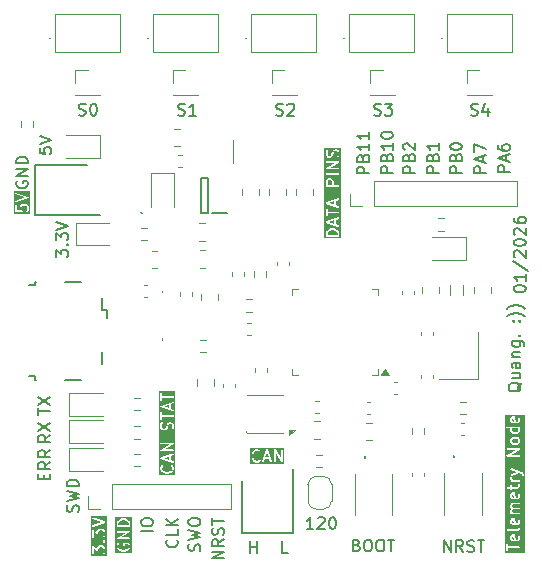
<source format=gbr>
%TF.GenerationSoftware,KiCad,Pcbnew,9.0.0*%
%TF.CreationDate,2026-01-14T19:26:19-05:00*%
%TF.ProjectId,telemetry-node,74656c65-6d65-4747-9279-2d6e6f64652e,rev?*%
%TF.SameCoordinates,Original*%
%TF.FileFunction,Legend,Top*%
%TF.FilePolarity,Positive*%
%FSLAX46Y46*%
G04 Gerber Fmt 4.6, Leading zero omitted, Abs format (unit mm)*
G04 Created by KiCad (PCBNEW 9.0.0) date 2026-01-14 19:26:19*
%MOMM*%
%LPD*%
G01*
G04 APERTURE LIST*
%ADD10C,0.150000*%
%ADD11C,0.120000*%
%ADD12C,0.200000*%
%ADD13C,0.100000*%
G04 APERTURE END LIST*
D10*
X226319819Y-65672744D02*
X226319819Y-65577506D01*
X226319819Y-65577506D02*
X226367438Y-65482268D01*
X226367438Y-65482268D02*
X226415057Y-65434649D01*
X226415057Y-65434649D02*
X226510295Y-65387030D01*
X226510295Y-65387030D02*
X226700771Y-65339411D01*
X226700771Y-65339411D02*
X226938866Y-65339411D01*
X226938866Y-65339411D02*
X227129342Y-65387030D01*
X227129342Y-65387030D02*
X227224580Y-65434649D01*
X227224580Y-65434649D02*
X227272200Y-65482268D01*
X227272200Y-65482268D02*
X227319819Y-65577506D01*
X227319819Y-65577506D02*
X227319819Y-65672744D01*
X227319819Y-65672744D02*
X227272200Y-65767982D01*
X227272200Y-65767982D02*
X227224580Y-65815601D01*
X227224580Y-65815601D02*
X227129342Y-65863220D01*
X227129342Y-65863220D02*
X226938866Y-65910839D01*
X226938866Y-65910839D02*
X226700771Y-65910839D01*
X226700771Y-65910839D02*
X226510295Y-65863220D01*
X226510295Y-65863220D02*
X226415057Y-65815601D01*
X226415057Y-65815601D02*
X226367438Y-65767982D01*
X226367438Y-65767982D02*
X226319819Y-65672744D01*
X227319819Y-64387030D02*
X227319819Y-64958458D01*
X227319819Y-64672744D02*
X226319819Y-64672744D01*
X226319819Y-64672744D02*
X226462676Y-64767982D01*
X226462676Y-64767982D02*
X226557914Y-64863220D01*
X226557914Y-64863220D02*
X226605533Y-64958458D01*
X226272200Y-63244173D02*
X227557914Y-64101315D01*
X226415057Y-62958458D02*
X226367438Y-62910839D01*
X226367438Y-62910839D02*
X226319819Y-62815601D01*
X226319819Y-62815601D02*
X226319819Y-62577506D01*
X226319819Y-62577506D02*
X226367438Y-62482268D01*
X226367438Y-62482268D02*
X226415057Y-62434649D01*
X226415057Y-62434649D02*
X226510295Y-62387030D01*
X226510295Y-62387030D02*
X226605533Y-62387030D01*
X226605533Y-62387030D02*
X226748390Y-62434649D01*
X226748390Y-62434649D02*
X227319819Y-63006077D01*
X227319819Y-63006077D02*
X227319819Y-62387030D01*
X226319819Y-61767982D02*
X226319819Y-61672744D01*
X226319819Y-61672744D02*
X226367438Y-61577506D01*
X226367438Y-61577506D02*
X226415057Y-61529887D01*
X226415057Y-61529887D02*
X226510295Y-61482268D01*
X226510295Y-61482268D02*
X226700771Y-61434649D01*
X226700771Y-61434649D02*
X226938866Y-61434649D01*
X226938866Y-61434649D02*
X227129342Y-61482268D01*
X227129342Y-61482268D02*
X227224580Y-61529887D01*
X227224580Y-61529887D02*
X227272200Y-61577506D01*
X227272200Y-61577506D02*
X227319819Y-61672744D01*
X227319819Y-61672744D02*
X227319819Y-61767982D01*
X227319819Y-61767982D02*
X227272200Y-61863220D01*
X227272200Y-61863220D02*
X227224580Y-61910839D01*
X227224580Y-61910839D02*
X227129342Y-61958458D01*
X227129342Y-61958458D02*
X226938866Y-62006077D01*
X226938866Y-62006077D02*
X226700771Y-62006077D01*
X226700771Y-62006077D02*
X226510295Y-61958458D01*
X226510295Y-61958458D02*
X226415057Y-61910839D01*
X226415057Y-61910839D02*
X226367438Y-61863220D01*
X226367438Y-61863220D02*
X226319819Y-61767982D01*
X226415057Y-61053696D02*
X226367438Y-61006077D01*
X226367438Y-61006077D02*
X226319819Y-60910839D01*
X226319819Y-60910839D02*
X226319819Y-60672744D01*
X226319819Y-60672744D02*
X226367438Y-60577506D01*
X226367438Y-60577506D02*
X226415057Y-60529887D01*
X226415057Y-60529887D02*
X226510295Y-60482268D01*
X226510295Y-60482268D02*
X226605533Y-60482268D01*
X226605533Y-60482268D02*
X226748390Y-60529887D01*
X226748390Y-60529887D02*
X227319819Y-61101315D01*
X227319819Y-61101315D02*
X227319819Y-60482268D01*
X226319819Y-59625125D02*
X226319819Y-59815601D01*
X226319819Y-59815601D02*
X226367438Y-59910839D01*
X226367438Y-59910839D02*
X226415057Y-59958458D01*
X226415057Y-59958458D02*
X226557914Y-60053696D01*
X226557914Y-60053696D02*
X226748390Y-60101315D01*
X226748390Y-60101315D02*
X227129342Y-60101315D01*
X227129342Y-60101315D02*
X227224580Y-60053696D01*
X227224580Y-60053696D02*
X227272200Y-60006077D01*
X227272200Y-60006077D02*
X227319819Y-59910839D01*
X227319819Y-59910839D02*
X227319819Y-59720363D01*
X227319819Y-59720363D02*
X227272200Y-59625125D01*
X227272200Y-59625125D02*
X227224580Y-59577506D01*
X227224580Y-59577506D02*
X227129342Y-59529887D01*
X227129342Y-59529887D02*
X226891247Y-59529887D01*
X226891247Y-59529887D02*
X226796009Y-59577506D01*
X226796009Y-59577506D02*
X226748390Y-59625125D01*
X226748390Y-59625125D02*
X226700771Y-59720363D01*
X226700771Y-59720363D02*
X226700771Y-59910839D01*
X226700771Y-59910839D02*
X226748390Y-60006077D01*
X226748390Y-60006077D02*
X226796009Y-60053696D01*
X226796009Y-60053696D02*
X226891247Y-60101315D01*
X186069819Y-76306077D02*
X186069819Y-75734649D01*
X187069819Y-76020363D02*
X186069819Y-76020363D01*
X186069819Y-75496553D02*
X187069819Y-74829887D01*
X186069819Y-74829887D02*
X187069819Y-75496553D01*
X206189160Y-50922200D02*
X206332017Y-50969819D01*
X206332017Y-50969819D02*
X206570112Y-50969819D01*
X206570112Y-50969819D02*
X206665350Y-50922200D01*
X206665350Y-50922200D02*
X206712969Y-50874580D01*
X206712969Y-50874580D02*
X206760588Y-50779342D01*
X206760588Y-50779342D02*
X206760588Y-50684104D01*
X206760588Y-50684104D02*
X206712969Y-50588866D01*
X206712969Y-50588866D02*
X206665350Y-50541247D01*
X206665350Y-50541247D02*
X206570112Y-50493628D01*
X206570112Y-50493628D02*
X206379636Y-50446009D01*
X206379636Y-50446009D02*
X206284398Y-50398390D01*
X206284398Y-50398390D02*
X206236779Y-50350771D01*
X206236779Y-50350771D02*
X206189160Y-50255533D01*
X206189160Y-50255533D02*
X206189160Y-50160295D01*
X206189160Y-50160295D02*
X206236779Y-50065057D01*
X206236779Y-50065057D02*
X206284398Y-50017438D01*
X206284398Y-50017438D02*
X206379636Y-49969819D01*
X206379636Y-49969819D02*
X206617731Y-49969819D01*
X206617731Y-49969819D02*
X206760588Y-50017438D01*
X207141541Y-50065057D02*
X207189160Y-50017438D01*
X207189160Y-50017438D02*
X207284398Y-49969819D01*
X207284398Y-49969819D02*
X207522493Y-49969819D01*
X207522493Y-49969819D02*
X207617731Y-50017438D01*
X207617731Y-50017438D02*
X207665350Y-50065057D01*
X207665350Y-50065057D02*
X207712969Y-50160295D01*
X207712969Y-50160295D02*
X207712969Y-50255533D01*
X207712969Y-50255533D02*
X207665350Y-50398390D01*
X207665350Y-50398390D02*
X207093922Y-50969819D01*
X207093922Y-50969819D02*
X207712969Y-50969819D01*
G36*
X211205547Y-60710175D02*
G01*
X211282534Y-60748669D01*
X211356648Y-60822782D01*
X211394819Y-60937295D01*
X211394819Y-61088220D01*
X210544819Y-61088220D01*
X210544819Y-60937295D01*
X210582990Y-60822781D01*
X210657103Y-60748669D01*
X210734090Y-60710175D01*
X210907624Y-60666792D01*
X211032013Y-60666792D01*
X211205547Y-60710175D01*
G37*
G36*
X211109104Y-60106782D02*
G01*
X210706989Y-59972744D01*
X211109104Y-59838705D01*
X211109104Y-60106782D01*
G37*
G36*
X211109104Y-58487734D02*
G01*
X210706989Y-58353696D01*
X211109104Y-58219657D01*
X211109104Y-58487734D01*
G37*
G36*
X210853963Y-56462954D02*
G01*
X210884370Y-56493361D01*
X210918628Y-56561877D01*
X210918628Y-56850124D01*
X210544819Y-56850124D01*
X210544819Y-56561877D01*
X210579077Y-56493361D01*
X210609484Y-56462954D01*
X210678000Y-56428696D01*
X210785447Y-56428696D01*
X210853963Y-56462954D01*
G37*
G36*
X211655930Y-61349331D02*
G01*
X210283708Y-61349331D01*
X210283708Y-60925125D01*
X210394819Y-60925125D01*
X210394819Y-61163220D01*
X210396260Y-61177852D01*
X210407459Y-61204888D01*
X210428151Y-61225580D01*
X210455187Y-61236779D01*
X210469819Y-61238220D01*
X211469819Y-61238220D01*
X211484451Y-61236779D01*
X211511487Y-61225580D01*
X211532179Y-61204888D01*
X211543378Y-61177852D01*
X211544819Y-61163220D01*
X211544819Y-60925125D01*
X211544089Y-60917718D01*
X211544230Y-60915744D01*
X211543639Y-60913146D01*
X211543378Y-60910493D01*
X211542619Y-60908662D01*
X211540970Y-60901407D01*
X211493351Y-60758551D01*
X211487357Y-60745125D01*
X211485592Y-60743090D01*
X211484561Y-60740600D01*
X211475233Y-60729235D01*
X211379994Y-60633997D01*
X211374244Y-60629278D01*
X211372945Y-60627780D01*
X211370686Y-60626358D01*
X211368628Y-60624669D01*
X211366798Y-60623911D01*
X211360502Y-60619948D01*
X211265264Y-60572329D01*
X211264194Y-60571919D01*
X211263759Y-60571597D01*
X211257613Y-60569401D01*
X211251532Y-60567074D01*
X211250992Y-60567035D01*
X211249913Y-60566650D01*
X211059437Y-60519031D01*
X211056900Y-60518655D01*
X211055879Y-60518233D01*
X211050366Y-60517690D01*
X211044893Y-60516881D01*
X211043800Y-60517043D01*
X211041247Y-60516792D01*
X210898390Y-60516792D01*
X210895836Y-60517043D01*
X210894744Y-60516881D01*
X210889270Y-60517690D01*
X210883758Y-60518233D01*
X210882736Y-60518655D01*
X210880200Y-60519031D01*
X210689724Y-60566650D01*
X210688644Y-60567035D01*
X210688104Y-60567074D01*
X210682014Y-60569404D01*
X210675878Y-60571597D01*
X210675442Y-60571919D01*
X210674373Y-60572329D01*
X210579135Y-60619948D01*
X210572840Y-60623910D01*
X210571008Y-60624669D01*
X210568946Y-60626360D01*
X210566692Y-60627780D01*
X210565393Y-60629276D01*
X210559643Y-60633997D01*
X210464405Y-60729235D01*
X210455078Y-60740600D01*
X210454046Y-60743090D01*
X210452281Y-60745126D01*
X210446287Y-60758551D01*
X210398668Y-60901408D01*
X210397018Y-60908661D01*
X210396260Y-60910493D01*
X210395998Y-60913147D01*
X210395408Y-60915745D01*
X210395548Y-60917719D01*
X210394819Y-60925125D01*
X210283708Y-60925125D01*
X210283708Y-59963364D01*
X210395408Y-59963364D01*
X210396074Y-59972744D01*
X210395408Y-59982124D01*
X210397103Y-59987209D01*
X210397483Y-59992554D01*
X210401687Y-60000963D01*
X210404662Y-60009887D01*
X210408173Y-60013935D01*
X210410569Y-60018727D01*
X210417673Y-60024889D01*
X210423836Y-60031994D01*
X210428627Y-60034389D01*
X210432676Y-60037901D01*
X210446102Y-60043895D01*
X211446102Y-60377228D01*
X211460438Y-60380488D01*
X211489628Y-60378413D01*
X211515802Y-60365327D01*
X211534976Y-60343219D01*
X211544230Y-60315457D01*
X211542155Y-60286267D01*
X211529068Y-60260094D01*
X211506961Y-60240920D01*
X211493536Y-60234926D01*
X211259104Y-60156782D01*
X211259104Y-59788705D01*
X211493536Y-59710562D01*
X211506961Y-59704568D01*
X211529068Y-59685394D01*
X211542155Y-59659221D01*
X211544230Y-59630031D01*
X211534976Y-59602269D01*
X211515802Y-59580161D01*
X211489628Y-59567075D01*
X211460438Y-59565000D01*
X211446102Y-59568260D01*
X210446102Y-59901593D01*
X210432676Y-59907587D01*
X210428627Y-59911098D01*
X210423836Y-59913494D01*
X210417673Y-59920598D01*
X210410569Y-59926761D01*
X210408173Y-59931552D01*
X210404662Y-59935601D01*
X210401687Y-59944524D01*
X210397483Y-59952934D01*
X210397103Y-59958278D01*
X210395408Y-59963364D01*
X210283708Y-59963364D01*
X210283708Y-58877506D01*
X210394819Y-58877506D01*
X210394819Y-59448934D01*
X210396260Y-59463566D01*
X210407459Y-59490602D01*
X210428151Y-59511294D01*
X210455187Y-59522493D01*
X210484451Y-59522493D01*
X210511487Y-59511294D01*
X210532179Y-59490602D01*
X210543378Y-59463566D01*
X210544819Y-59448934D01*
X210544819Y-59238220D01*
X211469819Y-59238220D01*
X211484451Y-59236779D01*
X211511487Y-59225580D01*
X211532179Y-59204888D01*
X211543378Y-59177852D01*
X211543378Y-59148588D01*
X211532179Y-59121552D01*
X211511487Y-59100860D01*
X211484451Y-59089661D01*
X211469819Y-59088220D01*
X210544819Y-59088220D01*
X210544819Y-58877506D01*
X210543378Y-58862874D01*
X210532179Y-58835838D01*
X210511487Y-58815146D01*
X210484451Y-58803947D01*
X210455187Y-58803947D01*
X210428151Y-58815146D01*
X210407459Y-58835838D01*
X210396260Y-58862874D01*
X210394819Y-58877506D01*
X210283708Y-58877506D01*
X210283708Y-58344316D01*
X210395408Y-58344316D01*
X210396074Y-58353696D01*
X210395408Y-58363076D01*
X210397103Y-58368161D01*
X210397483Y-58373506D01*
X210401687Y-58381915D01*
X210404662Y-58390839D01*
X210408173Y-58394887D01*
X210410569Y-58399679D01*
X210417673Y-58405841D01*
X210423836Y-58412946D01*
X210428627Y-58415341D01*
X210432676Y-58418853D01*
X210446102Y-58424847D01*
X211446102Y-58758180D01*
X211460438Y-58761440D01*
X211489628Y-58759365D01*
X211515802Y-58746279D01*
X211534976Y-58724171D01*
X211544230Y-58696409D01*
X211542155Y-58667219D01*
X211529068Y-58641046D01*
X211506961Y-58621872D01*
X211493536Y-58615878D01*
X211259104Y-58537734D01*
X211259104Y-58169657D01*
X211493536Y-58091514D01*
X211506961Y-58085520D01*
X211529068Y-58066346D01*
X211542155Y-58040173D01*
X211544230Y-58010983D01*
X211534976Y-57983221D01*
X211515802Y-57961113D01*
X211489628Y-57948027D01*
X211460438Y-57945952D01*
X211446102Y-57949212D01*
X210446102Y-58282545D01*
X210432676Y-58288539D01*
X210428627Y-58292050D01*
X210423836Y-58294446D01*
X210417673Y-58301550D01*
X210410569Y-58307713D01*
X210408173Y-58312504D01*
X210404662Y-58316553D01*
X210401687Y-58325476D01*
X210397483Y-58333886D01*
X210397103Y-58339230D01*
X210395408Y-58344316D01*
X210283708Y-58344316D01*
X210283708Y-56544172D01*
X210394819Y-56544172D01*
X210394819Y-56925124D01*
X210396260Y-56939756D01*
X210407459Y-56966792D01*
X210428151Y-56987484D01*
X210455187Y-56998683D01*
X210469819Y-57000124D01*
X211469819Y-57000124D01*
X211484451Y-56998683D01*
X211511487Y-56987484D01*
X211532179Y-56966792D01*
X211543378Y-56939756D01*
X211543378Y-56910492D01*
X211532179Y-56883456D01*
X211511487Y-56862764D01*
X211484451Y-56851565D01*
X211469819Y-56850124D01*
X211068628Y-56850124D01*
X211068628Y-56544172D01*
X211067187Y-56529540D01*
X211066156Y-56527051D01*
X211065965Y-56524362D01*
X211060710Y-56510631D01*
X211013091Y-56415393D01*
X211009126Y-56409093D01*
X211008369Y-56407266D01*
X211006680Y-56405209D01*
X211005259Y-56402950D01*
X211003760Y-56401650D01*
X210999042Y-56395901D01*
X210951423Y-56348282D01*
X210945673Y-56343563D01*
X210944374Y-56342065D01*
X210942114Y-56340643D01*
X210940058Y-56338955D01*
X210938230Y-56338197D01*
X210931931Y-56334233D01*
X210836693Y-56286614D01*
X210822961Y-56281359D01*
X210820273Y-56281168D01*
X210817784Y-56280137D01*
X210803152Y-56278696D01*
X210660295Y-56278696D01*
X210645663Y-56280137D01*
X210643174Y-56281167D01*
X210640485Y-56281359D01*
X210626754Y-56286614D01*
X210531516Y-56334233D01*
X210525216Y-56338197D01*
X210523389Y-56338955D01*
X210521332Y-56340643D01*
X210519073Y-56342065D01*
X210517773Y-56343563D01*
X210512024Y-56348282D01*
X210464405Y-56395901D01*
X210459686Y-56401650D01*
X210458188Y-56402950D01*
X210456766Y-56405209D01*
X210455078Y-56407266D01*
X210454320Y-56409093D01*
X210450356Y-56415393D01*
X210402737Y-56510631D01*
X210397482Y-56524363D01*
X210397291Y-56527050D01*
X210396260Y-56529540D01*
X210394819Y-56544172D01*
X210283708Y-56544172D01*
X210283708Y-55910492D01*
X210396260Y-55910492D01*
X210396260Y-55939756D01*
X210407459Y-55966792D01*
X210428151Y-55987484D01*
X210455187Y-55998683D01*
X210469819Y-56000124D01*
X211469819Y-56000124D01*
X211484451Y-55998683D01*
X211511487Y-55987484D01*
X211532179Y-55966792D01*
X211543378Y-55939756D01*
X211543378Y-55910492D01*
X211532179Y-55883456D01*
X211511487Y-55862764D01*
X211484451Y-55851565D01*
X211469819Y-55850124D01*
X210469819Y-55850124D01*
X210455187Y-55851565D01*
X210428151Y-55862764D01*
X210407459Y-55883456D01*
X210396260Y-55910492D01*
X210283708Y-55910492D01*
X210283708Y-55443695D01*
X210395002Y-55443695D01*
X210396260Y-55453591D01*
X210396260Y-55463566D01*
X210398089Y-55467981D01*
X210398692Y-55472725D01*
X210403642Y-55481389D01*
X210407459Y-55490602D01*
X210410837Y-55493980D01*
X210413211Y-55498134D01*
X210421100Y-55504243D01*
X210428151Y-55511294D01*
X210432567Y-55513123D01*
X210436348Y-55516051D01*
X210445971Y-55518675D01*
X210455187Y-55522493D01*
X210462669Y-55523229D01*
X210464580Y-55523751D01*
X210466055Y-55523563D01*
X210469819Y-55523934D01*
X211469819Y-55523934D01*
X211484451Y-55522493D01*
X211511487Y-55511294D01*
X211532179Y-55490602D01*
X211543378Y-55463566D01*
X211543378Y-55434302D01*
X211532179Y-55407266D01*
X211511487Y-55386574D01*
X211484451Y-55375375D01*
X211469819Y-55373934D01*
X210752236Y-55373934D01*
X211507030Y-54942624D01*
X211510114Y-54940434D01*
X211511487Y-54939866D01*
X211512884Y-54938468D01*
X211519019Y-54934114D01*
X211525127Y-54926225D01*
X211532179Y-54919174D01*
X211534009Y-54914755D01*
X211536936Y-54910976D01*
X211539560Y-54901354D01*
X211543378Y-54892138D01*
X211543378Y-54887357D01*
X211544636Y-54882745D01*
X211543378Y-54872848D01*
X211543378Y-54862874D01*
X211541548Y-54858458D01*
X211540946Y-54853715D01*
X211535995Y-54845050D01*
X211532179Y-54835838D01*
X211528800Y-54832459D01*
X211526427Y-54828306D01*
X211518537Y-54822196D01*
X211511487Y-54815146D01*
X211507070Y-54813316D01*
X211503290Y-54810389D01*
X211493666Y-54807764D01*
X211484451Y-54803947D01*
X211476968Y-54803210D01*
X211475058Y-54802689D01*
X211473582Y-54802876D01*
X211469819Y-54802506D01*
X210469819Y-54802506D01*
X210455187Y-54803947D01*
X210428151Y-54815146D01*
X210407459Y-54835838D01*
X210396260Y-54862874D01*
X210396260Y-54892138D01*
X210407459Y-54919174D01*
X210428151Y-54939866D01*
X210455187Y-54951065D01*
X210469819Y-54952506D01*
X211187402Y-54952506D01*
X210432609Y-55383816D01*
X210429525Y-55386004D01*
X210428151Y-55386574D01*
X210426751Y-55387973D01*
X210420619Y-55392326D01*
X210414509Y-55400215D01*
X210407459Y-55407266D01*
X210405629Y-55411682D01*
X210402702Y-55415463D01*
X210400077Y-55425086D01*
X210396260Y-55434302D01*
X210396260Y-55439082D01*
X210395002Y-55443695D01*
X210283708Y-55443695D01*
X210283708Y-54020363D01*
X210394819Y-54020363D01*
X210394819Y-54258458D01*
X210396260Y-54273090D01*
X210397291Y-54275579D01*
X210397482Y-54278267D01*
X210402737Y-54291999D01*
X210450356Y-54387237D01*
X210454320Y-54393536D01*
X210455078Y-54395364D01*
X210456766Y-54397420D01*
X210458188Y-54399680D01*
X210459686Y-54400979D01*
X210464405Y-54406729D01*
X210512024Y-54454348D01*
X210517773Y-54459066D01*
X210519073Y-54460565D01*
X210521332Y-54461986D01*
X210523389Y-54463675D01*
X210525216Y-54464432D01*
X210531516Y-54468397D01*
X210626754Y-54516016D01*
X210640485Y-54521271D01*
X210643174Y-54521462D01*
X210645663Y-54522493D01*
X210660295Y-54523934D01*
X210755533Y-54523934D01*
X210770165Y-54522493D01*
X210772654Y-54521461D01*
X210775342Y-54521271D01*
X210789074Y-54516016D01*
X210884312Y-54468397D01*
X210890611Y-54464432D01*
X210892439Y-54463675D01*
X210894495Y-54461986D01*
X210896755Y-54460565D01*
X210898054Y-54459066D01*
X210903804Y-54454348D01*
X210951423Y-54406729D01*
X210956141Y-54400979D01*
X210957640Y-54399680D01*
X210959061Y-54397420D01*
X210960750Y-54395364D01*
X210961507Y-54393536D01*
X210965472Y-54387237D01*
X211013091Y-54291999D01*
X211013500Y-54290929D01*
X211013823Y-54290494D01*
X211016015Y-54284357D01*
X211018346Y-54278268D01*
X211018384Y-54277727D01*
X211018770Y-54276648D01*
X211064392Y-54094158D01*
X211102886Y-54017171D01*
X211133293Y-53986764D01*
X211201809Y-53952506D01*
X211261637Y-53952506D01*
X211330153Y-53986764D01*
X211360561Y-54017171D01*
X211394819Y-54085687D01*
X211394819Y-54293907D01*
X211351049Y-54425217D01*
X211347789Y-54439554D01*
X211349864Y-54468744D01*
X211362950Y-54494917D01*
X211385057Y-54514091D01*
X211412820Y-54523345D01*
X211442010Y-54521270D01*
X211468183Y-54508184D01*
X211487357Y-54486077D01*
X211493351Y-54472651D01*
X211540970Y-54329795D01*
X211542619Y-54322539D01*
X211543378Y-54320709D01*
X211543639Y-54318055D01*
X211544230Y-54315458D01*
X211544089Y-54313483D01*
X211544819Y-54306077D01*
X211544819Y-54067982D01*
X211543378Y-54053350D01*
X211542347Y-54050861D01*
X211542156Y-54048172D01*
X211536901Y-54034441D01*
X211489282Y-53939203D01*
X211485317Y-53932903D01*
X211484560Y-53931076D01*
X211482872Y-53929019D01*
X211481450Y-53926760D01*
X211479950Y-53925459D01*
X211475232Y-53919710D01*
X211427612Y-53872091D01*
X211421863Y-53867373D01*
X211420564Y-53865875D01*
X211418305Y-53864453D01*
X211416247Y-53862764D01*
X211414417Y-53862006D01*
X211408121Y-53858043D01*
X211312883Y-53810424D01*
X211299151Y-53805169D01*
X211296463Y-53804978D01*
X211293974Y-53803947D01*
X211279342Y-53802506D01*
X211184104Y-53802506D01*
X211169472Y-53803947D01*
X211166983Y-53804977D01*
X211164294Y-53805169D01*
X211150563Y-53810424D01*
X211055325Y-53858043D01*
X211049025Y-53862007D01*
X211047198Y-53862765D01*
X211045141Y-53864453D01*
X211042882Y-53865875D01*
X211041582Y-53867373D01*
X211035833Y-53872092D01*
X210988214Y-53919711D01*
X210983495Y-53925460D01*
X210981997Y-53926760D01*
X210980575Y-53929019D01*
X210978887Y-53931076D01*
X210978129Y-53932903D01*
X210974165Y-53939203D01*
X210926546Y-54034441D01*
X210926136Y-54035510D01*
X210925814Y-54035946D01*
X210923618Y-54042091D01*
X210921291Y-54048173D01*
X210921252Y-54048712D01*
X210920867Y-54049792D01*
X210875244Y-54232282D01*
X210836751Y-54309269D01*
X210806344Y-54339676D01*
X210737828Y-54373934D01*
X210678000Y-54373934D01*
X210609484Y-54339676D01*
X210579077Y-54309269D01*
X210544819Y-54240753D01*
X210544819Y-54032533D01*
X210588589Y-53901224D01*
X210591849Y-53886887D01*
X210589774Y-53857697D01*
X210576688Y-53831523D01*
X210554580Y-53812349D01*
X210526818Y-53803095D01*
X210497628Y-53805170D01*
X210471455Y-53818257D01*
X210452281Y-53840364D01*
X210446287Y-53853789D01*
X210398668Y-53996646D01*
X210397018Y-54003899D01*
X210396260Y-54005731D01*
X210395998Y-54008385D01*
X210395408Y-54010983D01*
X210395548Y-54012957D01*
X210394819Y-54020363D01*
X210283708Y-54020363D01*
X210283708Y-53691395D01*
X211655930Y-53691395D01*
X211655930Y-61349331D01*
G37*
G36*
X185355930Y-59271600D02*
G01*
X183983708Y-59271600D01*
X183983708Y-58562030D01*
X184094819Y-58562030D01*
X184094819Y-59038220D01*
X184095351Y-59043631D01*
X184095169Y-59045460D01*
X184095707Y-59047246D01*
X184096260Y-59052852D01*
X184100454Y-59062978D01*
X184103622Y-59073476D01*
X184106013Y-59076399D01*
X184107459Y-59079888D01*
X184115212Y-59087641D01*
X184122153Y-59096124D01*
X184125479Y-59097908D01*
X184128151Y-59100580D01*
X184138280Y-59104775D01*
X184147940Y-59109958D01*
X184153464Y-59111065D01*
X184155187Y-59111779D01*
X184157024Y-59111779D01*
X184162356Y-59112848D01*
X184638546Y-59160467D01*
X184653249Y-59160489D01*
X184656865Y-59159398D01*
X184660640Y-59159398D01*
X184670764Y-59155204D01*
X184681265Y-59152036D01*
X184684189Y-59149643D01*
X184687676Y-59148199D01*
X184695424Y-59140450D01*
X184703913Y-59133505D01*
X184705698Y-59130176D01*
X184708369Y-59127506D01*
X184712562Y-59117381D01*
X184717747Y-59107718D01*
X184718122Y-59103958D01*
X184719568Y-59100470D01*
X184719568Y-59089508D01*
X184720659Y-59078599D01*
X184719568Y-59074983D01*
X184719568Y-59071207D01*
X184715373Y-59061080D01*
X184712206Y-59050583D01*
X184709814Y-59047659D01*
X184708369Y-59044171D01*
X184699042Y-59032806D01*
X184660029Y-58993793D01*
X184625771Y-58925277D01*
X184625771Y-58722592D01*
X184660029Y-58654076D01*
X184690436Y-58623669D01*
X184758952Y-58589411D01*
X184961637Y-58589411D01*
X185030153Y-58623669D01*
X185060561Y-58654076D01*
X185094819Y-58722592D01*
X185094819Y-58925277D01*
X185060561Y-58993792D01*
X185021548Y-59032805D01*
X185012220Y-59044171D01*
X185001021Y-59071207D01*
X185001021Y-59100470D01*
X185012219Y-59127506D01*
X185032912Y-59148199D01*
X185059948Y-59159398D01*
X185089211Y-59159398D01*
X185116247Y-59148200D01*
X185127612Y-59138873D01*
X185175232Y-59091254D01*
X185179950Y-59085504D01*
X185181450Y-59084204D01*
X185182872Y-59081944D01*
X185184560Y-59079888D01*
X185185317Y-59078060D01*
X185189282Y-59071761D01*
X185236901Y-58976523D01*
X185242156Y-58962792D01*
X185242347Y-58960102D01*
X185243378Y-58957614D01*
X185244819Y-58942982D01*
X185244819Y-58704887D01*
X185243378Y-58690255D01*
X185242347Y-58687766D01*
X185242156Y-58685077D01*
X185236901Y-58671346D01*
X185189282Y-58576108D01*
X185185317Y-58569808D01*
X185184560Y-58567981D01*
X185182872Y-58565924D01*
X185181450Y-58563665D01*
X185179950Y-58562364D01*
X185175232Y-58556615D01*
X185127612Y-58508996D01*
X185121863Y-58504278D01*
X185120564Y-58502780D01*
X185118305Y-58501358D01*
X185116247Y-58499669D01*
X185114417Y-58498911D01*
X185108121Y-58494948D01*
X185012883Y-58447329D01*
X184999151Y-58442074D01*
X184996463Y-58441883D01*
X184993974Y-58440852D01*
X184979342Y-58439411D01*
X184741247Y-58439411D01*
X184726615Y-58440852D01*
X184724126Y-58441882D01*
X184721437Y-58442074D01*
X184707706Y-58447329D01*
X184612468Y-58494948D01*
X184606168Y-58498912D01*
X184604341Y-58499670D01*
X184602284Y-58501358D01*
X184600025Y-58502780D01*
X184598725Y-58504278D01*
X184592976Y-58508997D01*
X184545357Y-58556616D01*
X184540638Y-58562365D01*
X184539140Y-58563665D01*
X184537718Y-58565924D01*
X184536030Y-58567981D01*
X184535272Y-58569808D01*
X184531308Y-58576108D01*
X184483689Y-58671346D01*
X184478434Y-58685078D01*
X184478243Y-58687765D01*
X184477212Y-58690255D01*
X184475771Y-58704887D01*
X184475771Y-58942982D01*
X184477212Y-58957614D01*
X184478243Y-58960103D01*
X184478434Y-58962791D01*
X184483689Y-58976523D01*
X184493009Y-58995164D01*
X184244819Y-58970345D01*
X184244819Y-58562030D01*
X184243378Y-58547398D01*
X184232179Y-58520362D01*
X184211487Y-58499670D01*
X184184451Y-58488471D01*
X184155187Y-58488471D01*
X184128151Y-58499670D01*
X184107459Y-58520362D01*
X184096260Y-58547398D01*
X184094819Y-58562030D01*
X183983708Y-58562030D01*
X183983708Y-57552650D01*
X184095408Y-57552650D01*
X184097483Y-57581840D01*
X184110569Y-57608013D01*
X184132676Y-57627187D01*
X184146102Y-57633181D01*
X184932648Y-57895363D01*
X184146102Y-58157545D01*
X184132676Y-58163539D01*
X184110569Y-58182713D01*
X184097483Y-58208886D01*
X184095408Y-58238076D01*
X184104662Y-58265839D01*
X184123836Y-58287946D01*
X184150009Y-58301032D01*
X184179199Y-58303107D01*
X184193536Y-58299847D01*
X185193536Y-57966514D01*
X185206961Y-57960520D01*
X185211008Y-57957009D01*
X185215802Y-57954613D01*
X185221966Y-57947505D01*
X185229068Y-57941346D01*
X185231463Y-57936554D01*
X185234976Y-57932505D01*
X185237950Y-57923582D01*
X185242155Y-57915173D01*
X185242534Y-57909828D01*
X185244230Y-57904743D01*
X185243563Y-57895363D01*
X185244230Y-57885983D01*
X185242534Y-57880897D01*
X185242155Y-57875553D01*
X185237950Y-57867143D01*
X185234976Y-57858221D01*
X185231463Y-57854171D01*
X185229068Y-57849380D01*
X185221966Y-57843220D01*
X185215802Y-57836113D01*
X185211008Y-57833716D01*
X185206961Y-57830206D01*
X185193536Y-57824212D01*
X184193536Y-57490879D01*
X184179199Y-57487619D01*
X184150009Y-57489694D01*
X184123836Y-57502780D01*
X184104662Y-57524887D01*
X184095408Y-57552650D01*
X183983708Y-57552650D01*
X183983708Y-57376508D01*
X185355930Y-57376508D01*
X185355930Y-59271600D01*
G37*
X223969819Y-55813220D02*
X222969819Y-55813220D01*
X222969819Y-55813220D02*
X222969819Y-55432268D01*
X222969819Y-55432268D02*
X223017438Y-55337030D01*
X223017438Y-55337030D02*
X223065057Y-55289411D01*
X223065057Y-55289411D02*
X223160295Y-55241792D01*
X223160295Y-55241792D02*
X223303152Y-55241792D01*
X223303152Y-55241792D02*
X223398390Y-55289411D01*
X223398390Y-55289411D02*
X223446009Y-55337030D01*
X223446009Y-55337030D02*
X223493628Y-55432268D01*
X223493628Y-55432268D02*
X223493628Y-55813220D01*
X223684104Y-54860839D02*
X223684104Y-54384649D01*
X223969819Y-54956077D02*
X222969819Y-54622744D01*
X222969819Y-54622744D02*
X223969819Y-54289411D01*
X222969819Y-54051315D02*
X222969819Y-53384649D01*
X222969819Y-53384649D02*
X223969819Y-53813220D01*
X189422200Y-84510839D02*
X189469819Y-84367982D01*
X189469819Y-84367982D02*
X189469819Y-84129887D01*
X189469819Y-84129887D02*
X189422200Y-84034649D01*
X189422200Y-84034649D02*
X189374580Y-83987030D01*
X189374580Y-83987030D02*
X189279342Y-83939411D01*
X189279342Y-83939411D02*
X189184104Y-83939411D01*
X189184104Y-83939411D02*
X189088866Y-83987030D01*
X189088866Y-83987030D02*
X189041247Y-84034649D01*
X189041247Y-84034649D02*
X188993628Y-84129887D01*
X188993628Y-84129887D02*
X188946009Y-84320363D01*
X188946009Y-84320363D02*
X188898390Y-84415601D01*
X188898390Y-84415601D02*
X188850771Y-84463220D01*
X188850771Y-84463220D02*
X188755533Y-84510839D01*
X188755533Y-84510839D02*
X188660295Y-84510839D01*
X188660295Y-84510839D02*
X188565057Y-84463220D01*
X188565057Y-84463220D02*
X188517438Y-84415601D01*
X188517438Y-84415601D02*
X188469819Y-84320363D01*
X188469819Y-84320363D02*
X188469819Y-84082268D01*
X188469819Y-84082268D02*
X188517438Y-83939411D01*
X188469819Y-83606077D02*
X189469819Y-83367982D01*
X189469819Y-83367982D02*
X188755533Y-83177506D01*
X188755533Y-83177506D02*
X189469819Y-82987030D01*
X189469819Y-82987030D02*
X188469819Y-82748935D01*
X189469819Y-82367982D02*
X188469819Y-82367982D01*
X188469819Y-82367982D02*
X188469819Y-82129887D01*
X188469819Y-82129887D02*
X188517438Y-81987030D01*
X188517438Y-81987030D02*
X188612676Y-81891792D01*
X188612676Y-81891792D02*
X188707914Y-81844173D01*
X188707914Y-81844173D02*
X188898390Y-81796554D01*
X188898390Y-81796554D02*
X189041247Y-81796554D01*
X189041247Y-81796554D02*
X189231723Y-81844173D01*
X189231723Y-81844173D02*
X189326961Y-81891792D01*
X189326961Y-81891792D02*
X189422200Y-81987030D01*
X189422200Y-81987030D02*
X189469819Y-82129887D01*
X189469819Y-82129887D02*
X189469819Y-82367982D01*
X195769819Y-86163220D02*
X194769819Y-86163220D01*
X194769819Y-85496554D02*
X194769819Y-85306078D01*
X194769819Y-85306078D02*
X194817438Y-85210840D01*
X194817438Y-85210840D02*
X194912676Y-85115602D01*
X194912676Y-85115602D02*
X195103152Y-85067983D01*
X195103152Y-85067983D02*
X195436485Y-85067983D01*
X195436485Y-85067983D02*
X195626961Y-85115602D01*
X195626961Y-85115602D02*
X195722200Y-85210840D01*
X195722200Y-85210840D02*
X195769819Y-85306078D01*
X195769819Y-85306078D02*
X195769819Y-85496554D01*
X195769819Y-85496554D02*
X195722200Y-85591792D01*
X195722200Y-85591792D02*
X195626961Y-85687030D01*
X195626961Y-85687030D02*
X195436485Y-85734649D01*
X195436485Y-85734649D02*
X195103152Y-85734649D01*
X195103152Y-85734649D02*
X194912676Y-85687030D01*
X194912676Y-85687030D02*
X194817438Y-85591792D01*
X194817438Y-85591792D02*
X194769819Y-85496554D01*
X214069819Y-55863220D02*
X213069819Y-55863220D01*
X213069819Y-55863220D02*
X213069819Y-55482268D01*
X213069819Y-55482268D02*
X213117438Y-55387030D01*
X213117438Y-55387030D02*
X213165057Y-55339411D01*
X213165057Y-55339411D02*
X213260295Y-55291792D01*
X213260295Y-55291792D02*
X213403152Y-55291792D01*
X213403152Y-55291792D02*
X213498390Y-55339411D01*
X213498390Y-55339411D02*
X213546009Y-55387030D01*
X213546009Y-55387030D02*
X213593628Y-55482268D01*
X213593628Y-55482268D02*
X213593628Y-55863220D01*
X213546009Y-54529887D02*
X213593628Y-54387030D01*
X213593628Y-54387030D02*
X213641247Y-54339411D01*
X213641247Y-54339411D02*
X213736485Y-54291792D01*
X213736485Y-54291792D02*
X213879342Y-54291792D01*
X213879342Y-54291792D02*
X213974580Y-54339411D01*
X213974580Y-54339411D02*
X214022200Y-54387030D01*
X214022200Y-54387030D02*
X214069819Y-54482268D01*
X214069819Y-54482268D02*
X214069819Y-54863220D01*
X214069819Y-54863220D02*
X213069819Y-54863220D01*
X213069819Y-54863220D02*
X213069819Y-54529887D01*
X213069819Y-54529887D02*
X213117438Y-54434649D01*
X213117438Y-54434649D02*
X213165057Y-54387030D01*
X213165057Y-54387030D02*
X213260295Y-54339411D01*
X213260295Y-54339411D02*
X213355533Y-54339411D01*
X213355533Y-54339411D02*
X213450771Y-54387030D01*
X213450771Y-54387030D02*
X213498390Y-54434649D01*
X213498390Y-54434649D02*
X213546009Y-54529887D01*
X213546009Y-54529887D02*
X213546009Y-54863220D01*
X214069819Y-53339411D02*
X214069819Y-53910839D01*
X214069819Y-53625125D02*
X213069819Y-53625125D01*
X213069819Y-53625125D02*
X213212676Y-53720363D01*
X213212676Y-53720363D02*
X213307914Y-53815601D01*
X213307914Y-53815601D02*
X213355533Y-53910839D01*
X214069819Y-52387030D02*
X214069819Y-52958458D01*
X214069819Y-52672744D02*
X213069819Y-52672744D01*
X213069819Y-52672744D02*
X213212676Y-52767982D01*
X213212676Y-52767982D02*
X213307914Y-52863220D01*
X213307914Y-52863220D02*
X213355533Y-52958458D01*
X189489160Y-50922200D02*
X189632017Y-50969819D01*
X189632017Y-50969819D02*
X189870112Y-50969819D01*
X189870112Y-50969819D02*
X189965350Y-50922200D01*
X189965350Y-50922200D02*
X190012969Y-50874580D01*
X190012969Y-50874580D02*
X190060588Y-50779342D01*
X190060588Y-50779342D02*
X190060588Y-50684104D01*
X190060588Y-50684104D02*
X190012969Y-50588866D01*
X190012969Y-50588866D02*
X189965350Y-50541247D01*
X189965350Y-50541247D02*
X189870112Y-50493628D01*
X189870112Y-50493628D02*
X189679636Y-50446009D01*
X189679636Y-50446009D02*
X189584398Y-50398390D01*
X189584398Y-50398390D02*
X189536779Y-50350771D01*
X189536779Y-50350771D02*
X189489160Y-50255533D01*
X189489160Y-50255533D02*
X189489160Y-50160295D01*
X189489160Y-50160295D02*
X189536779Y-50065057D01*
X189536779Y-50065057D02*
X189584398Y-50017438D01*
X189584398Y-50017438D02*
X189679636Y-49969819D01*
X189679636Y-49969819D02*
X189917731Y-49969819D01*
X189917731Y-49969819D02*
X190060588Y-50017438D01*
X190679636Y-49969819D02*
X190774874Y-49969819D01*
X190774874Y-49969819D02*
X190870112Y-50017438D01*
X190870112Y-50017438D02*
X190917731Y-50065057D01*
X190917731Y-50065057D02*
X190965350Y-50160295D01*
X190965350Y-50160295D02*
X191012969Y-50350771D01*
X191012969Y-50350771D02*
X191012969Y-50588866D01*
X191012969Y-50588866D02*
X190965350Y-50779342D01*
X190965350Y-50779342D02*
X190917731Y-50874580D01*
X190917731Y-50874580D02*
X190870112Y-50922200D01*
X190870112Y-50922200D02*
X190774874Y-50969819D01*
X190774874Y-50969819D02*
X190679636Y-50969819D01*
X190679636Y-50969819D02*
X190584398Y-50922200D01*
X190584398Y-50922200D02*
X190536779Y-50874580D01*
X190536779Y-50874580D02*
X190489160Y-50779342D01*
X190489160Y-50779342D02*
X190441541Y-50588866D01*
X190441541Y-50588866D02*
X190441541Y-50350771D01*
X190441541Y-50350771D02*
X190489160Y-50160295D01*
X190489160Y-50160295D02*
X190536779Y-50065057D01*
X190536779Y-50065057D02*
X190584398Y-50017438D01*
X190584398Y-50017438D02*
X190679636Y-49969819D01*
G36*
X191855930Y-88243128D02*
G01*
X190483708Y-88243128D01*
X190483708Y-87439411D01*
X190594819Y-87439411D01*
X190594819Y-88058458D01*
X190596260Y-88073090D01*
X190607459Y-88100126D01*
X190628151Y-88120818D01*
X190655187Y-88132017D01*
X190684451Y-88132017D01*
X190711487Y-88120818D01*
X190732179Y-88100126D01*
X190743378Y-88073090D01*
X190744819Y-88058458D01*
X190744819Y-87604693D01*
X191001383Y-87829187D01*
X191007707Y-87833708D01*
X191009103Y-87835104D01*
X191010426Y-87835652D01*
X191013344Y-87837738D01*
X191024881Y-87841639D01*
X191036139Y-87846303D01*
X191038670Y-87846303D01*
X191041065Y-87847113D01*
X191053218Y-87846303D01*
X191065403Y-87846303D01*
X191067739Y-87845335D01*
X191070263Y-87845167D01*
X191081188Y-87839764D01*
X191092439Y-87835104D01*
X191094225Y-87833317D01*
X191096495Y-87832195D01*
X191104520Y-87823022D01*
X191113131Y-87814412D01*
X191114099Y-87812075D01*
X191115765Y-87810171D01*
X191119666Y-87798633D01*
X191124330Y-87787376D01*
X191124681Y-87783805D01*
X191125140Y-87782450D01*
X191125008Y-87780482D01*
X191125771Y-87772744D01*
X191125771Y-87647592D01*
X191160029Y-87579076D01*
X191190436Y-87548669D01*
X191258952Y-87514411D01*
X191461637Y-87514411D01*
X191530153Y-87548669D01*
X191560561Y-87579076D01*
X191594819Y-87647592D01*
X191594819Y-87897896D01*
X191560561Y-87966411D01*
X191521548Y-88005424D01*
X191512220Y-88016790D01*
X191501021Y-88043826D01*
X191501021Y-88073089D01*
X191512219Y-88100125D01*
X191532912Y-88120818D01*
X191559948Y-88132017D01*
X191589211Y-88132017D01*
X191616247Y-88120819D01*
X191627612Y-88111492D01*
X191675232Y-88063873D01*
X191679950Y-88058123D01*
X191681450Y-88056823D01*
X191682872Y-88054563D01*
X191684560Y-88052507D01*
X191685317Y-88050679D01*
X191689282Y-88044380D01*
X191736901Y-87949142D01*
X191742156Y-87935411D01*
X191742347Y-87932721D01*
X191743378Y-87930233D01*
X191744819Y-87915601D01*
X191744819Y-87629887D01*
X191743378Y-87615255D01*
X191742347Y-87612766D01*
X191742156Y-87610077D01*
X191736901Y-87596346D01*
X191689282Y-87501108D01*
X191685317Y-87494808D01*
X191684560Y-87492981D01*
X191682872Y-87490924D01*
X191681450Y-87488665D01*
X191679950Y-87487364D01*
X191675232Y-87481615D01*
X191627612Y-87433996D01*
X191621863Y-87429278D01*
X191620564Y-87427780D01*
X191618305Y-87426358D01*
X191616247Y-87424669D01*
X191614417Y-87423911D01*
X191608121Y-87419948D01*
X191512883Y-87372329D01*
X191499151Y-87367074D01*
X191496463Y-87366883D01*
X191493974Y-87365852D01*
X191479342Y-87364411D01*
X191241247Y-87364411D01*
X191226615Y-87365852D01*
X191224126Y-87366882D01*
X191221437Y-87367074D01*
X191207706Y-87372329D01*
X191112468Y-87419948D01*
X191106168Y-87423912D01*
X191104341Y-87424670D01*
X191102284Y-87426358D01*
X191100025Y-87427780D01*
X191098725Y-87429278D01*
X191092976Y-87433997D01*
X191045357Y-87481616D01*
X191040638Y-87487365D01*
X191039140Y-87488665D01*
X191037718Y-87490924D01*
X191036030Y-87492981D01*
X191035272Y-87494808D01*
X191031308Y-87501108D01*
X190983689Y-87596346D01*
X190978516Y-87609863D01*
X190719207Y-87382968D01*
X190712882Y-87378446D01*
X190711487Y-87377051D01*
X190710163Y-87376502D01*
X190707246Y-87374417D01*
X190695708Y-87370515D01*
X190684451Y-87365852D01*
X190681920Y-87365852D01*
X190679525Y-87365042D01*
X190667372Y-87365852D01*
X190655187Y-87365852D01*
X190652850Y-87366819D01*
X190650327Y-87366988D01*
X190639401Y-87372390D01*
X190628151Y-87377051D01*
X190626364Y-87378837D01*
X190624095Y-87379960D01*
X190616069Y-87389132D01*
X190607459Y-87397743D01*
X190606490Y-87400079D01*
X190604825Y-87401984D01*
X190600923Y-87413521D01*
X190596260Y-87424779D01*
X190595908Y-87428349D01*
X190595450Y-87429705D01*
X190595581Y-87431672D01*
X190594819Y-87439411D01*
X190483708Y-87439411D01*
X190483708Y-86996207D01*
X191501021Y-86996207D01*
X191501021Y-87025470D01*
X191512219Y-87052506D01*
X191512220Y-87052507D01*
X191521548Y-87063873D01*
X191569167Y-87111491D01*
X191580533Y-87120819D01*
X191607569Y-87132017D01*
X191636832Y-87132017D01*
X191663868Y-87120818D01*
X191675233Y-87111491D01*
X191722852Y-87063872D01*
X191732179Y-87052507D01*
X191743378Y-87025471D01*
X191743378Y-86996208D01*
X191735775Y-86977852D01*
X191732179Y-86969171D01*
X191722852Y-86957806D01*
X191675233Y-86910187D01*
X191663868Y-86900860D01*
X191663866Y-86900859D01*
X191636832Y-86889661D01*
X191607569Y-86889661D01*
X191580533Y-86900859D01*
X191569167Y-86910187D01*
X191521548Y-86957805D01*
X191512220Y-86969171D01*
X191512219Y-86969172D01*
X191508624Y-86977852D01*
X191501021Y-86996207D01*
X190483708Y-86996207D01*
X190483708Y-86010840D01*
X190594819Y-86010840D01*
X190594819Y-86629887D01*
X190596260Y-86644519D01*
X190607459Y-86671555D01*
X190628151Y-86692247D01*
X190655187Y-86703446D01*
X190684451Y-86703446D01*
X190711487Y-86692247D01*
X190732179Y-86671555D01*
X190743378Y-86644519D01*
X190744819Y-86629887D01*
X190744819Y-86176122D01*
X191001383Y-86400616D01*
X191007707Y-86405137D01*
X191009103Y-86406533D01*
X191010426Y-86407081D01*
X191013344Y-86409167D01*
X191024881Y-86413068D01*
X191036139Y-86417732D01*
X191038670Y-86417732D01*
X191041065Y-86418542D01*
X191053218Y-86417732D01*
X191065403Y-86417732D01*
X191067739Y-86416764D01*
X191070263Y-86416596D01*
X191081188Y-86411193D01*
X191092439Y-86406533D01*
X191094225Y-86404746D01*
X191096495Y-86403624D01*
X191104520Y-86394451D01*
X191113131Y-86385841D01*
X191114099Y-86383504D01*
X191115765Y-86381600D01*
X191119666Y-86370062D01*
X191124330Y-86358805D01*
X191124681Y-86355234D01*
X191125140Y-86353879D01*
X191125008Y-86351911D01*
X191125771Y-86344173D01*
X191125771Y-86219021D01*
X191160029Y-86150505D01*
X191190436Y-86120098D01*
X191258952Y-86085840D01*
X191461637Y-86085840D01*
X191530153Y-86120098D01*
X191560561Y-86150505D01*
X191594819Y-86219021D01*
X191594819Y-86469325D01*
X191560561Y-86537840D01*
X191521548Y-86576853D01*
X191512220Y-86588219D01*
X191501021Y-86615255D01*
X191501021Y-86644518D01*
X191512219Y-86671554D01*
X191532912Y-86692247D01*
X191559948Y-86703446D01*
X191589211Y-86703446D01*
X191616247Y-86692248D01*
X191627612Y-86682921D01*
X191675232Y-86635302D01*
X191679950Y-86629552D01*
X191681450Y-86628252D01*
X191682872Y-86625992D01*
X191684560Y-86623936D01*
X191685317Y-86622108D01*
X191689282Y-86615809D01*
X191736901Y-86520571D01*
X191742156Y-86506840D01*
X191742347Y-86504150D01*
X191743378Y-86501662D01*
X191744819Y-86487030D01*
X191744819Y-86201316D01*
X191743378Y-86186684D01*
X191742347Y-86184195D01*
X191742156Y-86181506D01*
X191736901Y-86167775D01*
X191689282Y-86072537D01*
X191685317Y-86066237D01*
X191684560Y-86064410D01*
X191682872Y-86062353D01*
X191681450Y-86060094D01*
X191679950Y-86058793D01*
X191675232Y-86053044D01*
X191627612Y-86005425D01*
X191621863Y-86000707D01*
X191620564Y-85999209D01*
X191618305Y-85997787D01*
X191616247Y-85996098D01*
X191614417Y-85995340D01*
X191608121Y-85991377D01*
X191512883Y-85943758D01*
X191499151Y-85938503D01*
X191496463Y-85938312D01*
X191493974Y-85937281D01*
X191479342Y-85935840D01*
X191241247Y-85935840D01*
X191226615Y-85937281D01*
X191224126Y-85938311D01*
X191221437Y-85938503D01*
X191207706Y-85943758D01*
X191112468Y-85991377D01*
X191106168Y-85995341D01*
X191104341Y-85996099D01*
X191102284Y-85997787D01*
X191100025Y-85999209D01*
X191098725Y-86000707D01*
X191092976Y-86005426D01*
X191045357Y-86053045D01*
X191040638Y-86058794D01*
X191039140Y-86060094D01*
X191037718Y-86062353D01*
X191036030Y-86064410D01*
X191035272Y-86066237D01*
X191031308Y-86072537D01*
X190983689Y-86167775D01*
X190978516Y-86181292D01*
X190719207Y-85954397D01*
X190712882Y-85949875D01*
X190711487Y-85948480D01*
X190710163Y-85947931D01*
X190707246Y-85945846D01*
X190695708Y-85941944D01*
X190684451Y-85937281D01*
X190681920Y-85937281D01*
X190679525Y-85936471D01*
X190667372Y-85937281D01*
X190655187Y-85937281D01*
X190652850Y-85938248D01*
X190650327Y-85938417D01*
X190639401Y-85943819D01*
X190628151Y-85948480D01*
X190626364Y-85950266D01*
X190624095Y-85951389D01*
X190616069Y-85960561D01*
X190607459Y-85969172D01*
X190606490Y-85971508D01*
X190604825Y-85973413D01*
X190600923Y-85984950D01*
X190596260Y-85996208D01*
X190595908Y-85999778D01*
X190595450Y-86001134D01*
X190595581Y-86003101D01*
X190594819Y-86010840D01*
X190483708Y-86010840D01*
X190483708Y-85049079D01*
X190595408Y-85049079D01*
X190597483Y-85078269D01*
X190610569Y-85104442D01*
X190632676Y-85123616D01*
X190646102Y-85129610D01*
X191432648Y-85391792D01*
X190646102Y-85653974D01*
X190632676Y-85659968D01*
X190610569Y-85679142D01*
X190597483Y-85705315D01*
X190595408Y-85734505D01*
X190604662Y-85762268D01*
X190623836Y-85784375D01*
X190650009Y-85797461D01*
X190679199Y-85799536D01*
X190693536Y-85796276D01*
X191693536Y-85462943D01*
X191706961Y-85456949D01*
X191711008Y-85453438D01*
X191715802Y-85451042D01*
X191721966Y-85443934D01*
X191729068Y-85437775D01*
X191731463Y-85432983D01*
X191734976Y-85428934D01*
X191737950Y-85420011D01*
X191742155Y-85411602D01*
X191742534Y-85406257D01*
X191744230Y-85401172D01*
X191743563Y-85391792D01*
X191744230Y-85382412D01*
X191742534Y-85377326D01*
X191742155Y-85371982D01*
X191737950Y-85363572D01*
X191734976Y-85354650D01*
X191731463Y-85350600D01*
X191729068Y-85345809D01*
X191721966Y-85339649D01*
X191715802Y-85332542D01*
X191711008Y-85330145D01*
X191706961Y-85326635D01*
X191693536Y-85320641D01*
X190693536Y-84987308D01*
X190679199Y-84984048D01*
X190650009Y-84986123D01*
X190623836Y-84999209D01*
X190604662Y-85021316D01*
X190595408Y-85049079D01*
X190483708Y-85049079D01*
X190483708Y-84872937D01*
X191855930Y-84872937D01*
X191855930Y-88243128D01*
G37*
X220386779Y-87919819D02*
X220386779Y-86919819D01*
X220386779Y-86919819D02*
X220958207Y-87919819D01*
X220958207Y-87919819D02*
X220958207Y-86919819D01*
X222005826Y-87919819D02*
X221672493Y-87443628D01*
X221434398Y-87919819D02*
X221434398Y-86919819D01*
X221434398Y-86919819D02*
X221815350Y-86919819D01*
X221815350Y-86919819D02*
X221910588Y-86967438D01*
X221910588Y-86967438D02*
X221958207Y-87015057D01*
X221958207Y-87015057D02*
X222005826Y-87110295D01*
X222005826Y-87110295D02*
X222005826Y-87253152D01*
X222005826Y-87253152D02*
X221958207Y-87348390D01*
X221958207Y-87348390D02*
X221910588Y-87396009D01*
X221910588Y-87396009D02*
X221815350Y-87443628D01*
X221815350Y-87443628D02*
X221434398Y-87443628D01*
X222386779Y-87872200D02*
X222529636Y-87919819D01*
X222529636Y-87919819D02*
X222767731Y-87919819D01*
X222767731Y-87919819D02*
X222862969Y-87872200D01*
X222862969Y-87872200D02*
X222910588Y-87824580D01*
X222910588Y-87824580D02*
X222958207Y-87729342D01*
X222958207Y-87729342D02*
X222958207Y-87634104D01*
X222958207Y-87634104D02*
X222910588Y-87538866D01*
X222910588Y-87538866D02*
X222862969Y-87491247D01*
X222862969Y-87491247D02*
X222767731Y-87443628D01*
X222767731Y-87443628D02*
X222577255Y-87396009D01*
X222577255Y-87396009D02*
X222482017Y-87348390D01*
X222482017Y-87348390D02*
X222434398Y-87300771D01*
X222434398Y-87300771D02*
X222386779Y-87205533D01*
X222386779Y-87205533D02*
X222386779Y-87110295D01*
X222386779Y-87110295D02*
X222434398Y-87015057D01*
X222434398Y-87015057D02*
X222482017Y-86967438D01*
X222482017Y-86967438D02*
X222577255Y-86919819D01*
X222577255Y-86919819D02*
X222815350Y-86919819D01*
X222815350Y-86919819D02*
X222958207Y-86967438D01*
X223243922Y-86919819D02*
X223815350Y-86919819D01*
X223529636Y-87919819D02*
X223529636Y-86919819D01*
X219969819Y-55813220D02*
X218969819Y-55813220D01*
X218969819Y-55813220D02*
X218969819Y-55432268D01*
X218969819Y-55432268D02*
X219017438Y-55337030D01*
X219017438Y-55337030D02*
X219065057Y-55289411D01*
X219065057Y-55289411D02*
X219160295Y-55241792D01*
X219160295Y-55241792D02*
X219303152Y-55241792D01*
X219303152Y-55241792D02*
X219398390Y-55289411D01*
X219398390Y-55289411D02*
X219446009Y-55337030D01*
X219446009Y-55337030D02*
X219493628Y-55432268D01*
X219493628Y-55432268D02*
X219493628Y-55813220D01*
X219446009Y-54479887D02*
X219493628Y-54337030D01*
X219493628Y-54337030D02*
X219541247Y-54289411D01*
X219541247Y-54289411D02*
X219636485Y-54241792D01*
X219636485Y-54241792D02*
X219779342Y-54241792D01*
X219779342Y-54241792D02*
X219874580Y-54289411D01*
X219874580Y-54289411D02*
X219922200Y-54337030D01*
X219922200Y-54337030D02*
X219969819Y-54432268D01*
X219969819Y-54432268D02*
X219969819Y-54813220D01*
X219969819Y-54813220D02*
X218969819Y-54813220D01*
X218969819Y-54813220D02*
X218969819Y-54479887D01*
X218969819Y-54479887D02*
X219017438Y-54384649D01*
X219017438Y-54384649D02*
X219065057Y-54337030D01*
X219065057Y-54337030D02*
X219160295Y-54289411D01*
X219160295Y-54289411D02*
X219255533Y-54289411D01*
X219255533Y-54289411D02*
X219350771Y-54337030D01*
X219350771Y-54337030D02*
X219398390Y-54384649D01*
X219398390Y-54384649D02*
X219446009Y-54479887D01*
X219446009Y-54479887D02*
X219446009Y-54813220D01*
X219969819Y-53289411D02*
X219969819Y-53860839D01*
X219969819Y-53575125D02*
X218969819Y-53575125D01*
X218969819Y-53575125D02*
X219112676Y-53670363D01*
X219112676Y-53670363D02*
X219207914Y-53765601D01*
X219207914Y-53765601D02*
X219255533Y-53860839D01*
X221919819Y-55813220D02*
X220919819Y-55813220D01*
X220919819Y-55813220D02*
X220919819Y-55432268D01*
X220919819Y-55432268D02*
X220967438Y-55337030D01*
X220967438Y-55337030D02*
X221015057Y-55289411D01*
X221015057Y-55289411D02*
X221110295Y-55241792D01*
X221110295Y-55241792D02*
X221253152Y-55241792D01*
X221253152Y-55241792D02*
X221348390Y-55289411D01*
X221348390Y-55289411D02*
X221396009Y-55337030D01*
X221396009Y-55337030D02*
X221443628Y-55432268D01*
X221443628Y-55432268D02*
X221443628Y-55813220D01*
X221396009Y-54479887D02*
X221443628Y-54337030D01*
X221443628Y-54337030D02*
X221491247Y-54289411D01*
X221491247Y-54289411D02*
X221586485Y-54241792D01*
X221586485Y-54241792D02*
X221729342Y-54241792D01*
X221729342Y-54241792D02*
X221824580Y-54289411D01*
X221824580Y-54289411D02*
X221872200Y-54337030D01*
X221872200Y-54337030D02*
X221919819Y-54432268D01*
X221919819Y-54432268D02*
X221919819Y-54813220D01*
X221919819Y-54813220D02*
X220919819Y-54813220D01*
X220919819Y-54813220D02*
X220919819Y-54479887D01*
X220919819Y-54479887D02*
X220967438Y-54384649D01*
X220967438Y-54384649D02*
X221015057Y-54337030D01*
X221015057Y-54337030D02*
X221110295Y-54289411D01*
X221110295Y-54289411D02*
X221205533Y-54289411D01*
X221205533Y-54289411D02*
X221300771Y-54337030D01*
X221300771Y-54337030D02*
X221348390Y-54384649D01*
X221348390Y-54384649D02*
X221396009Y-54479887D01*
X221396009Y-54479887D02*
X221396009Y-54813220D01*
X220919819Y-53622744D02*
X220919819Y-53527506D01*
X220919819Y-53527506D02*
X220967438Y-53432268D01*
X220967438Y-53432268D02*
X221015057Y-53384649D01*
X221015057Y-53384649D02*
X221110295Y-53337030D01*
X221110295Y-53337030D02*
X221300771Y-53289411D01*
X221300771Y-53289411D02*
X221538866Y-53289411D01*
X221538866Y-53289411D02*
X221729342Y-53337030D01*
X221729342Y-53337030D02*
X221824580Y-53384649D01*
X221824580Y-53384649D02*
X221872200Y-53432268D01*
X221872200Y-53432268D02*
X221919819Y-53527506D01*
X221919819Y-53527506D02*
X221919819Y-53622744D01*
X221919819Y-53622744D02*
X221872200Y-53717982D01*
X221872200Y-53717982D02*
X221824580Y-53765601D01*
X221824580Y-53765601D02*
X221729342Y-53813220D01*
X221729342Y-53813220D02*
X221538866Y-53860839D01*
X221538866Y-53860839D02*
X221300771Y-53860839D01*
X221300771Y-53860839D02*
X221110295Y-53813220D01*
X221110295Y-53813220D02*
X221015057Y-53765601D01*
X221015057Y-53765601D02*
X220967438Y-53717982D01*
X220967438Y-53717982D02*
X220919819Y-53622744D01*
X197774580Y-86891792D02*
X197822200Y-86939411D01*
X197822200Y-86939411D02*
X197869819Y-87082268D01*
X197869819Y-87082268D02*
X197869819Y-87177506D01*
X197869819Y-87177506D02*
X197822200Y-87320363D01*
X197822200Y-87320363D02*
X197726961Y-87415601D01*
X197726961Y-87415601D02*
X197631723Y-87463220D01*
X197631723Y-87463220D02*
X197441247Y-87510839D01*
X197441247Y-87510839D02*
X197298390Y-87510839D01*
X197298390Y-87510839D02*
X197107914Y-87463220D01*
X197107914Y-87463220D02*
X197012676Y-87415601D01*
X197012676Y-87415601D02*
X196917438Y-87320363D01*
X196917438Y-87320363D02*
X196869819Y-87177506D01*
X196869819Y-87177506D02*
X196869819Y-87082268D01*
X196869819Y-87082268D02*
X196917438Y-86939411D01*
X196917438Y-86939411D02*
X196965057Y-86891792D01*
X197869819Y-85987030D02*
X197869819Y-86463220D01*
X197869819Y-86463220D02*
X196869819Y-86463220D01*
X197869819Y-85653696D02*
X196869819Y-85653696D01*
X197869819Y-85082268D02*
X197298390Y-85510839D01*
X196869819Y-85082268D02*
X197441247Y-85653696D01*
X201769819Y-88463220D02*
X200769819Y-88463220D01*
X200769819Y-88463220D02*
X201769819Y-87891792D01*
X201769819Y-87891792D02*
X200769819Y-87891792D01*
X201769819Y-86844173D02*
X201293628Y-87177506D01*
X201769819Y-87415601D02*
X200769819Y-87415601D01*
X200769819Y-87415601D02*
X200769819Y-87034649D01*
X200769819Y-87034649D02*
X200817438Y-86939411D01*
X200817438Y-86939411D02*
X200865057Y-86891792D01*
X200865057Y-86891792D02*
X200960295Y-86844173D01*
X200960295Y-86844173D02*
X201103152Y-86844173D01*
X201103152Y-86844173D02*
X201198390Y-86891792D01*
X201198390Y-86891792D02*
X201246009Y-86939411D01*
X201246009Y-86939411D02*
X201293628Y-87034649D01*
X201293628Y-87034649D02*
X201293628Y-87415601D01*
X201722200Y-86463220D02*
X201769819Y-86320363D01*
X201769819Y-86320363D02*
X201769819Y-86082268D01*
X201769819Y-86082268D02*
X201722200Y-85987030D01*
X201722200Y-85987030D02*
X201674580Y-85939411D01*
X201674580Y-85939411D02*
X201579342Y-85891792D01*
X201579342Y-85891792D02*
X201484104Y-85891792D01*
X201484104Y-85891792D02*
X201388866Y-85939411D01*
X201388866Y-85939411D02*
X201341247Y-85987030D01*
X201341247Y-85987030D02*
X201293628Y-86082268D01*
X201293628Y-86082268D02*
X201246009Y-86272744D01*
X201246009Y-86272744D02*
X201198390Y-86367982D01*
X201198390Y-86367982D02*
X201150771Y-86415601D01*
X201150771Y-86415601D02*
X201055533Y-86463220D01*
X201055533Y-86463220D02*
X200960295Y-86463220D01*
X200960295Y-86463220D02*
X200865057Y-86415601D01*
X200865057Y-86415601D02*
X200817438Y-86367982D01*
X200817438Y-86367982D02*
X200769819Y-86272744D01*
X200769819Y-86272744D02*
X200769819Y-86034649D01*
X200769819Y-86034649D02*
X200817438Y-85891792D01*
X200769819Y-85606077D02*
X200769819Y-85034649D01*
X201769819Y-85320363D02*
X200769819Y-85320363D01*
X186546009Y-81763220D02*
X186546009Y-81429887D01*
X187069819Y-81287030D02*
X187069819Y-81763220D01*
X187069819Y-81763220D02*
X186069819Y-81763220D01*
X186069819Y-81763220D02*
X186069819Y-81287030D01*
X187069819Y-80287030D02*
X186593628Y-80620363D01*
X187069819Y-80858458D02*
X186069819Y-80858458D01*
X186069819Y-80858458D02*
X186069819Y-80477506D01*
X186069819Y-80477506D02*
X186117438Y-80382268D01*
X186117438Y-80382268D02*
X186165057Y-80334649D01*
X186165057Y-80334649D02*
X186260295Y-80287030D01*
X186260295Y-80287030D02*
X186403152Y-80287030D01*
X186403152Y-80287030D02*
X186498390Y-80334649D01*
X186498390Y-80334649D02*
X186546009Y-80382268D01*
X186546009Y-80382268D02*
X186593628Y-80477506D01*
X186593628Y-80477506D02*
X186593628Y-80858458D01*
X187069819Y-79287030D02*
X186593628Y-79620363D01*
X187069819Y-79858458D02*
X186069819Y-79858458D01*
X186069819Y-79858458D02*
X186069819Y-79477506D01*
X186069819Y-79477506D02*
X186117438Y-79382268D01*
X186117438Y-79382268D02*
X186165057Y-79334649D01*
X186165057Y-79334649D02*
X186260295Y-79287030D01*
X186260295Y-79287030D02*
X186403152Y-79287030D01*
X186403152Y-79287030D02*
X186498390Y-79334649D01*
X186498390Y-79334649D02*
X186546009Y-79382268D01*
X186546009Y-79382268D02*
X186593628Y-79477506D01*
X186593628Y-79477506D02*
X186593628Y-79858458D01*
X222689160Y-50922200D02*
X222832017Y-50969819D01*
X222832017Y-50969819D02*
X223070112Y-50969819D01*
X223070112Y-50969819D02*
X223165350Y-50922200D01*
X223165350Y-50922200D02*
X223212969Y-50874580D01*
X223212969Y-50874580D02*
X223260588Y-50779342D01*
X223260588Y-50779342D02*
X223260588Y-50684104D01*
X223260588Y-50684104D02*
X223212969Y-50588866D01*
X223212969Y-50588866D02*
X223165350Y-50541247D01*
X223165350Y-50541247D02*
X223070112Y-50493628D01*
X223070112Y-50493628D02*
X222879636Y-50446009D01*
X222879636Y-50446009D02*
X222784398Y-50398390D01*
X222784398Y-50398390D02*
X222736779Y-50350771D01*
X222736779Y-50350771D02*
X222689160Y-50255533D01*
X222689160Y-50255533D02*
X222689160Y-50160295D01*
X222689160Y-50160295D02*
X222736779Y-50065057D01*
X222736779Y-50065057D02*
X222784398Y-50017438D01*
X222784398Y-50017438D02*
X222879636Y-49969819D01*
X222879636Y-49969819D02*
X223117731Y-49969819D01*
X223117731Y-49969819D02*
X223260588Y-50017438D01*
X224117731Y-50303152D02*
X224117731Y-50969819D01*
X223879636Y-49922200D02*
X223641541Y-50636485D01*
X223641541Y-50636485D02*
X224260588Y-50636485D01*
X203986779Y-88019819D02*
X203986779Y-87019819D01*
X203986779Y-87496009D02*
X204558207Y-87496009D01*
X204558207Y-88019819D02*
X204558207Y-87019819D01*
X214489160Y-50922200D02*
X214632017Y-50969819D01*
X214632017Y-50969819D02*
X214870112Y-50969819D01*
X214870112Y-50969819D02*
X214965350Y-50922200D01*
X214965350Y-50922200D02*
X215012969Y-50874580D01*
X215012969Y-50874580D02*
X215060588Y-50779342D01*
X215060588Y-50779342D02*
X215060588Y-50684104D01*
X215060588Y-50684104D02*
X215012969Y-50588866D01*
X215012969Y-50588866D02*
X214965350Y-50541247D01*
X214965350Y-50541247D02*
X214870112Y-50493628D01*
X214870112Y-50493628D02*
X214679636Y-50446009D01*
X214679636Y-50446009D02*
X214584398Y-50398390D01*
X214584398Y-50398390D02*
X214536779Y-50350771D01*
X214536779Y-50350771D02*
X214489160Y-50255533D01*
X214489160Y-50255533D02*
X214489160Y-50160295D01*
X214489160Y-50160295D02*
X214536779Y-50065057D01*
X214536779Y-50065057D02*
X214584398Y-50017438D01*
X214584398Y-50017438D02*
X214679636Y-49969819D01*
X214679636Y-49969819D02*
X214917731Y-49969819D01*
X214917731Y-49969819D02*
X215060588Y-50017438D01*
X215393922Y-49969819D02*
X216012969Y-49969819D01*
X216012969Y-49969819D02*
X215679636Y-50350771D01*
X215679636Y-50350771D02*
X215822493Y-50350771D01*
X215822493Y-50350771D02*
X215917731Y-50398390D01*
X215917731Y-50398390D02*
X215965350Y-50446009D01*
X215965350Y-50446009D02*
X216012969Y-50541247D01*
X216012969Y-50541247D02*
X216012969Y-50779342D01*
X216012969Y-50779342D02*
X215965350Y-50874580D01*
X215965350Y-50874580D02*
X215917731Y-50922200D01*
X215917731Y-50922200D02*
X215822493Y-50969819D01*
X215822493Y-50969819D02*
X215536779Y-50969819D01*
X215536779Y-50969819D02*
X215441541Y-50922200D01*
X215441541Y-50922200D02*
X215393922Y-50874580D01*
X209348088Y-85969819D02*
X208776660Y-85969819D01*
X209062374Y-85969819D02*
X209062374Y-84969819D01*
X209062374Y-84969819D02*
X208967136Y-85112676D01*
X208967136Y-85112676D02*
X208871898Y-85207914D01*
X208871898Y-85207914D02*
X208776660Y-85255533D01*
X209729041Y-85065057D02*
X209776660Y-85017438D01*
X209776660Y-85017438D02*
X209871898Y-84969819D01*
X209871898Y-84969819D02*
X210109993Y-84969819D01*
X210109993Y-84969819D02*
X210205231Y-85017438D01*
X210205231Y-85017438D02*
X210252850Y-85065057D01*
X210252850Y-85065057D02*
X210300469Y-85160295D01*
X210300469Y-85160295D02*
X210300469Y-85255533D01*
X210300469Y-85255533D02*
X210252850Y-85398390D01*
X210252850Y-85398390D02*
X209681422Y-85969819D01*
X209681422Y-85969819D02*
X210300469Y-85969819D01*
X210919517Y-84969819D02*
X211014755Y-84969819D01*
X211014755Y-84969819D02*
X211109993Y-85017438D01*
X211109993Y-85017438D02*
X211157612Y-85065057D01*
X211157612Y-85065057D02*
X211205231Y-85160295D01*
X211205231Y-85160295D02*
X211252850Y-85350771D01*
X211252850Y-85350771D02*
X211252850Y-85588866D01*
X211252850Y-85588866D02*
X211205231Y-85779342D01*
X211205231Y-85779342D02*
X211157612Y-85874580D01*
X211157612Y-85874580D02*
X211109993Y-85922200D01*
X211109993Y-85922200D02*
X211014755Y-85969819D01*
X211014755Y-85969819D02*
X210919517Y-85969819D01*
X210919517Y-85969819D02*
X210824279Y-85922200D01*
X210824279Y-85922200D02*
X210776660Y-85874580D01*
X210776660Y-85874580D02*
X210729041Y-85779342D01*
X210729041Y-85779342D02*
X210681422Y-85588866D01*
X210681422Y-85588866D02*
X210681422Y-85350771D01*
X210681422Y-85350771D02*
X210729041Y-85160295D01*
X210729041Y-85160295D02*
X210776660Y-85065057D01*
X210776660Y-85065057D02*
X210824279Y-85017438D01*
X210824279Y-85017438D02*
X210919517Y-84969819D01*
X184217438Y-56539411D02*
X184169819Y-56634649D01*
X184169819Y-56634649D02*
X184169819Y-56777506D01*
X184169819Y-56777506D02*
X184217438Y-56920363D01*
X184217438Y-56920363D02*
X184312676Y-57015601D01*
X184312676Y-57015601D02*
X184407914Y-57063220D01*
X184407914Y-57063220D02*
X184598390Y-57110839D01*
X184598390Y-57110839D02*
X184741247Y-57110839D01*
X184741247Y-57110839D02*
X184931723Y-57063220D01*
X184931723Y-57063220D02*
X185026961Y-57015601D01*
X185026961Y-57015601D02*
X185122200Y-56920363D01*
X185122200Y-56920363D02*
X185169819Y-56777506D01*
X185169819Y-56777506D02*
X185169819Y-56682268D01*
X185169819Y-56682268D02*
X185122200Y-56539411D01*
X185122200Y-56539411D02*
X185074580Y-56491792D01*
X185074580Y-56491792D02*
X184741247Y-56491792D01*
X184741247Y-56491792D02*
X184741247Y-56682268D01*
X185169819Y-56063220D02*
X184169819Y-56063220D01*
X184169819Y-56063220D02*
X185169819Y-55491792D01*
X185169819Y-55491792D02*
X184169819Y-55491792D01*
X185169819Y-55015601D02*
X184169819Y-55015601D01*
X184169819Y-55015601D02*
X184169819Y-54777506D01*
X184169819Y-54777506D02*
X184217438Y-54634649D01*
X184217438Y-54634649D02*
X184312676Y-54539411D01*
X184312676Y-54539411D02*
X184407914Y-54491792D01*
X184407914Y-54491792D02*
X184598390Y-54444173D01*
X184598390Y-54444173D02*
X184741247Y-54444173D01*
X184741247Y-54444173D02*
X184931723Y-54491792D01*
X184931723Y-54491792D02*
X185026961Y-54539411D01*
X185026961Y-54539411D02*
X185122200Y-54634649D01*
X185122200Y-54634649D02*
X185169819Y-54777506D01*
X185169819Y-54777506D02*
X185169819Y-55015601D01*
G36*
X205561293Y-79909104D02*
G01*
X205293217Y-79909104D01*
X205427255Y-79506989D01*
X205561293Y-79909104D01*
G37*
G36*
X206851461Y-80455930D02*
G01*
X204003049Y-80455930D01*
X204003049Y-79698390D01*
X204114160Y-79698390D01*
X204114160Y-79841247D01*
X204114411Y-79843800D01*
X204114249Y-79844893D01*
X204115058Y-79850366D01*
X204115601Y-79855879D01*
X204116023Y-79856900D01*
X204116399Y-79859437D01*
X204164018Y-80049913D01*
X204164403Y-80050992D01*
X204164442Y-80051532D01*
X204166769Y-80057613D01*
X204168965Y-80063759D01*
X204169287Y-80064194D01*
X204169697Y-80065264D01*
X204217316Y-80160502D01*
X204221279Y-80166798D01*
X204222037Y-80168628D01*
X204223726Y-80170686D01*
X204225148Y-80172945D01*
X204226646Y-80174244D01*
X204231365Y-80179994D01*
X204326603Y-80275233D01*
X204337968Y-80284561D01*
X204340458Y-80285592D01*
X204342493Y-80287357D01*
X204355919Y-80293351D01*
X204498775Y-80340970D01*
X204506030Y-80342619D01*
X204507861Y-80343378D01*
X204510514Y-80343639D01*
X204513112Y-80344230D01*
X204515086Y-80344089D01*
X204522493Y-80344819D01*
X204617731Y-80344819D01*
X204625136Y-80344089D01*
X204627111Y-80344230D01*
X204629708Y-80343639D01*
X204632363Y-80343378D01*
X204634194Y-80342619D01*
X204641448Y-80340970D01*
X204784305Y-80293351D01*
X204797730Y-80287357D01*
X204799765Y-80285591D01*
X204802256Y-80284560D01*
X204813622Y-80275232D01*
X204828415Y-80260439D01*
X205019511Y-80260439D01*
X205021586Y-80289629D01*
X205034672Y-80315802D01*
X205056779Y-80334976D01*
X205084542Y-80344230D01*
X205113732Y-80342155D01*
X205139905Y-80329069D01*
X205159079Y-80306962D01*
X205165073Y-80293536D01*
X205243217Y-80059104D01*
X205611293Y-80059104D01*
X205689437Y-80293536D01*
X205695431Y-80306961D01*
X205714605Y-80329068D01*
X205740778Y-80342155D01*
X205769968Y-80344230D01*
X205797730Y-80334976D01*
X205819838Y-80315802D01*
X205832924Y-80289628D01*
X205834999Y-80260438D01*
X205831739Y-80246102D01*
X205506312Y-79269819D01*
X206018922Y-79269819D01*
X206018922Y-80269819D01*
X206020363Y-80284451D01*
X206031562Y-80311487D01*
X206052254Y-80332179D01*
X206079290Y-80343378D01*
X206108554Y-80343378D01*
X206135590Y-80332179D01*
X206156282Y-80311487D01*
X206167481Y-80284451D01*
X206168922Y-80269819D01*
X206168922Y-79552235D01*
X206600232Y-80307030D01*
X206602421Y-80310114D01*
X206602990Y-80311487D01*
X206604387Y-80312884D01*
X206608742Y-80319019D01*
X206616630Y-80325127D01*
X206623682Y-80332179D01*
X206628100Y-80334009D01*
X206631880Y-80336936D01*
X206641501Y-80339560D01*
X206650718Y-80343378D01*
X206655499Y-80343378D01*
X206660111Y-80344636D01*
X206670008Y-80343378D01*
X206679982Y-80343378D01*
X206684397Y-80341548D01*
X206689141Y-80340946D01*
X206697805Y-80335995D01*
X206707018Y-80332179D01*
X206710396Y-80328800D01*
X206714550Y-80326427D01*
X206720659Y-80318537D01*
X206727710Y-80311487D01*
X206729539Y-80307070D01*
X206732467Y-80303290D01*
X206735091Y-80293666D01*
X206738909Y-80284451D01*
X206739645Y-80276968D01*
X206740167Y-80275058D01*
X206739979Y-80273582D01*
X206740350Y-80269819D01*
X206740350Y-79269819D01*
X206738909Y-79255187D01*
X206727710Y-79228151D01*
X206707018Y-79207459D01*
X206679982Y-79196260D01*
X206650718Y-79196260D01*
X206623682Y-79207459D01*
X206602990Y-79228151D01*
X206591791Y-79255187D01*
X206590350Y-79269819D01*
X206590350Y-79987402D01*
X206159040Y-79232609D01*
X206156851Y-79229525D01*
X206156282Y-79228151D01*
X206154882Y-79226751D01*
X206150530Y-79220619D01*
X206142640Y-79214509D01*
X206135590Y-79207459D01*
X206131173Y-79205629D01*
X206127393Y-79202702D01*
X206117769Y-79200077D01*
X206108554Y-79196260D01*
X206103773Y-79196260D01*
X206099161Y-79195002D01*
X206089264Y-79196260D01*
X206079290Y-79196260D01*
X206074874Y-79198089D01*
X206070131Y-79198692D01*
X206061466Y-79203642D01*
X206052254Y-79207459D01*
X206048875Y-79210837D01*
X206044722Y-79213211D01*
X206038612Y-79221100D01*
X206031562Y-79228151D01*
X206029732Y-79232567D01*
X206026805Y-79236348D01*
X206024180Y-79245971D01*
X206020363Y-79255187D01*
X206019626Y-79262669D01*
X206019105Y-79264580D01*
X206019292Y-79266055D01*
X206018922Y-79269819D01*
X205506312Y-79269819D01*
X205498406Y-79246102D01*
X205492412Y-79232676D01*
X205488900Y-79228627D01*
X205486505Y-79223836D01*
X205479401Y-79217674D01*
X205473238Y-79210569D01*
X205468444Y-79208172D01*
X205464397Y-79204662D01*
X205455475Y-79201688D01*
X205447065Y-79197483D01*
X205441720Y-79197103D01*
X205436635Y-79195408D01*
X205427255Y-79196074D01*
X205417875Y-79195408D01*
X205412789Y-79197103D01*
X205407445Y-79197483D01*
X205399037Y-79201687D01*
X205390112Y-79204662D01*
X205386061Y-79208175D01*
X205381272Y-79210570D01*
X205375113Y-79217670D01*
X205368005Y-79223836D01*
X205365608Y-79228629D01*
X205362098Y-79232677D01*
X205356104Y-79246102D01*
X205022771Y-80246102D01*
X205019511Y-80260439D01*
X204828415Y-80260439D01*
X204861240Y-80227613D01*
X204870568Y-80216247D01*
X204881766Y-80189211D01*
X204881766Y-80159948D01*
X204870567Y-80132912D01*
X204849874Y-80112219D01*
X204822838Y-80101021D01*
X204793575Y-80101021D01*
X204766539Y-80112220D01*
X204755173Y-80121548D01*
X204720074Y-80156647D01*
X204605561Y-80194819D01*
X204534663Y-80194819D01*
X204420150Y-80156648D01*
X204346037Y-80082534D01*
X204307543Y-80005547D01*
X204264160Y-79832013D01*
X204264160Y-79707624D01*
X204307543Y-79534090D01*
X204346037Y-79457103D01*
X204420150Y-79382990D01*
X204534663Y-79344819D01*
X204605561Y-79344819D01*
X204720074Y-79382990D01*
X204755174Y-79418090D01*
X204766539Y-79427417D01*
X204793575Y-79438616D01*
X204822838Y-79438616D01*
X204849874Y-79427417D01*
X204870567Y-79406724D01*
X204881766Y-79379688D01*
X204881766Y-79350425D01*
X204870567Y-79323389D01*
X204861240Y-79312024D01*
X204813621Y-79264405D01*
X204802256Y-79255078D01*
X204799765Y-79254046D01*
X204797730Y-79252281D01*
X204784305Y-79246287D01*
X204641448Y-79198668D01*
X204634194Y-79197018D01*
X204632363Y-79196260D01*
X204629708Y-79195998D01*
X204627111Y-79195408D01*
X204625136Y-79195548D01*
X204617731Y-79194819D01*
X204522493Y-79194819D01*
X204515086Y-79195548D01*
X204513112Y-79195408D01*
X204510514Y-79195998D01*
X204507861Y-79196260D01*
X204506030Y-79197018D01*
X204498775Y-79198668D01*
X204355919Y-79246287D01*
X204342493Y-79252281D01*
X204340458Y-79254045D01*
X204337968Y-79255077D01*
X204326603Y-79264405D01*
X204231365Y-79359643D01*
X204226646Y-79365392D01*
X204225148Y-79366692D01*
X204223726Y-79368951D01*
X204222038Y-79371008D01*
X204221280Y-79372835D01*
X204217316Y-79379135D01*
X204169697Y-79474373D01*
X204169287Y-79475442D01*
X204168965Y-79475878D01*
X204166769Y-79482023D01*
X204164442Y-79488105D01*
X204164403Y-79488644D01*
X204164018Y-79489724D01*
X204116399Y-79680200D01*
X204116023Y-79682736D01*
X204115601Y-79683758D01*
X204115058Y-79689270D01*
X204114249Y-79694744D01*
X204114411Y-79695836D01*
X204114160Y-79698390D01*
X204003049Y-79698390D01*
X204003049Y-79083708D01*
X206851461Y-79083708D01*
X206851461Y-80455930D01*
G37*
X186169819Y-53687030D02*
X186169819Y-54163220D01*
X186169819Y-54163220D02*
X186646009Y-54210839D01*
X186646009Y-54210839D02*
X186598390Y-54163220D01*
X186598390Y-54163220D02*
X186550771Y-54067982D01*
X186550771Y-54067982D02*
X186550771Y-53829887D01*
X186550771Y-53829887D02*
X186598390Y-53734649D01*
X186598390Y-53734649D02*
X186646009Y-53687030D01*
X186646009Y-53687030D02*
X186741247Y-53639411D01*
X186741247Y-53639411D02*
X186979342Y-53639411D01*
X186979342Y-53639411D02*
X187074580Y-53687030D01*
X187074580Y-53687030D02*
X187122200Y-53734649D01*
X187122200Y-53734649D02*
X187169819Y-53829887D01*
X187169819Y-53829887D02*
X187169819Y-54067982D01*
X187169819Y-54067982D02*
X187122200Y-54163220D01*
X187122200Y-54163220D02*
X187074580Y-54210839D01*
X186169819Y-53353696D02*
X187169819Y-53020363D01*
X187169819Y-53020363D02*
X186169819Y-52687030D01*
X187569819Y-62958458D02*
X187569819Y-62339411D01*
X187569819Y-62339411D02*
X187950771Y-62672744D01*
X187950771Y-62672744D02*
X187950771Y-62529887D01*
X187950771Y-62529887D02*
X187998390Y-62434649D01*
X187998390Y-62434649D02*
X188046009Y-62387030D01*
X188046009Y-62387030D02*
X188141247Y-62339411D01*
X188141247Y-62339411D02*
X188379342Y-62339411D01*
X188379342Y-62339411D02*
X188474580Y-62387030D01*
X188474580Y-62387030D02*
X188522200Y-62434649D01*
X188522200Y-62434649D02*
X188569819Y-62529887D01*
X188569819Y-62529887D02*
X188569819Y-62815601D01*
X188569819Y-62815601D02*
X188522200Y-62910839D01*
X188522200Y-62910839D02*
X188474580Y-62958458D01*
X188474580Y-61910839D02*
X188522200Y-61863220D01*
X188522200Y-61863220D02*
X188569819Y-61910839D01*
X188569819Y-61910839D02*
X188522200Y-61958458D01*
X188522200Y-61958458D02*
X188474580Y-61910839D01*
X188474580Y-61910839D02*
X188569819Y-61910839D01*
X187569819Y-61529887D02*
X187569819Y-60910840D01*
X187569819Y-60910840D02*
X187950771Y-61244173D01*
X187950771Y-61244173D02*
X187950771Y-61101316D01*
X187950771Y-61101316D02*
X187998390Y-61006078D01*
X187998390Y-61006078D02*
X188046009Y-60958459D01*
X188046009Y-60958459D02*
X188141247Y-60910840D01*
X188141247Y-60910840D02*
X188379342Y-60910840D01*
X188379342Y-60910840D02*
X188474580Y-60958459D01*
X188474580Y-60958459D02*
X188522200Y-61006078D01*
X188522200Y-61006078D02*
X188569819Y-61101316D01*
X188569819Y-61101316D02*
X188569819Y-61387030D01*
X188569819Y-61387030D02*
X188522200Y-61482268D01*
X188522200Y-61482268D02*
X188474580Y-61529887D01*
X187569819Y-60625125D02*
X188569819Y-60291792D01*
X188569819Y-60291792D02*
X187569819Y-59958459D01*
X216069819Y-55813220D02*
X215069819Y-55813220D01*
X215069819Y-55813220D02*
X215069819Y-55432268D01*
X215069819Y-55432268D02*
X215117438Y-55337030D01*
X215117438Y-55337030D02*
X215165057Y-55289411D01*
X215165057Y-55289411D02*
X215260295Y-55241792D01*
X215260295Y-55241792D02*
X215403152Y-55241792D01*
X215403152Y-55241792D02*
X215498390Y-55289411D01*
X215498390Y-55289411D02*
X215546009Y-55337030D01*
X215546009Y-55337030D02*
X215593628Y-55432268D01*
X215593628Y-55432268D02*
X215593628Y-55813220D01*
X215546009Y-54479887D02*
X215593628Y-54337030D01*
X215593628Y-54337030D02*
X215641247Y-54289411D01*
X215641247Y-54289411D02*
X215736485Y-54241792D01*
X215736485Y-54241792D02*
X215879342Y-54241792D01*
X215879342Y-54241792D02*
X215974580Y-54289411D01*
X215974580Y-54289411D02*
X216022200Y-54337030D01*
X216022200Y-54337030D02*
X216069819Y-54432268D01*
X216069819Y-54432268D02*
X216069819Y-54813220D01*
X216069819Y-54813220D02*
X215069819Y-54813220D01*
X215069819Y-54813220D02*
X215069819Y-54479887D01*
X215069819Y-54479887D02*
X215117438Y-54384649D01*
X215117438Y-54384649D02*
X215165057Y-54337030D01*
X215165057Y-54337030D02*
X215260295Y-54289411D01*
X215260295Y-54289411D02*
X215355533Y-54289411D01*
X215355533Y-54289411D02*
X215450771Y-54337030D01*
X215450771Y-54337030D02*
X215498390Y-54384649D01*
X215498390Y-54384649D02*
X215546009Y-54479887D01*
X215546009Y-54479887D02*
X215546009Y-54813220D01*
X216069819Y-53289411D02*
X216069819Y-53860839D01*
X216069819Y-53575125D02*
X215069819Y-53575125D01*
X215069819Y-53575125D02*
X215212676Y-53670363D01*
X215212676Y-53670363D02*
X215307914Y-53765601D01*
X215307914Y-53765601D02*
X215355533Y-53860839D01*
X215069819Y-52670363D02*
X215069819Y-52575125D01*
X215069819Y-52575125D02*
X215117438Y-52479887D01*
X215117438Y-52479887D02*
X215165057Y-52432268D01*
X215165057Y-52432268D02*
X215260295Y-52384649D01*
X215260295Y-52384649D02*
X215450771Y-52337030D01*
X215450771Y-52337030D02*
X215688866Y-52337030D01*
X215688866Y-52337030D02*
X215879342Y-52384649D01*
X215879342Y-52384649D02*
X215974580Y-52432268D01*
X215974580Y-52432268D02*
X216022200Y-52479887D01*
X216022200Y-52479887D02*
X216069819Y-52575125D01*
X216069819Y-52575125D02*
X216069819Y-52670363D01*
X216069819Y-52670363D02*
X216022200Y-52765601D01*
X216022200Y-52765601D02*
X215974580Y-52813220D01*
X215974580Y-52813220D02*
X215879342Y-52860839D01*
X215879342Y-52860839D02*
X215688866Y-52908458D01*
X215688866Y-52908458D02*
X215450771Y-52908458D01*
X215450771Y-52908458D02*
X215260295Y-52860839D01*
X215260295Y-52860839D02*
X215165057Y-52813220D01*
X215165057Y-52813220D02*
X215117438Y-52765601D01*
X215117438Y-52765601D02*
X215069819Y-52670363D01*
X187069819Y-77991792D02*
X186593628Y-78325125D01*
X187069819Y-78563220D02*
X186069819Y-78563220D01*
X186069819Y-78563220D02*
X186069819Y-78182268D01*
X186069819Y-78182268D02*
X186117438Y-78087030D01*
X186117438Y-78087030D02*
X186165057Y-78039411D01*
X186165057Y-78039411D02*
X186260295Y-77991792D01*
X186260295Y-77991792D02*
X186403152Y-77991792D01*
X186403152Y-77991792D02*
X186498390Y-78039411D01*
X186498390Y-78039411D02*
X186546009Y-78087030D01*
X186546009Y-78087030D02*
X186593628Y-78182268D01*
X186593628Y-78182268D02*
X186593628Y-78563220D01*
X186069819Y-77658458D02*
X187069819Y-76991792D01*
X186069819Y-76991792D02*
X187069819Y-77658458D01*
G36*
X226344999Y-86873934D02*
G01*
X226263714Y-86873934D01*
X226206672Y-86845413D01*
X226178152Y-86788372D01*
X226178152Y-86633306D01*
X226206672Y-86576264D01*
X226263714Y-86547744D01*
X226279761Y-86547744D01*
X226344999Y-86873934D01*
G37*
G36*
X226344999Y-85492981D02*
G01*
X226263714Y-85492981D01*
X226206672Y-85464460D01*
X226178152Y-85407419D01*
X226178152Y-85252353D01*
X226206672Y-85195311D01*
X226263714Y-85166791D01*
X226279761Y-85166791D01*
X226344999Y-85492981D01*
G37*
G36*
X226344999Y-83302505D02*
G01*
X226263714Y-83302505D01*
X226206672Y-83273984D01*
X226178152Y-83216943D01*
X226178152Y-83061877D01*
X226206672Y-83004835D01*
X226263714Y-82976315D01*
X226279761Y-82976315D01*
X226344999Y-83302505D01*
G37*
G36*
X226630153Y-78343905D02*
G01*
X226660561Y-78374312D01*
X226694819Y-78442828D01*
X226694819Y-78550275D01*
X226660561Y-78618790D01*
X226630153Y-78649197D01*
X226561637Y-78683456D01*
X226311333Y-78683456D01*
X226242817Y-78649198D01*
X226212410Y-78618791D01*
X226178152Y-78550275D01*
X226178152Y-78442828D01*
X226212410Y-78374312D01*
X226242817Y-78343905D01*
X226311333Y-78309647D01*
X226561637Y-78309647D01*
X226630153Y-78343905D01*
G37*
G36*
X226694819Y-77490447D02*
G01*
X226694819Y-77645513D01*
X226660561Y-77714028D01*
X226630153Y-77744435D01*
X226561637Y-77778694D01*
X226311333Y-77778694D01*
X226242817Y-77744436D01*
X226212410Y-77714029D01*
X226178152Y-77645513D01*
X226178152Y-77490447D01*
X226197124Y-77452504D01*
X226675847Y-77452504D01*
X226694819Y-77490447D01*
G37*
G36*
X226344999Y-76873932D02*
G01*
X226263714Y-76873932D01*
X226206672Y-76845411D01*
X226178152Y-76788370D01*
X226178152Y-76633304D01*
X226206672Y-76576262D01*
X226263714Y-76547742D01*
X226279761Y-76547742D01*
X226344999Y-76873932D01*
G37*
G36*
X227288674Y-87990747D02*
G01*
X225583708Y-87990747D01*
X225583708Y-87234649D01*
X225694819Y-87234649D01*
X225694819Y-87806077D01*
X225696260Y-87820709D01*
X225707459Y-87847745D01*
X225728151Y-87868437D01*
X225755187Y-87879636D01*
X225784451Y-87879636D01*
X225811487Y-87868437D01*
X225832179Y-87847745D01*
X225843378Y-87820709D01*
X225844819Y-87806077D01*
X225844819Y-87595363D01*
X226769819Y-87595363D01*
X226784451Y-87593922D01*
X226811487Y-87582723D01*
X226832179Y-87562031D01*
X226843378Y-87534995D01*
X226843378Y-87505731D01*
X226832179Y-87478695D01*
X226811487Y-87458003D01*
X226784451Y-87446804D01*
X226769819Y-87445363D01*
X225844819Y-87445363D01*
X225844819Y-87234649D01*
X225843378Y-87220017D01*
X225832179Y-87192981D01*
X225811487Y-87172289D01*
X225784451Y-87161090D01*
X225755187Y-87161090D01*
X225728151Y-87172289D01*
X225707459Y-87192981D01*
X225696260Y-87220017D01*
X225694819Y-87234649D01*
X225583708Y-87234649D01*
X225583708Y-86615601D01*
X226028152Y-86615601D01*
X226028152Y-86806077D01*
X226029593Y-86820709D01*
X226030624Y-86823198D01*
X226030815Y-86825886D01*
X226036070Y-86839618D01*
X226083689Y-86934856D01*
X226085229Y-86937303D01*
X226085614Y-86938457D01*
X226086859Y-86939893D01*
X226091521Y-86947299D01*
X226098625Y-86953460D01*
X226104787Y-86960565D01*
X226112192Y-86965226D01*
X226113629Y-86966472D01*
X226114782Y-86966856D01*
X226117230Y-86968397D01*
X226212468Y-87016016D01*
X226226199Y-87021271D01*
X226228888Y-87021462D01*
X226231377Y-87022493D01*
X226246009Y-87023934D01*
X226436563Y-87023934D01*
X226626961Y-87023934D01*
X226641593Y-87022493D01*
X226644082Y-87021461D01*
X226646770Y-87021271D01*
X226660502Y-87016016D01*
X226755741Y-86968397D01*
X226758187Y-86966856D01*
X226759342Y-86966472D01*
X226760779Y-86965225D01*
X226768183Y-86960565D01*
X226774342Y-86953462D01*
X226781450Y-86947299D01*
X226786111Y-86939893D01*
X226787357Y-86938457D01*
X226787741Y-86937303D01*
X226789282Y-86934856D01*
X226836901Y-86839618D01*
X226842156Y-86825887D01*
X226842347Y-86823197D01*
X226843378Y-86820709D01*
X226844819Y-86806077D01*
X226844819Y-86615601D01*
X226843378Y-86600969D01*
X226842347Y-86598480D01*
X226842156Y-86595791D01*
X226836901Y-86582060D01*
X226789282Y-86486822D01*
X226781450Y-86474379D01*
X226759342Y-86455206D01*
X226731581Y-86445952D01*
X226702391Y-86448026D01*
X226676216Y-86461113D01*
X226657043Y-86483221D01*
X226647789Y-86510982D01*
X226649863Y-86540172D01*
X226655118Y-86553904D01*
X226694819Y-86633306D01*
X226694819Y-86788372D01*
X226666298Y-86845413D01*
X226609256Y-86873934D01*
X226497970Y-86873934D01*
X226414791Y-86458035D01*
X226410508Y-86443970D01*
X226406418Y-86437864D01*
X226403607Y-86431076D01*
X226398356Y-86425825D01*
X226394224Y-86419655D01*
X226388110Y-86415579D01*
X226382915Y-86410384D01*
X226376055Y-86407542D01*
X226369876Y-86403423D01*
X226362667Y-86401996D01*
X226355879Y-86399185D01*
X226341247Y-86397744D01*
X226246009Y-86397744D01*
X226231377Y-86399185D01*
X226228888Y-86400215D01*
X226226199Y-86400407D01*
X226212468Y-86405662D01*
X226117230Y-86453281D01*
X226114782Y-86454821D01*
X226113629Y-86455206D01*
X226112192Y-86456451D01*
X226104787Y-86461113D01*
X226098625Y-86468217D01*
X226091521Y-86474379D01*
X226086859Y-86481784D01*
X226085614Y-86483221D01*
X226085229Y-86484374D01*
X226083689Y-86486822D01*
X226036070Y-86582060D01*
X226030815Y-86595792D01*
X226030624Y-86598479D01*
X226029593Y-86600969D01*
X226028152Y-86615601D01*
X225583708Y-86615601D01*
X225583708Y-86029540D01*
X225696260Y-86029540D01*
X225696260Y-86058804D01*
X225707459Y-86085840D01*
X225728151Y-86106532D01*
X225755187Y-86117731D01*
X225769819Y-86119172D01*
X226626961Y-86119172D01*
X226641593Y-86117731D01*
X226644082Y-86116699D01*
X226646770Y-86116509D01*
X226660502Y-86111254D01*
X226755741Y-86063635D01*
X226758187Y-86062094D01*
X226759342Y-86061710D01*
X226760779Y-86060463D01*
X226768183Y-86055803D01*
X226774342Y-86048700D01*
X226781450Y-86042537D01*
X226786111Y-86035131D01*
X226787357Y-86033695D01*
X226787741Y-86032541D01*
X226789282Y-86030094D01*
X226836901Y-85934856D01*
X226842156Y-85921125D01*
X226844230Y-85891935D01*
X226834976Y-85864173D01*
X226815803Y-85842066D01*
X226789628Y-85828978D01*
X226760438Y-85826904D01*
X226732677Y-85836158D01*
X226710569Y-85855331D01*
X226702737Y-85867774D01*
X226666298Y-85940651D01*
X226609256Y-85969172D01*
X225769819Y-85969172D01*
X225755187Y-85970613D01*
X225728151Y-85981812D01*
X225707459Y-86002504D01*
X225696260Y-86029540D01*
X225583708Y-86029540D01*
X225583708Y-85234648D01*
X226028152Y-85234648D01*
X226028152Y-85425124D01*
X226029593Y-85439756D01*
X226030624Y-85442245D01*
X226030815Y-85444933D01*
X226036070Y-85458665D01*
X226083689Y-85553903D01*
X226085229Y-85556350D01*
X226085614Y-85557504D01*
X226086859Y-85558940D01*
X226091521Y-85566346D01*
X226098625Y-85572507D01*
X226104787Y-85579612D01*
X226112192Y-85584273D01*
X226113629Y-85585519D01*
X226114782Y-85585903D01*
X226117230Y-85587444D01*
X226212468Y-85635063D01*
X226226199Y-85640318D01*
X226228888Y-85640509D01*
X226231377Y-85641540D01*
X226246009Y-85642981D01*
X226436563Y-85642981D01*
X226626961Y-85642981D01*
X226641593Y-85641540D01*
X226644082Y-85640508D01*
X226646770Y-85640318D01*
X226660502Y-85635063D01*
X226755741Y-85587444D01*
X226758187Y-85585903D01*
X226759342Y-85585519D01*
X226760779Y-85584272D01*
X226768183Y-85579612D01*
X226774342Y-85572509D01*
X226781450Y-85566346D01*
X226786111Y-85558940D01*
X226787357Y-85557504D01*
X226787741Y-85556350D01*
X226789282Y-85553903D01*
X226836901Y-85458665D01*
X226842156Y-85444934D01*
X226842347Y-85442244D01*
X226843378Y-85439756D01*
X226844819Y-85425124D01*
X226844819Y-85234648D01*
X226843378Y-85220016D01*
X226842347Y-85217527D01*
X226842156Y-85214838D01*
X226836901Y-85201107D01*
X226789282Y-85105869D01*
X226781450Y-85093426D01*
X226759342Y-85074253D01*
X226731581Y-85064999D01*
X226702391Y-85067073D01*
X226676216Y-85080160D01*
X226657043Y-85102268D01*
X226647789Y-85130029D01*
X226649863Y-85159219D01*
X226655118Y-85172951D01*
X226694819Y-85252353D01*
X226694819Y-85407419D01*
X226666298Y-85464460D01*
X226609256Y-85492981D01*
X226497970Y-85492981D01*
X226414791Y-85077082D01*
X226410508Y-85063017D01*
X226406418Y-85056911D01*
X226403607Y-85050123D01*
X226398356Y-85044872D01*
X226394224Y-85038702D01*
X226388110Y-85034626D01*
X226382915Y-85029431D01*
X226376055Y-85026589D01*
X226369876Y-85022470D01*
X226362667Y-85021043D01*
X226355879Y-85018232D01*
X226341247Y-85016791D01*
X226246009Y-85016791D01*
X226231377Y-85018232D01*
X226228888Y-85019262D01*
X226226199Y-85019454D01*
X226212468Y-85024709D01*
X226117230Y-85072328D01*
X226114782Y-85073868D01*
X226113629Y-85074253D01*
X226112192Y-85075498D01*
X226104787Y-85080160D01*
X226098625Y-85087264D01*
X226091521Y-85093426D01*
X226086859Y-85100831D01*
X226085614Y-85102268D01*
X226085229Y-85103421D01*
X226083689Y-85105869D01*
X226036070Y-85201107D01*
X226030815Y-85214839D01*
X226030624Y-85217526D01*
X226029593Y-85220016D01*
X226028152Y-85234648D01*
X225583708Y-85234648D01*
X225583708Y-83948934D01*
X226028152Y-83948934D01*
X226028152Y-84091791D01*
X226029593Y-84106423D01*
X226030624Y-84108912D01*
X226030815Y-84111600D01*
X226036070Y-84125332D01*
X226083689Y-84220570D01*
X226085229Y-84223017D01*
X226085614Y-84224171D01*
X226086859Y-84225607D01*
X226091521Y-84233013D01*
X226093406Y-84234648D01*
X226091521Y-84236283D01*
X226086859Y-84243688D01*
X226085614Y-84245125D01*
X226085229Y-84246278D01*
X226083689Y-84248726D01*
X226036070Y-84343964D01*
X226030815Y-84357696D01*
X226030624Y-84360383D01*
X226029593Y-84362873D01*
X226028152Y-84377505D01*
X226028152Y-84520362D01*
X226029593Y-84534994D01*
X226030624Y-84537483D01*
X226030815Y-84540171D01*
X226036070Y-84553903D01*
X226060193Y-84602149D01*
X226040792Y-84621551D01*
X226029593Y-84648587D01*
X226029593Y-84677851D01*
X226040792Y-84704887D01*
X226061484Y-84725579D01*
X226088520Y-84736778D01*
X226103152Y-84738219D01*
X226769819Y-84738219D01*
X226784451Y-84736778D01*
X226811487Y-84725579D01*
X226832179Y-84704887D01*
X226843378Y-84677851D01*
X226843378Y-84648587D01*
X226832179Y-84621551D01*
X226811487Y-84600859D01*
X226784451Y-84589660D01*
X226769819Y-84588219D01*
X226229456Y-84588219D01*
X226212410Y-84571173D01*
X226178152Y-84502657D01*
X226178152Y-84395210D01*
X226206672Y-84338168D01*
X226263714Y-84309648D01*
X226769819Y-84309648D01*
X226784451Y-84308207D01*
X226811487Y-84297008D01*
X226832179Y-84276316D01*
X226843378Y-84249280D01*
X226843378Y-84220016D01*
X226832179Y-84192980D01*
X226811487Y-84172288D01*
X226784451Y-84161089D01*
X226769819Y-84159648D01*
X226263714Y-84159648D01*
X226206672Y-84131127D01*
X226178152Y-84074086D01*
X226178152Y-83966638D01*
X226206672Y-83909596D01*
X226263714Y-83881076D01*
X226769819Y-83881076D01*
X226784451Y-83879635D01*
X226811487Y-83868436D01*
X226832179Y-83847744D01*
X226843378Y-83820708D01*
X226843378Y-83791444D01*
X226832179Y-83764408D01*
X226811487Y-83743716D01*
X226784451Y-83732517D01*
X226769819Y-83731076D01*
X226246009Y-83731076D01*
X226231377Y-83732517D01*
X226228888Y-83733547D01*
X226226199Y-83733739D01*
X226212468Y-83738994D01*
X226117230Y-83786613D01*
X226114782Y-83788153D01*
X226113629Y-83788538D01*
X226112192Y-83789783D01*
X226104787Y-83794445D01*
X226098623Y-83801552D01*
X226091521Y-83807712D01*
X226086860Y-83815115D01*
X226085614Y-83816553D01*
X226085229Y-83817707D01*
X226083689Y-83820154D01*
X226036070Y-83915393D01*
X226030815Y-83929125D01*
X226030624Y-83931812D01*
X226029593Y-83934302D01*
X226028152Y-83948934D01*
X225583708Y-83948934D01*
X225583708Y-83044172D01*
X226028152Y-83044172D01*
X226028152Y-83234648D01*
X226029593Y-83249280D01*
X226030624Y-83251769D01*
X226030815Y-83254457D01*
X226036070Y-83268189D01*
X226083689Y-83363427D01*
X226085229Y-83365874D01*
X226085614Y-83367028D01*
X226086859Y-83368464D01*
X226091521Y-83375870D01*
X226098625Y-83382031D01*
X226104787Y-83389136D01*
X226112192Y-83393797D01*
X226113629Y-83395043D01*
X226114782Y-83395427D01*
X226117230Y-83396968D01*
X226212468Y-83444587D01*
X226226199Y-83449842D01*
X226228888Y-83450033D01*
X226231377Y-83451064D01*
X226246009Y-83452505D01*
X226436563Y-83452505D01*
X226626961Y-83452505D01*
X226641593Y-83451064D01*
X226644082Y-83450032D01*
X226646770Y-83449842D01*
X226660502Y-83444587D01*
X226755741Y-83396968D01*
X226758187Y-83395427D01*
X226759342Y-83395043D01*
X226760779Y-83393796D01*
X226768183Y-83389136D01*
X226774342Y-83382033D01*
X226781450Y-83375870D01*
X226786111Y-83368464D01*
X226787357Y-83367028D01*
X226787741Y-83365874D01*
X226789282Y-83363427D01*
X226836901Y-83268189D01*
X226842156Y-83254458D01*
X226842347Y-83251768D01*
X226843378Y-83249280D01*
X226844819Y-83234648D01*
X226844819Y-83044172D01*
X226843378Y-83029540D01*
X226842347Y-83027051D01*
X226842156Y-83024362D01*
X226836901Y-83010631D01*
X226789282Y-82915393D01*
X226781450Y-82902950D01*
X226759342Y-82883777D01*
X226731581Y-82874523D01*
X226702391Y-82876597D01*
X226676216Y-82889684D01*
X226657043Y-82911792D01*
X226647789Y-82939553D01*
X226649863Y-82968743D01*
X226655118Y-82982475D01*
X226694819Y-83061877D01*
X226694819Y-83216943D01*
X226666298Y-83273984D01*
X226609256Y-83302505D01*
X226497970Y-83302505D01*
X226414791Y-82886606D01*
X226410508Y-82872541D01*
X226406418Y-82866435D01*
X226403607Y-82859647D01*
X226398356Y-82854396D01*
X226394224Y-82848226D01*
X226388110Y-82844150D01*
X226382915Y-82838955D01*
X226376055Y-82836113D01*
X226369876Y-82831994D01*
X226362667Y-82830567D01*
X226355879Y-82827756D01*
X226341247Y-82826315D01*
X226246009Y-82826315D01*
X226231377Y-82827756D01*
X226228888Y-82828786D01*
X226226199Y-82828978D01*
X226212468Y-82834233D01*
X226117230Y-82881852D01*
X226114782Y-82883392D01*
X226113629Y-82883777D01*
X226112192Y-82885022D01*
X226104787Y-82889684D01*
X226098625Y-82896788D01*
X226091521Y-82902950D01*
X226086859Y-82910355D01*
X226085614Y-82911792D01*
X226085229Y-82912945D01*
X226083689Y-82915393D01*
X226036070Y-83010631D01*
X226030815Y-83024363D01*
X226030624Y-83027050D01*
X226029593Y-83029540D01*
X226028152Y-83044172D01*
X225583708Y-83044172D01*
X225583708Y-82458111D01*
X225696260Y-82458111D01*
X225696260Y-82487375D01*
X225707459Y-82514411D01*
X225728151Y-82535103D01*
X225755187Y-82546302D01*
X225769819Y-82547743D01*
X226028152Y-82547743D01*
X226028152Y-82615600D01*
X226029593Y-82630232D01*
X226040792Y-82657268D01*
X226061484Y-82677960D01*
X226088520Y-82689159D01*
X226117784Y-82689159D01*
X226144820Y-82677960D01*
X226165512Y-82657268D01*
X226176711Y-82630232D01*
X226178152Y-82615600D01*
X226178152Y-82547743D01*
X226626961Y-82547743D01*
X226641593Y-82546302D01*
X226644082Y-82545270D01*
X226646770Y-82545080D01*
X226660502Y-82539825D01*
X226755741Y-82492206D01*
X226758187Y-82490665D01*
X226759342Y-82490281D01*
X226760779Y-82489034D01*
X226768183Y-82484374D01*
X226774342Y-82477271D01*
X226781450Y-82471108D01*
X226786111Y-82463702D01*
X226787357Y-82462266D01*
X226787741Y-82461112D01*
X226789282Y-82458665D01*
X226836901Y-82363427D01*
X226842156Y-82349696D01*
X226842347Y-82347006D01*
X226843378Y-82344518D01*
X226844819Y-82329886D01*
X226844819Y-82234648D01*
X226843378Y-82220016D01*
X226832179Y-82192980D01*
X226811487Y-82172288D01*
X226784451Y-82161089D01*
X226755187Y-82161089D01*
X226728151Y-82172288D01*
X226707459Y-82192980D01*
X226696260Y-82220016D01*
X226694819Y-82234648D01*
X226694819Y-82312181D01*
X226666298Y-82369222D01*
X226609256Y-82397743D01*
X226178152Y-82397743D01*
X226178152Y-82234648D01*
X226176711Y-82220016D01*
X226165512Y-82192980D01*
X226144820Y-82172288D01*
X226117784Y-82161089D01*
X226088520Y-82161089D01*
X226061484Y-82172288D01*
X226040792Y-82192980D01*
X226029593Y-82220016D01*
X226028152Y-82234648D01*
X226028152Y-82397743D01*
X225769819Y-82397743D01*
X225755187Y-82399184D01*
X225728151Y-82410383D01*
X225707459Y-82431075D01*
X225696260Y-82458111D01*
X225583708Y-82458111D01*
X225583708Y-81615600D01*
X226028152Y-81615600D01*
X226028152Y-81710838D01*
X226029593Y-81725470D01*
X226030624Y-81727959D01*
X226030815Y-81730647D01*
X226036070Y-81744379D01*
X226079604Y-81831448D01*
X226061484Y-81838954D01*
X226040792Y-81859646D01*
X226029593Y-81886682D01*
X226029593Y-81915946D01*
X226040792Y-81942982D01*
X226061484Y-81963674D01*
X226088520Y-81974873D01*
X226103152Y-81976314D01*
X226769819Y-81976314D01*
X226784451Y-81974873D01*
X226811487Y-81963674D01*
X226832179Y-81942982D01*
X226843378Y-81915946D01*
X226843378Y-81886682D01*
X226832179Y-81859646D01*
X226811487Y-81838954D01*
X226784451Y-81827755D01*
X226769819Y-81826314D01*
X226311333Y-81826314D01*
X226242817Y-81792056D01*
X226212410Y-81761649D01*
X226178152Y-81693133D01*
X226178152Y-81615600D01*
X226176711Y-81600968D01*
X226165512Y-81573932D01*
X226144820Y-81553240D01*
X226117784Y-81542041D01*
X226088520Y-81542041D01*
X226061484Y-81553240D01*
X226040792Y-81573932D01*
X226029593Y-81600968D01*
X226028152Y-81615600D01*
X225583708Y-81615600D01*
X225583708Y-80890353D01*
X226028957Y-80890353D01*
X226030411Y-80919581D01*
X226042938Y-80946027D01*
X226064632Y-80965666D01*
X226077927Y-80971945D01*
X226546826Y-81139409D01*
X226077927Y-81306873D01*
X226064632Y-81313152D01*
X226042938Y-81332791D01*
X226030411Y-81359237D01*
X226028957Y-81388465D01*
X226038800Y-81416024D01*
X226058439Y-81437718D01*
X226084885Y-81450245D01*
X226114113Y-81451699D01*
X226128377Y-81448135D01*
X226768316Y-81219585D01*
X226965766Y-81298565D01*
X226993894Y-81326693D01*
X227036070Y-81411045D01*
X227043902Y-81423488D01*
X227066010Y-81442661D01*
X227093771Y-81451915D01*
X227122961Y-81449841D01*
X227149136Y-81436753D01*
X227168309Y-81414646D01*
X227177563Y-81386884D01*
X227175489Y-81357694D01*
X227170234Y-81343963D01*
X227122615Y-81248725D01*
X227118650Y-81242425D01*
X227117893Y-81240598D01*
X227116204Y-81238541D01*
X227114783Y-81236282D01*
X227113284Y-81234982D01*
X227108566Y-81229233D01*
X227060947Y-81181614D01*
X227049582Y-81172287D01*
X227049151Y-81172108D01*
X227048818Y-81171783D01*
X227035768Y-81165011D01*
X226797673Y-81069773D01*
X226796319Y-81069380D01*
X226795044Y-81068778D01*
X226128377Y-80830683D01*
X226114113Y-80827119D01*
X226084885Y-80828573D01*
X226058439Y-80841100D01*
X226038800Y-80862794D01*
X226028957Y-80890353D01*
X225583708Y-80890353D01*
X225583708Y-79753217D01*
X225695002Y-79753217D01*
X225696260Y-79763113D01*
X225696260Y-79773088D01*
X225698089Y-79777503D01*
X225698692Y-79782247D01*
X225703642Y-79790911D01*
X225707459Y-79800124D01*
X225710837Y-79803502D01*
X225713211Y-79807656D01*
X225721100Y-79813765D01*
X225728151Y-79820816D01*
X225732567Y-79822645D01*
X225736348Y-79825573D01*
X225745971Y-79828197D01*
X225755187Y-79832015D01*
X225762669Y-79832751D01*
X225764580Y-79833273D01*
X225766055Y-79833085D01*
X225769819Y-79833456D01*
X226769819Y-79833456D01*
X226784451Y-79832015D01*
X226811487Y-79820816D01*
X226832179Y-79800124D01*
X226843378Y-79773088D01*
X226843378Y-79743824D01*
X226832179Y-79716788D01*
X226811487Y-79696096D01*
X226784451Y-79684897D01*
X226769819Y-79683456D01*
X226052236Y-79683456D01*
X226807030Y-79252146D01*
X226810114Y-79249956D01*
X226811487Y-79249388D01*
X226812884Y-79247990D01*
X226819019Y-79243636D01*
X226825127Y-79235747D01*
X226832179Y-79228696D01*
X226834009Y-79224277D01*
X226836936Y-79220498D01*
X226839560Y-79210876D01*
X226843378Y-79201660D01*
X226843378Y-79196879D01*
X226844636Y-79192267D01*
X226843378Y-79182370D01*
X226843378Y-79172396D01*
X226841548Y-79167980D01*
X226840946Y-79163237D01*
X226835995Y-79154572D01*
X226832179Y-79145360D01*
X226828800Y-79141981D01*
X226826427Y-79137828D01*
X226818537Y-79131718D01*
X226811487Y-79124668D01*
X226807070Y-79122838D01*
X226803290Y-79119911D01*
X226793666Y-79117286D01*
X226784451Y-79113469D01*
X226776968Y-79112732D01*
X226775058Y-79112211D01*
X226773582Y-79112398D01*
X226769819Y-79112028D01*
X225769819Y-79112028D01*
X225755187Y-79113469D01*
X225728151Y-79124668D01*
X225707459Y-79145360D01*
X225696260Y-79172396D01*
X225696260Y-79201660D01*
X225707459Y-79228696D01*
X225728151Y-79249388D01*
X225755187Y-79260587D01*
X225769819Y-79262028D01*
X226487402Y-79262028D01*
X225732609Y-79693338D01*
X225729525Y-79695526D01*
X225728151Y-79696096D01*
X225726751Y-79697495D01*
X225720619Y-79701848D01*
X225714509Y-79709737D01*
X225707459Y-79716788D01*
X225705629Y-79721204D01*
X225702702Y-79724985D01*
X225700077Y-79734608D01*
X225696260Y-79743824D01*
X225696260Y-79748604D01*
X225695002Y-79753217D01*
X225583708Y-79753217D01*
X225583708Y-78425123D01*
X226028152Y-78425123D01*
X226028152Y-78567980D01*
X226029593Y-78582612D01*
X226030624Y-78585101D01*
X226030815Y-78587789D01*
X226036070Y-78601521D01*
X226083689Y-78696759D01*
X226087653Y-78703058D01*
X226088411Y-78704886D01*
X226090099Y-78706942D01*
X226091521Y-78709202D01*
X226093019Y-78710501D01*
X226097738Y-78716251D01*
X226145357Y-78763870D01*
X226151106Y-78768588D01*
X226152406Y-78770087D01*
X226154665Y-78771508D01*
X226156722Y-78773197D01*
X226158549Y-78773954D01*
X226164849Y-78777919D01*
X226260087Y-78825538D01*
X226273818Y-78830793D01*
X226276507Y-78830984D01*
X226278996Y-78832015D01*
X226293628Y-78833456D01*
X226579342Y-78833456D01*
X226593974Y-78832015D01*
X226596463Y-78830983D01*
X226599151Y-78830793D01*
X226612883Y-78825538D01*
X226708121Y-78777919D01*
X226714417Y-78773955D01*
X226716247Y-78773198D01*
X226718305Y-78771508D01*
X226720564Y-78770087D01*
X226721863Y-78768588D01*
X226727612Y-78763871D01*
X226775232Y-78716252D01*
X226779950Y-78710502D01*
X226781450Y-78709202D01*
X226782872Y-78706942D01*
X226784560Y-78704886D01*
X226785317Y-78703058D01*
X226789282Y-78696759D01*
X226836901Y-78601521D01*
X226842156Y-78587790D01*
X226842347Y-78585100D01*
X226843378Y-78582612D01*
X226844819Y-78567980D01*
X226844819Y-78425123D01*
X226843378Y-78410491D01*
X226842347Y-78408002D01*
X226842156Y-78405313D01*
X226836901Y-78391582D01*
X226789282Y-78296344D01*
X226785317Y-78290044D01*
X226784560Y-78288217D01*
X226782872Y-78286160D01*
X226781450Y-78283901D01*
X226779950Y-78282600D01*
X226775232Y-78276851D01*
X226727612Y-78229232D01*
X226721863Y-78224514D01*
X226720564Y-78223016D01*
X226718305Y-78221594D01*
X226716247Y-78219905D01*
X226714417Y-78219147D01*
X226708121Y-78215184D01*
X226612883Y-78167565D01*
X226599151Y-78162310D01*
X226596463Y-78162119D01*
X226593974Y-78161088D01*
X226579342Y-78159647D01*
X226293628Y-78159647D01*
X226278996Y-78161088D01*
X226276507Y-78162118D01*
X226273818Y-78162310D01*
X226260087Y-78167565D01*
X226164849Y-78215184D01*
X226158549Y-78219148D01*
X226156722Y-78219906D01*
X226154665Y-78221594D01*
X226152406Y-78223016D01*
X226151106Y-78224514D01*
X226145357Y-78229233D01*
X226097738Y-78276852D01*
X226093019Y-78282601D01*
X226091521Y-78283901D01*
X226090099Y-78286160D01*
X226088411Y-78288217D01*
X226087653Y-78290044D01*
X226083689Y-78296344D01*
X226036070Y-78391582D01*
X226030815Y-78405314D01*
X226030624Y-78408001D01*
X226029593Y-78410491D01*
X226028152Y-78425123D01*
X225583708Y-78425123D01*
X225583708Y-77362872D01*
X225696260Y-77362872D01*
X225696260Y-77392136D01*
X225707459Y-77419172D01*
X225728151Y-77439864D01*
X225755187Y-77451063D01*
X225769819Y-77452504D01*
X226030979Y-77452504D01*
X226030815Y-77452933D01*
X226030624Y-77455620D01*
X226029593Y-77458110D01*
X226028152Y-77472742D01*
X226028152Y-77663218D01*
X226029593Y-77677850D01*
X226030624Y-77680339D01*
X226030815Y-77683027D01*
X226036070Y-77696759D01*
X226083689Y-77791997D01*
X226087653Y-77798296D01*
X226088411Y-77800124D01*
X226090099Y-77802180D01*
X226091521Y-77804440D01*
X226093019Y-77805739D01*
X226097738Y-77811489D01*
X226145357Y-77859108D01*
X226151106Y-77863826D01*
X226152406Y-77865325D01*
X226154665Y-77866746D01*
X226156722Y-77868435D01*
X226158549Y-77869192D01*
X226164849Y-77873157D01*
X226260087Y-77920776D01*
X226273818Y-77926031D01*
X226276507Y-77926222D01*
X226278996Y-77927253D01*
X226293628Y-77928694D01*
X226579342Y-77928694D01*
X226593974Y-77927253D01*
X226596463Y-77926221D01*
X226599151Y-77926031D01*
X226612883Y-77920776D01*
X226708121Y-77873157D01*
X226714417Y-77869193D01*
X226716247Y-77868436D01*
X226718305Y-77866746D01*
X226720564Y-77865325D01*
X226721863Y-77863826D01*
X226727612Y-77859109D01*
X226775232Y-77811490D01*
X226779950Y-77805740D01*
X226781450Y-77804440D01*
X226782872Y-77802180D01*
X226784560Y-77800124D01*
X226785317Y-77798296D01*
X226789282Y-77791997D01*
X226836901Y-77696759D01*
X226842156Y-77683028D01*
X226842347Y-77680338D01*
X226843378Y-77677850D01*
X226844819Y-77663218D01*
X226844819Y-77472742D01*
X226843378Y-77458110D01*
X226842347Y-77455621D01*
X226842156Y-77452932D01*
X226836901Y-77439201D01*
X226828650Y-77422700D01*
X226832179Y-77419172D01*
X226843378Y-77392136D01*
X226843378Y-77362872D01*
X226832179Y-77335836D01*
X226811487Y-77315144D01*
X226784451Y-77303945D01*
X226769819Y-77302504D01*
X225769819Y-77302504D01*
X225755187Y-77303945D01*
X225728151Y-77315144D01*
X225707459Y-77335836D01*
X225696260Y-77362872D01*
X225583708Y-77362872D01*
X225583708Y-76615599D01*
X226028152Y-76615599D01*
X226028152Y-76806075D01*
X226029593Y-76820707D01*
X226030624Y-76823196D01*
X226030815Y-76825884D01*
X226036070Y-76839616D01*
X226083689Y-76934854D01*
X226085229Y-76937301D01*
X226085614Y-76938455D01*
X226086859Y-76939891D01*
X226091521Y-76947297D01*
X226098625Y-76953458D01*
X226104787Y-76960563D01*
X226112192Y-76965224D01*
X226113629Y-76966470D01*
X226114782Y-76966854D01*
X226117230Y-76968395D01*
X226212468Y-77016014D01*
X226226199Y-77021269D01*
X226228888Y-77021460D01*
X226231377Y-77022491D01*
X226246009Y-77023932D01*
X226436563Y-77023932D01*
X226626961Y-77023932D01*
X226641593Y-77022491D01*
X226644082Y-77021459D01*
X226646770Y-77021269D01*
X226660502Y-77016014D01*
X226755741Y-76968395D01*
X226758187Y-76966854D01*
X226759342Y-76966470D01*
X226760779Y-76965223D01*
X226768183Y-76960563D01*
X226774342Y-76953460D01*
X226781450Y-76947297D01*
X226786111Y-76939891D01*
X226787357Y-76938455D01*
X226787741Y-76937301D01*
X226789282Y-76934854D01*
X226836901Y-76839616D01*
X226842156Y-76825885D01*
X226842347Y-76823195D01*
X226843378Y-76820707D01*
X226844819Y-76806075D01*
X226844819Y-76615599D01*
X226843378Y-76600967D01*
X226842347Y-76598478D01*
X226842156Y-76595789D01*
X226836901Y-76582058D01*
X226789282Y-76486820D01*
X226781450Y-76474377D01*
X226759342Y-76455204D01*
X226731581Y-76445950D01*
X226702391Y-76448024D01*
X226676216Y-76461111D01*
X226657043Y-76483219D01*
X226647789Y-76510980D01*
X226649863Y-76540170D01*
X226655118Y-76553902D01*
X226694819Y-76633304D01*
X226694819Y-76788370D01*
X226666298Y-76845411D01*
X226609256Y-76873932D01*
X226497970Y-76873932D01*
X226414791Y-76458033D01*
X226410508Y-76443968D01*
X226406418Y-76437862D01*
X226403607Y-76431074D01*
X226398356Y-76425823D01*
X226394224Y-76419653D01*
X226388110Y-76415577D01*
X226382915Y-76410382D01*
X226376055Y-76407540D01*
X226369876Y-76403421D01*
X226362667Y-76401994D01*
X226355879Y-76399183D01*
X226341247Y-76397742D01*
X226246009Y-76397742D01*
X226231377Y-76399183D01*
X226228888Y-76400213D01*
X226226199Y-76400405D01*
X226212468Y-76405660D01*
X226117230Y-76453279D01*
X226114782Y-76454819D01*
X226113629Y-76455204D01*
X226112192Y-76456449D01*
X226104787Y-76461111D01*
X226098625Y-76468215D01*
X226091521Y-76474377D01*
X226086859Y-76481782D01*
X226085614Y-76483219D01*
X226085229Y-76484372D01*
X226083689Y-76486820D01*
X226036070Y-76582058D01*
X226030815Y-76595790D01*
X226030624Y-76598477D01*
X226029593Y-76600967D01*
X226028152Y-76615599D01*
X225583708Y-76615599D01*
X225583708Y-76286631D01*
X227288674Y-76286631D01*
X227288674Y-87990747D01*
G37*
X207162969Y-87969819D02*
X206686779Y-87969819D01*
X206686779Y-87969819D02*
X206686779Y-86969819D01*
X226965057Y-73596554D02*
X226917438Y-73691792D01*
X226917438Y-73691792D02*
X226822200Y-73787030D01*
X226822200Y-73787030D02*
X226679342Y-73929887D01*
X226679342Y-73929887D02*
X226631723Y-74025125D01*
X226631723Y-74025125D02*
X226631723Y-74120363D01*
X226869819Y-74072744D02*
X226822200Y-74167982D01*
X226822200Y-74167982D02*
X226726961Y-74263220D01*
X226726961Y-74263220D02*
X226536485Y-74310839D01*
X226536485Y-74310839D02*
X226203152Y-74310839D01*
X226203152Y-74310839D02*
X226012676Y-74263220D01*
X226012676Y-74263220D02*
X225917438Y-74167982D01*
X225917438Y-74167982D02*
X225869819Y-74072744D01*
X225869819Y-74072744D02*
X225869819Y-73882268D01*
X225869819Y-73882268D02*
X225917438Y-73787030D01*
X225917438Y-73787030D02*
X226012676Y-73691792D01*
X226012676Y-73691792D02*
X226203152Y-73644173D01*
X226203152Y-73644173D02*
X226536485Y-73644173D01*
X226536485Y-73644173D02*
X226726961Y-73691792D01*
X226726961Y-73691792D02*
X226822200Y-73787030D01*
X226822200Y-73787030D02*
X226869819Y-73882268D01*
X226869819Y-73882268D02*
X226869819Y-74072744D01*
X226203152Y-72787030D02*
X226869819Y-72787030D01*
X226203152Y-73215601D02*
X226726961Y-73215601D01*
X226726961Y-73215601D02*
X226822200Y-73167982D01*
X226822200Y-73167982D02*
X226869819Y-73072744D01*
X226869819Y-73072744D02*
X226869819Y-72929887D01*
X226869819Y-72929887D02*
X226822200Y-72834649D01*
X226822200Y-72834649D02*
X226774580Y-72787030D01*
X226869819Y-71882268D02*
X226346009Y-71882268D01*
X226346009Y-71882268D02*
X226250771Y-71929887D01*
X226250771Y-71929887D02*
X226203152Y-72025125D01*
X226203152Y-72025125D02*
X226203152Y-72215601D01*
X226203152Y-72215601D02*
X226250771Y-72310839D01*
X226822200Y-71882268D02*
X226869819Y-71977506D01*
X226869819Y-71977506D02*
X226869819Y-72215601D01*
X226869819Y-72215601D02*
X226822200Y-72310839D01*
X226822200Y-72310839D02*
X226726961Y-72358458D01*
X226726961Y-72358458D02*
X226631723Y-72358458D01*
X226631723Y-72358458D02*
X226536485Y-72310839D01*
X226536485Y-72310839D02*
X226488866Y-72215601D01*
X226488866Y-72215601D02*
X226488866Y-71977506D01*
X226488866Y-71977506D02*
X226441247Y-71882268D01*
X226203152Y-71406077D02*
X226869819Y-71406077D01*
X226298390Y-71406077D02*
X226250771Y-71358458D01*
X226250771Y-71358458D02*
X226203152Y-71263220D01*
X226203152Y-71263220D02*
X226203152Y-71120363D01*
X226203152Y-71120363D02*
X226250771Y-71025125D01*
X226250771Y-71025125D02*
X226346009Y-70977506D01*
X226346009Y-70977506D02*
X226869819Y-70977506D01*
X226203152Y-70072744D02*
X227012676Y-70072744D01*
X227012676Y-70072744D02*
X227107914Y-70120363D01*
X227107914Y-70120363D02*
X227155533Y-70167982D01*
X227155533Y-70167982D02*
X227203152Y-70263220D01*
X227203152Y-70263220D02*
X227203152Y-70406077D01*
X227203152Y-70406077D02*
X227155533Y-70501315D01*
X226822200Y-70072744D02*
X226869819Y-70167982D01*
X226869819Y-70167982D02*
X226869819Y-70358458D01*
X226869819Y-70358458D02*
X226822200Y-70453696D01*
X226822200Y-70453696D02*
X226774580Y-70501315D01*
X226774580Y-70501315D02*
X226679342Y-70548934D01*
X226679342Y-70548934D02*
X226393628Y-70548934D01*
X226393628Y-70548934D02*
X226298390Y-70501315D01*
X226298390Y-70501315D02*
X226250771Y-70453696D01*
X226250771Y-70453696D02*
X226203152Y-70358458D01*
X226203152Y-70358458D02*
X226203152Y-70167982D01*
X226203152Y-70167982D02*
X226250771Y-70072744D01*
X226774580Y-69596553D02*
X226822200Y-69548934D01*
X226822200Y-69548934D02*
X226869819Y-69596553D01*
X226869819Y-69596553D02*
X226822200Y-69644172D01*
X226822200Y-69644172D02*
X226774580Y-69596553D01*
X226774580Y-69596553D02*
X226869819Y-69596553D01*
X226774580Y-68358458D02*
X226822200Y-68310839D01*
X226822200Y-68310839D02*
X226869819Y-68358458D01*
X226869819Y-68358458D02*
X226822200Y-68406077D01*
X226822200Y-68406077D02*
X226774580Y-68358458D01*
X226774580Y-68358458D02*
X226869819Y-68358458D01*
X226250771Y-68358458D02*
X226298390Y-68310839D01*
X226298390Y-68310839D02*
X226346009Y-68358458D01*
X226346009Y-68358458D02*
X226298390Y-68406077D01*
X226298390Y-68406077D02*
X226250771Y-68358458D01*
X226250771Y-68358458D02*
X226346009Y-68358458D01*
X227250771Y-67977506D02*
X227203152Y-67929887D01*
X227203152Y-67929887D02*
X227060295Y-67834649D01*
X227060295Y-67834649D02*
X226965057Y-67787030D01*
X226965057Y-67787030D02*
X226822200Y-67739411D01*
X226822200Y-67739411D02*
X226584104Y-67691792D01*
X226584104Y-67691792D02*
X226393628Y-67691792D01*
X226393628Y-67691792D02*
X226155533Y-67739411D01*
X226155533Y-67739411D02*
X226012676Y-67787030D01*
X226012676Y-67787030D02*
X225917438Y-67834649D01*
X225917438Y-67834649D02*
X225774580Y-67929887D01*
X225774580Y-67929887D02*
X225726961Y-67977506D01*
X227250771Y-67310839D02*
X227203152Y-67263220D01*
X227203152Y-67263220D02*
X227060295Y-67167982D01*
X227060295Y-67167982D02*
X226965057Y-67120363D01*
X226965057Y-67120363D02*
X226822200Y-67072744D01*
X226822200Y-67072744D02*
X226584104Y-67025125D01*
X226584104Y-67025125D02*
X226393628Y-67025125D01*
X226393628Y-67025125D02*
X226155533Y-67072744D01*
X226155533Y-67072744D02*
X226012676Y-67120363D01*
X226012676Y-67120363D02*
X225917438Y-67167982D01*
X225917438Y-67167982D02*
X225774580Y-67263220D01*
X225774580Y-67263220D02*
X225726961Y-67310839D01*
X197889160Y-50922200D02*
X198032017Y-50969819D01*
X198032017Y-50969819D02*
X198270112Y-50969819D01*
X198270112Y-50969819D02*
X198365350Y-50922200D01*
X198365350Y-50922200D02*
X198412969Y-50874580D01*
X198412969Y-50874580D02*
X198460588Y-50779342D01*
X198460588Y-50779342D02*
X198460588Y-50684104D01*
X198460588Y-50684104D02*
X198412969Y-50588866D01*
X198412969Y-50588866D02*
X198365350Y-50541247D01*
X198365350Y-50541247D02*
X198270112Y-50493628D01*
X198270112Y-50493628D02*
X198079636Y-50446009D01*
X198079636Y-50446009D02*
X197984398Y-50398390D01*
X197984398Y-50398390D02*
X197936779Y-50350771D01*
X197936779Y-50350771D02*
X197889160Y-50255533D01*
X197889160Y-50255533D02*
X197889160Y-50160295D01*
X197889160Y-50160295D02*
X197936779Y-50065057D01*
X197936779Y-50065057D02*
X197984398Y-50017438D01*
X197984398Y-50017438D02*
X198079636Y-49969819D01*
X198079636Y-49969819D02*
X198317731Y-49969819D01*
X198317731Y-49969819D02*
X198460588Y-50017438D01*
X199412969Y-50969819D02*
X198841541Y-50969819D01*
X199127255Y-50969819D02*
X199127255Y-49969819D01*
X199127255Y-49969819D02*
X199032017Y-50112676D01*
X199032017Y-50112676D02*
X198936779Y-50207914D01*
X198936779Y-50207914D02*
X198841541Y-50255533D01*
G36*
X193505547Y-85262556D02*
G01*
X193582534Y-85301050D01*
X193656648Y-85375163D01*
X193694819Y-85489676D01*
X193694819Y-85640601D01*
X192844819Y-85640601D01*
X192844819Y-85489676D01*
X192882990Y-85375162D01*
X192957103Y-85301050D01*
X193034090Y-85262556D01*
X193207624Y-85219173D01*
X193332013Y-85219173D01*
X193505547Y-85262556D01*
G37*
G36*
X193955930Y-87996950D02*
G01*
X192583708Y-87996950D01*
X192583708Y-87334649D01*
X192694819Y-87334649D01*
X192694819Y-87477506D01*
X192695548Y-87484911D01*
X192695408Y-87486886D01*
X192695998Y-87489483D01*
X192696260Y-87492138D01*
X192697018Y-87493969D01*
X192698668Y-87501223D01*
X192746287Y-87644080D01*
X192752281Y-87657505D01*
X192754046Y-87659540D01*
X192755078Y-87662031D01*
X192764405Y-87673396D01*
X192859643Y-87768634D01*
X192865393Y-87773354D01*
X192866692Y-87774851D01*
X192868946Y-87776270D01*
X192871008Y-87777962D01*
X192872840Y-87778720D01*
X192879135Y-87782683D01*
X192974373Y-87830302D01*
X192975442Y-87830711D01*
X192975878Y-87831034D01*
X192982014Y-87833226D01*
X192988104Y-87835557D01*
X192988644Y-87835595D01*
X192989724Y-87835981D01*
X193180200Y-87883600D01*
X193182736Y-87883975D01*
X193183758Y-87884398D01*
X193189270Y-87884940D01*
X193194744Y-87885750D01*
X193195836Y-87885587D01*
X193198390Y-87885839D01*
X193341247Y-87885839D01*
X193343800Y-87885587D01*
X193344893Y-87885750D01*
X193350366Y-87884940D01*
X193355879Y-87884398D01*
X193356900Y-87883975D01*
X193359437Y-87883600D01*
X193549913Y-87835981D01*
X193550992Y-87835595D01*
X193551532Y-87835557D01*
X193557613Y-87833229D01*
X193563759Y-87831034D01*
X193564194Y-87830711D01*
X193565264Y-87830302D01*
X193660502Y-87782683D01*
X193666798Y-87778719D01*
X193668628Y-87777962D01*
X193670686Y-87776272D01*
X193672945Y-87774851D01*
X193674244Y-87773352D01*
X193679994Y-87768634D01*
X193775233Y-87673396D01*
X193784561Y-87662031D01*
X193785592Y-87659540D01*
X193787357Y-87657506D01*
X193793351Y-87644080D01*
X193840970Y-87501224D01*
X193842619Y-87493968D01*
X193843378Y-87492138D01*
X193843639Y-87489484D01*
X193844230Y-87486887D01*
X193844089Y-87484912D01*
X193844819Y-87477506D01*
X193844819Y-87382268D01*
X193844089Y-87374861D01*
X193844230Y-87372887D01*
X193843639Y-87370289D01*
X193843378Y-87367636D01*
X193842619Y-87365805D01*
X193840970Y-87358550D01*
X193793351Y-87215694D01*
X193787357Y-87202268D01*
X193785590Y-87200231D01*
X193784560Y-87197743D01*
X193775232Y-87186377D01*
X193727612Y-87138758D01*
X193716247Y-87129431D01*
X193700410Y-87122871D01*
X193689212Y-87118233D01*
X193674580Y-87116792D01*
X193341247Y-87116792D01*
X193326615Y-87118233D01*
X193299579Y-87129432D01*
X193278887Y-87150124D01*
X193267688Y-87177160D01*
X193266247Y-87191792D01*
X193266247Y-87382268D01*
X193267688Y-87396900D01*
X193278887Y-87423936D01*
X193299579Y-87444628D01*
X193326615Y-87455827D01*
X193355879Y-87455827D01*
X193382915Y-87444628D01*
X193403607Y-87423936D01*
X193414806Y-87396900D01*
X193416247Y-87382268D01*
X193416247Y-87266792D01*
X193643514Y-87266792D01*
X193656648Y-87279925D01*
X193694819Y-87394438D01*
X193694819Y-87465336D01*
X193656648Y-87579848D01*
X193582534Y-87653961D01*
X193505547Y-87692455D01*
X193332013Y-87735839D01*
X193207624Y-87735839D01*
X193034090Y-87692455D01*
X192957103Y-87653962D01*
X192882990Y-87579849D01*
X192844819Y-87465335D01*
X192844819Y-87352354D01*
X192884520Y-87272952D01*
X192889775Y-87259221D01*
X192891849Y-87230031D01*
X192882595Y-87202269D01*
X192863422Y-87180162D01*
X192837247Y-87167074D01*
X192808057Y-87165000D01*
X192780296Y-87174254D01*
X192758188Y-87193427D01*
X192750356Y-87205870D01*
X192702737Y-87301108D01*
X192697482Y-87314840D01*
X192697291Y-87317527D01*
X192696260Y-87320017D01*
X192694819Y-87334649D01*
X192583708Y-87334649D01*
X192583708Y-86757981D01*
X192695002Y-86757981D01*
X192696260Y-86767877D01*
X192696260Y-86777852D01*
X192698089Y-86782267D01*
X192698692Y-86787011D01*
X192703642Y-86795675D01*
X192707459Y-86804888D01*
X192710837Y-86808266D01*
X192713211Y-86812420D01*
X192721100Y-86818529D01*
X192728151Y-86825580D01*
X192732567Y-86827409D01*
X192736348Y-86830337D01*
X192745971Y-86832961D01*
X192755187Y-86836779D01*
X192762669Y-86837515D01*
X192764580Y-86838037D01*
X192766055Y-86837849D01*
X192769819Y-86838220D01*
X193769819Y-86838220D01*
X193784451Y-86836779D01*
X193811487Y-86825580D01*
X193832179Y-86804888D01*
X193843378Y-86777852D01*
X193843378Y-86748588D01*
X193832179Y-86721552D01*
X193811487Y-86700860D01*
X193784451Y-86689661D01*
X193769819Y-86688220D01*
X193052236Y-86688220D01*
X193807030Y-86256910D01*
X193810114Y-86254720D01*
X193811487Y-86254152D01*
X193812884Y-86252754D01*
X193819019Y-86248400D01*
X193825127Y-86240511D01*
X193832179Y-86233460D01*
X193834009Y-86229041D01*
X193836936Y-86225262D01*
X193839560Y-86215640D01*
X193843378Y-86206424D01*
X193843378Y-86201643D01*
X193844636Y-86197031D01*
X193843378Y-86187134D01*
X193843378Y-86177160D01*
X193841548Y-86172744D01*
X193840946Y-86168001D01*
X193835995Y-86159336D01*
X193832179Y-86150124D01*
X193828800Y-86146745D01*
X193826427Y-86142592D01*
X193818537Y-86136482D01*
X193811487Y-86129432D01*
X193807070Y-86127602D01*
X193803290Y-86124675D01*
X193793666Y-86122050D01*
X193784451Y-86118233D01*
X193776968Y-86117496D01*
X193775058Y-86116975D01*
X193773582Y-86117162D01*
X193769819Y-86116792D01*
X192769819Y-86116792D01*
X192755187Y-86118233D01*
X192728151Y-86129432D01*
X192707459Y-86150124D01*
X192696260Y-86177160D01*
X192696260Y-86206424D01*
X192707459Y-86233460D01*
X192728151Y-86254152D01*
X192755187Y-86265351D01*
X192769819Y-86266792D01*
X193487402Y-86266792D01*
X192732609Y-86698102D01*
X192729525Y-86700290D01*
X192728151Y-86700860D01*
X192726751Y-86702259D01*
X192720619Y-86706612D01*
X192714509Y-86714501D01*
X192707459Y-86721552D01*
X192705629Y-86725968D01*
X192702702Y-86729749D01*
X192700077Y-86739372D01*
X192696260Y-86748588D01*
X192696260Y-86753368D01*
X192695002Y-86757981D01*
X192583708Y-86757981D01*
X192583708Y-85477506D01*
X192694819Y-85477506D01*
X192694819Y-85715601D01*
X192696260Y-85730233D01*
X192707459Y-85757269D01*
X192728151Y-85777961D01*
X192755187Y-85789160D01*
X192769819Y-85790601D01*
X193769819Y-85790601D01*
X193784451Y-85789160D01*
X193811487Y-85777961D01*
X193832179Y-85757269D01*
X193843378Y-85730233D01*
X193844819Y-85715601D01*
X193844819Y-85477506D01*
X193844089Y-85470099D01*
X193844230Y-85468125D01*
X193843639Y-85465527D01*
X193843378Y-85462874D01*
X193842619Y-85461043D01*
X193840970Y-85453788D01*
X193793351Y-85310932D01*
X193787357Y-85297506D01*
X193785592Y-85295471D01*
X193784561Y-85292981D01*
X193775233Y-85281616D01*
X193679994Y-85186378D01*
X193674244Y-85181659D01*
X193672945Y-85180161D01*
X193670686Y-85178739D01*
X193668628Y-85177050D01*
X193666798Y-85176292D01*
X193660502Y-85172329D01*
X193565264Y-85124710D01*
X193564194Y-85124300D01*
X193563759Y-85123978D01*
X193557613Y-85121782D01*
X193551532Y-85119455D01*
X193550992Y-85119416D01*
X193549913Y-85119031D01*
X193359437Y-85071412D01*
X193356900Y-85071036D01*
X193355879Y-85070614D01*
X193350366Y-85070071D01*
X193344893Y-85069262D01*
X193343800Y-85069424D01*
X193341247Y-85069173D01*
X193198390Y-85069173D01*
X193195836Y-85069424D01*
X193194744Y-85069262D01*
X193189270Y-85070071D01*
X193183758Y-85070614D01*
X193182736Y-85071036D01*
X193180200Y-85071412D01*
X192989724Y-85119031D01*
X192988644Y-85119416D01*
X192988104Y-85119455D01*
X192982014Y-85121785D01*
X192975878Y-85123978D01*
X192975442Y-85124300D01*
X192974373Y-85124710D01*
X192879135Y-85172329D01*
X192872840Y-85176291D01*
X192871008Y-85177050D01*
X192868946Y-85178741D01*
X192866692Y-85180161D01*
X192865393Y-85181657D01*
X192859643Y-85186378D01*
X192764405Y-85281616D01*
X192755078Y-85292981D01*
X192754046Y-85295471D01*
X192752281Y-85297507D01*
X192746287Y-85310932D01*
X192698668Y-85453789D01*
X192697018Y-85461042D01*
X192696260Y-85462874D01*
X192695998Y-85465528D01*
X192695408Y-85468126D01*
X192695548Y-85470100D01*
X192694819Y-85477506D01*
X192583708Y-85477506D01*
X192583708Y-84958062D01*
X193955930Y-84958062D01*
X193955930Y-87996950D01*
G37*
X225969819Y-55763220D02*
X224969819Y-55763220D01*
X224969819Y-55763220D02*
X224969819Y-55382268D01*
X224969819Y-55382268D02*
X225017438Y-55287030D01*
X225017438Y-55287030D02*
X225065057Y-55239411D01*
X225065057Y-55239411D02*
X225160295Y-55191792D01*
X225160295Y-55191792D02*
X225303152Y-55191792D01*
X225303152Y-55191792D02*
X225398390Y-55239411D01*
X225398390Y-55239411D02*
X225446009Y-55287030D01*
X225446009Y-55287030D02*
X225493628Y-55382268D01*
X225493628Y-55382268D02*
X225493628Y-55763220D01*
X225684104Y-54810839D02*
X225684104Y-54334649D01*
X225969819Y-54906077D02*
X224969819Y-54572744D01*
X224969819Y-54572744D02*
X225969819Y-54239411D01*
X224969819Y-53477506D02*
X224969819Y-53667982D01*
X224969819Y-53667982D02*
X225017438Y-53763220D01*
X225017438Y-53763220D02*
X225065057Y-53810839D01*
X225065057Y-53810839D02*
X225207914Y-53906077D01*
X225207914Y-53906077D02*
X225398390Y-53953696D01*
X225398390Y-53953696D02*
X225779342Y-53953696D01*
X225779342Y-53953696D02*
X225874580Y-53906077D01*
X225874580Y-53906077D02*
X225922200Y-53858458D01*
X225922200Y-53858458D02*
X225969819Y-53763220D01*
X225969819Y-53763220D02*
X225969819Y-53572744D01*
X225969819Y-53572744D02*
X225922200Y-53477506D01*
X225922200Y-53477506D02*
X225874580Y-53429887D01*
X225874580Y-53429887D02*
X225779342Y-53382268D01*
X225779342Y-53382268D02*
X225541247Y-53382268D01*
X225541247Y-53382268D02*
X225446009Y-53429887D01*
X225446009Y-53429887D02*
X225398390Y-53477506D01*
X225398390Y-53477506D02*
X225350771Y-53572744D01*
X225350771Y-53572744D02*
X225350771Y-53763220D01*
X225350771Y-53763220D02*
X225398390Y-53858458D01*
X225398390Y-53858458D02*
X225446009Y-53906077D01*
X225446009Y-53906077D02*
X225541247Y-53953696D01*
X217969819Y-55813220D02*
X216969819Y-55813220D01*
X216969819Y-55813220D02*
X216969819Y-55432268D01*
X216969819Y-55432268D02*
X217017438Y-55337030D01*
X217017438Y-55337030D02*
X217065057Y-55289411D01*
X217065057Y-55289411D02*
X217160295Y-55241792D01*
X217160295Y-55241792D02*
X217303152Y-55241792D01*
X217303152Y-55241792D02*
X217398390Y-55289411D01*
X217398390Y-55289411D02*
X217446009Y-55337030D01*
X217446009Y-55337030D02*
X217493628Y-55432268D01*
X217493628Y-55432268D02*
X217493628Y-55813220D01*
X217446009Y-54479887D02*
X217493628Y-54337030D01*
X217493628Y-54337030D02*
X217541247Y-54289411D01*
X217541247Y-54289411D02*
X217636485Y-54241792D01*
X217636485Y-54241792D02*
X217779342Y-54241792D01*
X217779342Y-54241792D02*
X217874580Y-54289411D01*
X217874580Y-54289411D02*
X217922200Y-54337030D01*
X217922200Y-54337030D02*
X217969819Y-54432268D01*
X217969819Y-54432268D02*
X217969819Y-54813220D01*
X217969819Y-54813220D02*
X216969819Y-54813220D01*
X216969819Y-54813220D02*
X216969819Y-54479887D01*
X216969819Y-54479887D02*
X217017438Y-54384649D01*
X217017438Y-54384649D02*
X217065057Y-54337030D01*
X217065057Y-54337030D02*
X217160295Y-54289411D01*
X217160295Y-54289411D02*
X217255533Y-54289411D01*
X217255533Y-54289411D02*
X217350771Y-54337030D01*
X217350771Y-54337030D02*
X217398390Y-54384649D01*
X217398390Y-54384649D02*
X217446009Y-54479887D01*
X217446009Y-54479887D02*
X217446009Y-54813220D01*
X217065057Y-53860839D02*
X217017438Y-53813220D01*
X217017438Y-53813220D02*
X216969819Y-53717982D01*
X216969819Y-53717982D02*
X216969819Y-53479887D01*
X216969819Y-53479887D02*
X217017438Y-53384649D01*
X217017438Y-53384649D02*
X217065057Y-53337030D01*
X217065057Y-53337030D02*
X217160295Y-53289411D01*
X217160295Y-53289411D02*
X217255533Y-53289411D01*
X217255533Y-53289411D02*
X217398390Y-53337030D01*
X217398390Y-53337030D02*
X217969819Y-53908458D01*
X217969819Y-53908458D02*
X217969819Y-53289411D01*
G36*
X197109104Y-80106782D02*
G01*
X196706989Y-79972744D01*
X197109104Y-79838705D01*
X197109104Y-80106782D01*
G37*
G36*
X197109104Y-75725829D02*
G01*
X196706989Y-75591791D01*
X197109104Y-75457752D01*
X197109104Y-75725829D01*
G37*
G36*
X197655930Y-81396950D02*
G01*
X196283708Y-81396950D01*
X196283708Y-80782268D01*
X196394819Y-80782268D01*
X196394819Y-80877506D01*
X196395548Y-80884911D01*
X196395408Y-80886886D01*
X196395998Y-80889483D01*
X196396260Y-80892138D01*
X196397018Y-80893969D01*
X196398668Y-80901223D01*
X196446287Y-81044080D01*
X196452281Y-81057505D01*
X196454046Y-81059540D01*
X196455078Y-81062031D01*
X196464405Y-81073396D01*
X196559643Y-81168634D01*
X196565393Y-81173354D01*
X196566692Y-81174851D01*
X196568946Y-81176270D01*
X196571008Y-81177962D01*
X196572840Y-81178720D01*
X196579135Y-81182683D01*
X196674373Y-81230302D01*
X196675442Y-81230711D01*
X196675878Y-81231034D01*
X196682014Y-81233226D01*
X196688104Y-81235557D01*
X196688644Y-81235595D01*
X196689724Y-81235981D01*
X196880200Y-81283600D01*
X196882736Y-81283975D01*
X196883758Y-81284398D01*
X196889270Y-81284940D01*
X196894744Y-81285750D01*
X196895836Y-81285587D01*
X196898390Y-81285839D01*
X197041247Y-81285839D01*
X197043800Y-81285587D01*
X197044893Y-81285750D01*
X197050366Y-81284940D01*
X197055879Y-81284398D01*
X197056900Y-81283975D01*
X197059437Y-81283600D01*
X197249913Y-81235981D01*
X197250992Y-81235595D01*
X197251532Y-81235557D01*
X197257613Y-81233229D01*
X197263759Y-81231034D01*
X197264194Y-81230711D01*
X197265264Y-81230302D01*
X197360502Y-81182683D01*
X197366798Y-81178719D01*
X197368628Y-81177962D01*
X197370686Y-81176272D01*
X197372945Y-81174851D01*
X197374244Y-81173352D01*
X197379994Y-81168634D01*
X197475233Y-81073396D01*
X197484561Y-81062031D01*
X197485592Y-81059540D01*
X197487357Y-81057506D01*
X197493351Y-81044080D01*
X197540970Y-80901224D01*
X197542619Y-80893968D01*
X197543378Y-80892138D01*
X197543639Y-80889484D01*
X197544230Y-80886887D01*
X197544089Y-80884912D01*
X197544819Y-80877506D01*
X197544819Y-80782268D01*
X197544089Y-80774861D01*
X197544230Y-80772887D01*
X197543639Y-80770289D01*
X197543378Y-80767636D01*
X197542619Y-80765805D01*
X197540970Y-80758550D01*
X197493351Y-80615694D01*
X197487357Y-80602268D01*
X197485590Y-80600231D01*
X197484560Y-80597743D01*
X197475232Y-80586377D01*
X197427612Y-80538758D01*
X197416247Y-80529431D01*
X197389211Y-80518233D01*
X197359948Y-80518233D01*
X197332912Y-80529432D01*
X197312219Y-80550125D01*
X197301021Y-80577161D01*
X197301021Y-80606424D01*
X197312220Y-80633460D01*
X197321548Y-80644826D01*
X197356648Y-80679925D01*
X197394819Y-80794438D01*
X197394819Y-80865336D01*
X197356648Y-80979848D01*
X197282534Y-81053961D01*
X197205547Y-81092455D01*
X197032013Y-81135839D01*
X196907624Y-81135839D01*
X196734090Y-81092455D01*
X196657103Y-81053962D01*
X196582990Y-80979849D01*
X196544819Y-80865335D01*
X196544819Y-80794438D01*
X196582990Y-80679924D01*
X196618090Y-80644825D01*
X196627417Y-80633460D01*
X196638616Y-80606424D01*
X196638616Y-80577161D01*
X196627417Y-80550125D01*
X196606724Y-80529432D01*
X196579688Y-80518233D01*
X196550425Y-80518233D01*
X196523389Y-80529432D01*
X196512024Y-80538759D01*
X196464405Y-80586378D01*
X196455078Y-80597743D01*
X196454046Y-80600233D01*
X196452281Y-80602269D01*
X196446287Y-80615694D01*
X196398668Y-80758551D01*
X196397018Y-80765804D01*
X196396260Y-80767636D01*
X196395998Y-80770290D01*
X196395408Y-80772888D01*
X196395548Y-80774862D01*
X196394819Y-80782268D01*
X196283708Y-80782268D01*
X196283708Y-79963364D01*
X196395408Y-79963364D01*
X196396074Y-79972744D01*
X196395408Y-79982124D01*
X196397103Y-79987209D01*
X196397483Y-79992554D01*
X196401687Y-80000963D01*
X196404662Y-80009887D01*
X196408173Y-80013935D01*
X196410569Y-80018727D01*
X196417673Y-80024889D01*
X196423836Y-80031994D01*
X196428627Y-80034389D01*
X196432676Y-80037901D01*
X196446102Y-80043895D01*
X197446102Y-80377228D01*
X197460438Y-80380488D01*
X197489628Y-80378413D01*
X197515802Y-80365327D01*
X197534976Y-80343219D01*
X197544230Y-80315457D01*
X197542155Y-80286267D01*
X197529068Y-80260094D01*
X197506961Y-80240920D01*
X197493536Y-80234926D01*
X197259104Y-80156782D01*
X197259104Y-79788705D01*
X197493536Y-79710562D01*
X197506961Y-79704568D01*
X197529068Y-79685394D01*
X197542155Y-79659221D01*
X197544230Y-79630031D01*
X197534976Y-79602269D01*
X197515802Y-79580161D01*
X197489628Y-79567075D01*
X197460438Y-79565000D01*
X197446102Y-79568260D01*
X196446102Y-79901593D01*
X196432676Y-79907587D01*
X196428627Y-79911098D01*
X196423836Y-79913494D01*
X196417673Y-79920598D01*
X196410569Y-79926761D01*
X196408173Y-79931552D01*
X196404662Y-79935601D01*
X196401687Y-79944524D01*
X196397483Y-79952934D01*
X196397103Y-79958278D01*
X196395408Y-79963364D01*
X196283708Y-79963364D01*
X196283708Y-79300838D01*
X196395002Y-79300838D01*
X196396260Y-79310734D01*
X196396260Y-79320709D01*
X196398089Y-79325124D01*
X196398692Y-79329868D01*
X196403642Y-79338532D01*
X196407459Y-79347745D01*
X196410837Y-79351123D01*
X196413211Y-79355277D01*
X196421100Y-79361386D01*
X196428151Y-79368437D01*
X196432567Y-79370266D01*
X196436348Y-79373194D01*
X196445971Y-79375818D01*
X196455187Y-79379636D01*
X196462669Y-79380372D01*
X196464580Y-79380894D01*
X196466055Y-79380706D01*
X196469819Y-79381077D01*
X197469819Y-79381077D01*
X197484451Y-79379636D01*
X197511487Y-79368437D01*
X197532179Y-79347745D01*
X197543378Y-79320709D01*
X197543378Y-79291445D01*
X197532179Y-79264409D01*
X197511487Y-79243717D01*
X197484451Y-79232518D01*
X197469819Y-79231077D01*
X196752236Y-79231077D01*
X197507030Y-78799767D01*
X197510114Y-78797577D01*
X197511487Y-78797009D01*
X197512884Y-78795611D01*
X197519019Y-78791257D01*
X197525127Y-78783368D01*
X197532179Y-78776317D01*
X197534009Y-78771898D01*
X197536936Y-78768119D01*
X197539560Y-78758497D01*
X197543378Y-78749281D01*
X197543378Y-78744500D01*
X197544636Y-78739888D01*
X197543378Y-78729991D01*
X197543378Y-78720017D01*
X197541548Y-78715601D01*
X197540946Y-78710858D01*
X197535995Y-78702193D01*
X197532179Y-78692981D01*
X197528800Y-78689602D01*
X197526427Y-78685449D01*
X197518537Y-78679339D01*
X197511487Y-78672289D01*
X197507070Y-78670459D01*
X197503290Y-78667532D01*
X197493666Y-78664907D01*
X197484451Y-78661090D01*
X197476968Y-78660353D01*
X197475058Y-78659832D01*
X197473582Y-78660019D01*
X197469819Y-78659649D01*
X196469819Y-78659649D01*
X196455187Y-78661090D01*
X196428151Y-78672289D01*
X196407459Y-78692981D01*
X196396260Y-78720017D01*
X196396260Y-78749281D01*
X196407459Y-78776317D01*
X196428151Y-78797009D01*
X196455187Y-78808208D01*
X196469819Y-78809649D01*
X197187402Y-78809649D01*
X196432609Y-79240959D01*
X196429525Y-79243147D01*
X196428151Y-79243717D01*
X196426751Y-79245116D01*
X196420619Y-79249469D01*
X196414509Y-79257358D01*
X196407459Y-79264409D01*
X196405629Y-79268825D01*
X196402702Y-79272606D01*
X196400077Y-79282229D01*
X196396260Y-79291445D01*
X196396260Y-79296225D01*
X196395002Y-79300838D01*
X196283708Y-79300838D01*
X196283708Y-77115601D01*
X196394819Y-77115601D01*
X196394819Y-77353696D01*
X196396260Y-77368328D01*
X196397291Y-77370817D01*
X196397482Y-77373505D01*
X196402737Y-77387237D01*
X196450356Y-77482475D01*
X196454320Y-77488774D01*
X196455078Y-77490602D01*
X196456766Y-77492658D01*
X196458188Y-77494918D01*
X196459686Y-77496217D01*
X196464405Y-77501967D01*
X196512024Y-77549586D01*
X196517773Y-77554304D01*
X196519073Y-77555803D01*
X196521332Y-77557224D01*
X196523389Y-77558913D01*
X196525216Y-77559670D01*
X196531516Y-77563635D01*
X196626754Y-77611254D01*
X196640485Y-77616509D01*
X196643174Y-77616700D01*
X196645663Y-77617731D01*
X196660295Y-77619172D01*
X196755533Y-77619172D01*
X196770165Y-77617731D01*
X196772654Y-77616699D01*
X196775342Y-77616509D01*
X196789074Y-77611254D01*
X196884312Y-77563635D01*
X196890611Y-77559670D01*
X196892439Y-77558913D01*
X196894495Y-77557224D01*
X196896755Y-77555803D01*
X196898054Y-77554304D01*
X196903804Y-77549586D01*
X196951423Y-77501967D01*
X196956141Y-77496217D01*
X196957640Y-77494918D01*
X196959061Y-77492658D01*
X196960750Y-77490602D01*
X196961507Y-77488774D01*
X196965472Y-77482475D01*
X197013091Y-77387237D01*
X197013500Y-77386167D01*
X197013823Y-77385732D01*
X197016015Y-77379595D01*
X197018346Y-77373506D01*
X197018384Y-77372965D01*
X197018770Y-77371886D01*
X197064392Y-77189396D01*
X197102886Y-77112409D01*
X197133293Y-77082002D01*
X197201809Y-77047744D01*
X197261637Y-77047744D01*
X197330153Y-77082002D01*
X197360561Y-77112409D01*
X197394819Y-77180925D01*
X197394819Y-77389145D01*
X197351049Y-77520455D01*
X197347789Y-77534792D01*
X197349864Y-77563982D01*
X197362950Y-77590155D01*
X197385057Y-77609329D01*
X197412820Y-77618583D01*
X197442010Y-77616508D01*
X197468183Y-77603422D01*
X197487357Y-77581315D01*
X197493351Y-77567889D01*
X197540970Y-77425033D01*
X197542619Y-77417777D01*
X197543378Y-77415947D01*
X197543639Y-77413293D01*
X197544230Y-77410696D01*
X197544089Y-77408721D01*
X197544819Y-77401315D01*
X197544819Y-77163220D01*
X197543378Y-77148588D01*
X197542347Y-77146099D01*
X197542156Y-77143410D01*
X197536901Y-77129679D01*
X197489282Y-77034441D01*
X197485317Y-77028141D01*
X197484560Y-77026314D01*
X197482872Y-77024257D01*
X197481450Y-77021998D01*
X197479950Y-77020697D01*
X197475232Y-77014948D01*
X197427612Y-76967329D01*
X197421863Y-76962611D01*
X197420564Y-76961113D01*
X197418305Y-76959691D01*
X197416247Y-76958002D01*
X197414417Y-76957244D01*
X197408121Y-76953281D01*
X197312883Y-76905662D01*
X197299151Y-76900407D01*
X197296463Y-76900216D01*
X197293974Y-76899185D01*
X197279342Y-76897744D01*
X197184104Y-76897744D01*
X197169472Y-76899185D01*
X197166983Y-76900215D01*
X197164294Y-76900407D01*
X197150563Y-76905662D01*
X197055325Y-76953281D01*
X197049025Y-76957245D01*
X197047198Y-76958003D01*
X197045141Y-76959691D01*
X197042882Y-76961113D01*
X197041582Y-76962611D01*
X197035833Y-76967330D01*
X196988214Y-77014949D01*
X196983495Y-77020698D01*
X196981997Y-77021998D01*
X196980575Y-77024257D01*
X196978887Y-77026314D01*
X196978129Y-77028141D01*
X196974165Y-77034441D01*
X196926546Y-77129679D01*
X196926136Y-77130748D01*
X196925814Y-77131184D01*
X196923618Y-77137329D01*
X196921291Y-77143411D01*
X196921252Y-77143950D01*
X196920867Y-77145030D01*
X196875244Y-77327520D01*
X196836751Y-77404507D01*
X196806344Y-77434914D01*
X196737828Y-77469172D01*
X196678000Y-77469172D01*
X196609484Y-77434914D01*
X196579077Y-77404507D01*
X196544819Y-77335991D01*
X196544819Y-77127771D01*
X196588589Y-76996462D01*
X196591849Y-76982125D01*
X196589774Y-76952935D01*
X196576688Y-76926761D01*
X196554580Y-76907587D01*
X196526818Y-76898333D01*
X196497628Y-76900408D01*
X196471455Y-76913495D01*
X196452281Y-76935602D01*
X196446287Y-76949027D01*
X196398668Y-77091884D01*
X196397018Y-77099137D01*
X196396260Y-77100969D01*
X196395998Y-77103623D01*
X196395408Y-77106221D01*
X196395548Y-77108195D01*
X196394819Y-77115601D01*
X196283708Y-77115601D01*
X196283708Y-76115601D01*
X196394819Y-76115601D01*
X196394819Y-76687029D01*
X196396260Y-76701661D01*
X196407459Y-76728697D01*
X196428151Y-76749389D01*
X196455187Y-76760588D01*
X196484451Y-76760588D01*
X196511487Y-76749389D01*
X196532179Y-76728697D01*
X196543378Y-76701661D01*
X196544819Y-76687029D01*
X196544819Y-76476315D01*
X197469819Y-76476315D01*
X197484451Y-76474874D01*
X197511487Y-76463675D01*
X197532179Y-76442983D01*
X197543378Y-76415947D01*
X197543378Y-76386683D01*
X197532179Y-76359647D01*
X197511487Y-76338955D01*
X197484451Y-76327756D01*
X197469819Y-76326315D01*
X196544819Y-76326315D01*
X196544819Y-76115601D01*
X196543378Y-76100969D01*
X196532179Y-76073933D01*
X196511487Y-76053241D01*
X196484451Y-76042042D01*
X196455187Y-76042042D01*
X196428151Y-76053241D01*
X196407459Y-76073933D01*
X196396260Y-76100969D01*
X196394819Y-76115601D01*
X196283708Y-76115601D01*
X196283708Y-75582411D01*
X196395408Y-75582411D01*
X196396074Y-75591791D01*
X196395408Y-75601171D01*
X196397103Y-75606256D01*
X196397483Y-75611601D01*
X196401687Y-75620010D01*
X196404662Y-75628934D01*
X196408173Y-75632982D01*
X196410569Y-75637774D01*
X196417673Y-75643936D01*
X196423836Y-75651041D01*
X196428627Y-75653436D01*
X196432676Y-75656948D01*
X196446102Y-75662942D01*
X197446102Y-75996275D01*
X197460438Y-75999535D01*
X197489628Y-75997460D01*
X197515802Y-75984374D01*
X197534976Y-75962266D01*
X197544230Y-75934504D01*
X197542155Y-75905314D01*
X197529068Y-75879141D01*
X197506961Y-75859967D01*
X197493536Y-75853973D01*
X197259104Y-75775829D01*
X197259104Y-75407752D01*
X197493536Y-75329609D01*
X197506961Y-75323615D01*
X197529068Y-75304441D01*
X197542155Y-75278268D01*
X197544230Y-75249078D01*
X197534976Y-75221316D01*
X197515802Y-75199208D01*
X197489628Y-75186122D01*
X197460438Y-75184047D01*
X197446102Y-75187307D01*
X196446102Y-75520640D01*
X196432676Y-75526634D01*
X196428627Y-75530145D01*
X196423836Y-75532541D01*
X196417673Y-75539645D01*
X196410569Y-75545808D01*
X196408173Y-75550599D01*
X196404662Y-75554648D01*
X196401687Y-75563571D01*
X196397483Y-75571981D01*
X196397103Y-75577325D01*
X196395408Y-75582411D01*
X196283708Y-75582411D01*
X196283708Y-74496553D01*
X196394819Y-74496553D01*
X196394819Y-75067981D01*
X196396260Y-75082613D01*
X196407459Y-75109649D01*
X196428151Y-75130341D01*
X196455187Y-75141540D01*
X196484451Y-75141540D01*
X196511487Y-75130341D01*
X196532179Y-75109649D01*
X196543378Y-75082613D01*
X196544819Y-75067981D01*
X196544819Y-74857267D01*
X197469819Y-74857267D01*
X197484451Y-74855826D01*
X197511487Y-74844627D01*
X197532179Y-74823935D01*
X197543378Y-74796899D01*
X197543378Y-74767635D01*
X197532179Y-74740599D01*
X197511487Y-74719907D01*
X197484451Y-74708708D01*
X197469819Y-74707267D01*
X196544819Y-74707267D01*
X196544819Y-74496553D01*
X196543378Y-74481921D01*
X196532179Y-74454885D01*
X196511487Y-74434193D01*
X196484451Y-74422994D01*
X196455187Y-74422994D01*
X196428151Y-74434193D01*
X196407459Y-74454885D01*
X196396260Y-74481921D01*
X196394819Y-74496553D01*
X196283708Y-74496553D01*
X196283708Y-74311883D01*
X197655930Y-74311883D01*
X197655930Y-81396950D01*
G37*
X199722200Y-87810839D02*
X199769819Y-87667982D01*
X199769819Y-87667982D02*
X199769819Y-87429887D01*
X199769819Y-87429887D02*
X199722200Y-87334649D01*
X199722200Y-87334649D02*
X199674580Y-87287030D01*
X199674580Y-87287030D02*
X199579342Y-87239411D01*
X199579342Y-87239411D02*
X199484104Y-87239411D01*
X199484104Y-87239411D02*
X199388866Y-87287030D01*
X199388866Y-87287030D02*
X199341247Y-87334649D01*
X199341247Y-87334649D02*
X199293628Y-87429887D01*
X199293628Y-87429887D02*
X199246009Y-87620363D01*
X199246009Y-87620363D02*
X199198390Y-87715601D01*
X199198390Y-87715601D02*
X199150771Y-87763220D01*
X199150771Y-87763220D02*
X199055533Y-87810839D01*
X199055533Y-87810839D02*
X198960295Y-87810839D01*
X198960295Y-87810839D02*
X198865057Y-87763220D01*
X198865057Y-87763220D02*
X198817438Y-87715601D01*
X198817438Y-87715601D02*
X198769819Y-87620363D01*
X198769819Y-87620363D02*
X198769819Y-87382268D01*
X198769819Y-87382268D02*
X198817438Y-87239411D01*
X198769819Y-86906077D02*
X199769819Y-86667982D01*
X199769819Y-86667982D02*
X199055533Y-86477506D01*
X199055533Y-86477506D02*
X199769819Y-86287030D01*
X199769819Y-86287030D02*
X198769819Y-86048935D01*
X198769819Y-85477506D02*
X198769819Y-85287030D01*
X198769819Y-85287030D02*
X198817438Y-85191792D01*
X198817438Y-85191792D02*
X198912676Y-85096554D01*
X198912676Y-85096554D02*
X199103152Y-85048935D01*
X199103152Y-85048935D02*
X199436485Y-85048935D01*
X199436485Y-85048935D02*
X199626961Y-85096554D01*
X199626961Y-85096554D02*
X199722200Y-85191792D01*
X199722200Y-85191792D02*
X199769819Y-85287030D01*
X199769819Y-85287030D02*
X199769819Y-85477506D01*
X199769819Y-85477506D02*
X199722200Y-85572744D01*
X199722200Y-85572744D02*
X199626961Y-85667982D01*
X199626961Y-85667982D02*
X199436485Y-85715601D01*
X199436485Y-85715601D02*
X199103152Y-85715601D01*
X199103152Y-85715601D02*
X198912676Y-85667982D01*
X198912676Y-85667982D02*
X198817438Y-85572744D01*
X198817438Y-85572744D02*
X198769819Y-85477506D01*
X213020112Y-87346009D02*
X213162969Y-87393628D01*
X213162969Y-87393628D02*
X213210588Y-87441247D01*
X213210588Y-87441247D02*
X213258207Y-87536485D01*
X213258207Y-87536485D02*
X213258207Y-87679342D01*
X213258207Y-87679342D02*
X213210588Y-87774580D01*
X213210588Y-87774580D02*
X213162969Y-87822200D01*
X213162969Y-87822200D02*
X213067731Y-87869819D01*
X213067731Y-87869819D02*
X212686779Y-87869819D01*
X212686779Y-87869819D02*
X212686779Y-86869819D01*
X212686779Y-86869819D02*
X213020112Y-86869819D01*
X213020112Y-86869819D02*
X213115350Y-86917438D01*
X213115350Y-86917438D02*
X213162969Y-86965057D01*
X213162969Y-86965057D02*
X213210588Y-87060295D01*
X213210588Y-87060295D02*
X213210588Y-87155533D01*
X213210588Y-87155533D02*
X213162969Y-87250771D01*
X213162969Y-87250771D02*
X213115350Y-87298390D01*
X213115350Y-87298390D02*
X213020112Y-87346009D01*
X213020112Y-87346009D02*
X212686779Y-87346009D01*
X213877255Y-86869819D02*
X214067731Y-86869819D01*
X214067731Y-86869819D02*
X214162969Y-86917438D01*
X214162969Y-86917438D02*
X214258207Y-87012676D01*
X214258207Y-87012676D02*
X214305826Y-87203152D01*
X214305826Y-87203152D02*
X214305826Y-87536485D01*
X214305826Y-87536485D02*
X214258207Y-87726961D01*
X214258207Y-87726961D02*
X214162969Y-87822200D01*
X214162969Y-87822200D02*
X214067731Y-87869819D01*
X214067731Y-87869819D02*
X213877255Y-87869819D01*
X213877255Y-87869819D02*
X213782017Y-87822200D01*
X213782017Y-87822200D02*
X213686779Y-87726961D01*
X213686779Y-87726961D02*
X213639160Y-87536485D01*
X213639160Y-87536485D02*
X213639160Y-87203152D01*
X213639160Y-87203152D02*
X213686779Y-87012676D01*
X213686779Y-87012676D02*
X213782017Y-86917438D01*
X213782017Y-86917438D02*
X213877255Y-86869819D01*
X214924874Y-86869819D02*
X215115350Y-86869819D01*
X215115350Y-86869819D02*
X215210588Y-86917438D01*
X215210588Y-86917438D02*
X215305826Y-87012676D01*
X215305826Y-87012676D02*
X215353445Y-87203152D01*
X215353445Y-87203152D02*
X215353445Y-87536485D01*
X215353445Y-87536485D02*
X215305826Y-87726961D01*
X215305826Y-87726961D02*
X215210588Y-87822200D01*
X215210588Y-87822200D02*
X215115350Y-87869819D01*
X215115350Y-87869819D02*
X214924874Y-87869819D01*
X214924874Y-87869819D02*
X214829636Y-87822200D01*
X214829636Y-87822200D02*
X214734398Y-87726961D01*
X214734398Y-87726961D02*
X214686779Y-87536485D01*
X214686779Y-87536485D02*
X214686779Y-87203152D01*
X214686779Y-87203152D02*
X214734398Y-87012676D01*
X214734398Y-87012676D02*
X214829636Y-86917438D01*
X214829636Y-86917438D02*
X214924874Y-86869819D01*
X215639160Y-86869819D02*
X216210588Y-86869819D01*
X215924874Y-87869819D02*
X215924874Y-86869819D01*
D11*
%TO.C,C25*%
X207865000Y-57201248D02*
X207865000Y-57723752D01*
X209335000Y-57201248D02*
X209335000Y-57723752D01*
%TO.C,D11*%
X188400000Y-54560000D02*
X191260000Y-54560000D01*
X191260000Y-52640000D02*
X188400000Y-52640000D01*
X191260000Y-54560000D02*
X191260000Y-52640000D01*
%TO.C,R5*%
X222254724Y-75227500D02*
X221745276Y-75227500D01*
X222254724Y-76272500D02*
X221745276Y-76272500D01*
%TO.C,R30*%
X195229724Y-60477500D02*
X194720276Y-60477500D01*
X195229724Y-61522500D02*
X194720276Y-61522500D01*
%TO.C,C23*%
X203265000Y-57176248D02*
X203265000Y-57698752D01*
X204735000Y-57176248D02*
X204735000Y-57698752D01*
%TO.C,C22*%
X199688748Y-60090000D02*
X200211252Y-60090000D01*
X199688748Y-61560000D02*
X200211252Y-61560000D01*
D12*
%TO.C,IC1*%
X199850000Y-56275000D02*
X200450000Y-56275000D01*
X199850000Y-59175000D02*
X199850000Y-56275000D01*
X200450000Y-56275000D02*
X200450000Y-59175000D01*
X200450000Y-59175000D02*
X199850000Y-59175000D01*
X202000000Y-59225000D02*
X200800000Y-59225000D01*
%TO.C,J4*%
X203337500Y-81900000D02*
X203337500Y-86350000D01*
X203337500Y-86350000D02*
X207587500Y-86350000D01*
X207587500Y-86350000D02*
X207587500Y-80850000D01*
D13*
%TO.C,J9*%
X203550000Y-44400000D02*
X203550000Y-44400000D01*
X203650000Y-44400000D02*
X203650000Y-44400000D01*
X204100000Y-42350000D02*
X209600000Y-42350000D01*
X204100000Y-45550000D02*
X204100000Y-42350000D01*
X209600000Y-42350000D02*
X209600000Y-45550000D01*
X209600000Y-45550000D02*
X204100000Y-45550000D01*
X203550000Y-44400000D02*
G75*
G02*
X203650000Y-44400000I50000J0D01*
G01*
X203650000Y-44400000D02*
G75*
G02*
X203550000Y-44400000I-50000J0D01*
G01*
%TO.C,J1*%
X186950000Y-44400000D02*
X186950000Y-44400000D01*
X187050000Y-44400000D02*
X187050000Y-44400000D01*
X187500000Y-42350000D02*
X193000000Y-42350000D01*
X187500000Y-45550000D02*
X187500000Y-42350000D01*
X193000000Y-42350000D02*
X193000000Y-45550000D01*
X193000000Y-45550000D02*
X187500000Y-45550000D01*
X186950000Y-44400000D02*
G75*
G02*
X187050000Y-44400000I50000J0D01*
G01*
X187050000Y-44400000D02*
G75*
G02*
X186950000Y-44400000I-50000J0D01*
G01*
D11*
%TO.C,J15*%
X222340000Y-47140000D02*
X223400000Y-47140000D01*
X222340000Y-48200000D02*
X222340000Y-47140000D01*
X222340000Y-49200000D02*
X222340000Y-49260000D01*
X222340000Y-49200000D02*
X224460000Y-49200000D01*
X222340000Y-49260000D02*
X224460000Y-49260000D01*
X224460000Y-49200000D02*
X224460000Y-49260000D01*
%TO.C,C58*%
X201677500Y-73653733D02*
X201677500Y-73946267D01*
X202697500Y-73653733D02*
X202697500Y-73946267D01*
%TO.C,D15*%
X188665000Y-79140000D02*
X188665000Y-81060000D01*
X188665000Y-81060000D02*
X191525000Y-81060000D01*
X191525000Y-79140000D02*
X188665000Y-79140000D01*
%TO.C,C18*%
X218427500Y-69558767D02*
X218427500Y-69266233D01*
X219447500Y-69558767D02*
X219447500Y-69266233D01*
D13*
%TO.C,L2*%
X202500000Y-53000000D02*
X202500000Y-55000000D01*
D11*
%TO.C,R34*%
X220442224Y-59677500D02*
X219932776Y-59677500D01*
X220442224Y-60722500D02*
X219932776Y-60722500D01*
%TO.C,D12*%
X189215000Y-60040000D02*
X189215000Y-61960000D01*
X189215000Y-61960000D02*
X192075000Y-61960000D01*
X192075000Y-60040000D02*
X189215000Y-60040000D01*
%TO.C,C16*%
X209376248Y-76865000D02*
X209898752Y-76865000D01*
X209376248Y-78335000D02*
X209898752Y-78335000D01*
%TO.C,R10*%
X199722936Y-62365000D02*
X200177064Y-62365000D01*
X199722936Y-63835000D02*
X200177064Y-63835000D01*
%TO.C,C2*%
X199815000Y-66051248D02*
X199815000Y-66573752D01*
X201285000Y-66051248D02*
X201285000Y-66573752D01*
D12*
%TO.C,J3*%
X185750000Y-55125000D02*
X185750000Y-59375000D01*
X185750000Y-59375000D02*
X191250000Y-59375000D01*
X190200000Y-55125000D02*
X185750000Y-55125000D01*
D11*
%TO.C,C7*%
X214286252Y-76965000D02*
X213763748Y-76965000D01*
X214286252Y-78435000D02*
X213763748Y-78435000D01*
%TO.C,R4*%
X217665000Y-77445276D02*
X217665000Y-77954724D01*
X218710000Y-77445276D02*
X218710000Y-77954724D01*
%TO.C,C12*%
X218427500Y-72903733D02*
X218427500Y-73196267D01*
X219447500Y-72903733D02*
X219447500Y-73196267D01*
%TO.C,R9*%
X204154724Y-66527500D02*
X203645276Y-66527500D01*
X204154724Y-67572500D02*
X203645276Y-67572500D01*
%TO.C,R13*%
X210092224Y-79677500D02*
X209582776Y-79677500D01*
X210092224Y-80722500D02*
X209582776Y-80722500D01*
%TO.C,C13*%
X216141233Y-73490000D02*
X216433767Y-73490000D01*
X216141233Y-74510000D02*
X216433767Y-74510000D01*
D10*
%TO.C,J11*%
X185300000Y-73050000D02*
X185750000Y-73050000D01*
X185750000Y-65050000D02*
X185750000Y-65350000D01*
X185750000Y-65350000D02*
X185300000Y-65350000D01*
X185750000Y-73050000D02*
X185750000Y-73350000D01*
X185750000Y-73350000D02*
X185900000Y-73350000D01*
X185900000Y-65050000D02*
X185750000Y-65050000D01*
X188300000Y-73350000D02*
X189700000Y-73350000D01*
X189700000Y-65050000D02*
X188300000Y-65050000D01*
X191450000Y-67400000D02*
X191450000Y-66400000D01*
X191450000Y-71000000D02*
X191450000Y-72000000D01*
X191875000Y-67400000D02*
X191450000Y-67400000D01*
X191875000Y-68125000D02*
X191875000Y-67400000D01*
D11*
%TO.C,R29*%
X184577500Y-51445276D02*
X184577500Y-51954724D01*
X185622500Y-51445276D02*
X185622500Y-51954724D01*
%TO.C,J10*%
X205840000Y-47140000D02*
X206900000Y-47140000D01*
X205840000Y-48200000D02*
X205840000Y-47140000D01*
X205840000Y-49200000D02*
X205840000Y-49260000D01*
X205840000Y-49200000D02*
X207960000Y-49200000D01*
X205840000Y-49260000D02*
X207960000Y-49260000D01*
X207960000Y-49200000D02*
X207960000Y-49260000D01*
D13*
%TO.C,J14*%
X220150000Y-44400000D02*
X220150000Y-44400000D01*
X220250000Y-44400000D02*
X220250000Y-44400000D01*
X220700000Y-42350000D02*
X226200000Y-42350000D01*
X220700000Y-45550000D02*
X220700000Y-42350000D01*
X226200000Y-42350000D02*
X226200000Y-45550000D01*
X226200000Y-45550000D02*
X220700000Y-45550000D01*
X220150000Y-44400000D02*
G75*
G02*
X220250000Y-44400000I50000J0D01*
G01*
X220250000Y-44400000D02*
G75*
G02*
X220150000Y-44400000I-50000J0D01*
G01*
D11*
%TO.C,C8*%
X216877500Y-66108767D02*
X216877500Y-65816233D01*
X217897500Y-66108767D02*
X217897500Y-65816233D01*
%TO.C,C11*%
X217677500Y-81191233D02*
X217677500Y-81483767D01*
X218697500Y-81191233D02*
X218697500Y-81483767D01*
%TO.C,R6*%
X204327500Y-64107776D02*
X204327500Y-64617224D01*
X205372500Y-64107776D02*
X205372500Y-64617224D01*
%TO.C,C17*%
X209491233Y-75090000D02*
X209783767Y-75090000D01*
X209491233Y-76110000D02*
X209783767Y-76110000D01*
%TO.C,C21*%
X198183767Y-54290000D02*
X197891233Y-54290000D01*
X198183767Y-55310000D02*
X197891233Y-55310000D01*
%TO.C,D6*%
X188652500Y-74440000D02*
X188652500Y-76360000D01*
X188652500Y-76360000D02*
X191512500Y-76360000D01*
X191512500Y-74440000D02*
X188652500Y-74440000D01*
%TO.C,C20*%
X197551248Y-52065000D02*
X198073752Y-52065000D01*
X197551248Y-53535000D02*
X198073752Y-53535000D01*
%TO.C,U1*%
X207565000Y-65690000D02*
X207565000Y-66140000D01*
X207565000Y-72910000D02*
X207565000Y-72460000D01*
X208015000Y-65690000D02*
X207565000Y-65690000D01*
X208015000Y-72910000D02*
X207565000Y-72910000D01*
X214335000Y-65690000D02*
X214785000Y-65690000D01*
X214335000Y-72910000D02*
X214785000Y-72910000D01*
X214785000Y-65690000D02*
X214785000Y-66140000D01*
X214785000Y-72910000D02*
X214785000Y-72460000D01*
X215715000Y-72930000D02*
X215035000Y-72930000D01*
X215375000Y-72460000D01*
X215715000Y-72930000D01*
G36*
X215715000Y-72930000D02*
G01*
X215035000Y-72930000D01*
X215375000Y-72460000D01*
X215715000Y-72930000D01*
G37*
%TO.C,C6*%
X214171267Y-75190000D02*
X213878733Y-75190000D01*
X214171267Y-76210000D02*
X213878733Y-76210000D01*
%TO.C,D16*%
X219375000Y-63160000D02*
X222235000Y-63160000D01*
X222235000Y-61240000D02*
X219375000Y-61240000D01*
X222235000Y-63160000D02*
X222235000Y-61240000D01*
%TO.C,R32*%
X194667224Y-77277500D02*
X194157776Y-77277500D01*
X194667224Y-78322500D02*
X194157776Y-78322500D01*
%TO.C,F2*%
X202440000Y-64191233D02*
X202440000Y-64533767D01*
X203460000Y-64191233D02*
X203460000Y-64533767D01*
%TO.C,C14*%
X206290000Y-63646267D02*
X206290000Y-63353733D01*
X207310000Y-63646267D02*
X207310000Y-63353733D01*
%TO.C,C5*%
X204427500Y-72658767D02*
X204427500Y-72366233D01*
X205447500Y-72658767D02*
X205447500Y-72366233D01*
%TO.C,R8*%
X194667224Y-74877500D02*
X194157776Y-74877500D01*
X194667224Y-75922500D02*
X194157776Y-75922500D01*
%TO.C,FB1*%
X220877500Y-66160242D02*
X220877500Y-65339758D01*
X221997500Y-66160242D02*
X221997500Y-65339758D01*
D13*
%TO.C,S4*%
X212837500Y-81275000D02*
X212837500Y-81275000D01*
X212837500Y-81275000D02*
X212837500Y-84775000D01*
X212837500Y-84775000D02*
X212837500Y-81275000D01*
X212837500Y-84775000D02*
X212837500Y-84775000D01*
D12*
X213687500Y-79825000D02*
X213687500Y-79825000D01*
X213687500Y-79825000D02*
X213687500Y-79825000D01*
X213687500Y-79925000D02*
X213687500Y-79925000D01*
D13*
X216037500Y-81275000D02*
X216037500Y-81275000D01*
X216037500Y-81275000D02*
X216037500Y-84775000D01*
X216037500Y-84775000D02*
X216037500Y-81275000D01*
X216037500Y-84775000D02*
X216037500Y-84775000D01*
D12*
X213687500Y-79825000D02*
G75*
G02*
X213687500Y-79925000I0J-50000D01*
G01*
X213687500Y-79925000D02*
G75*
G02*
X213687500Y-79825000I0J50000D01*
G01*
X213687500Y-79925000D02*
G75*
G02*
X213687500Y-79825000I0J50000D01*
G01*
D11*
%TO.C,C1*%
X198090000Y-65916233D02*
X198090000Y-66208767D01*
X199110000Y-65916233D02*
X199110000Y-66208767D01*
%TO.C,J8*%
X197440000Y-47140000D02*
X198500000Y-47140000D01*
X197440000Y-48200000D02*
X197440000Y-47140000D01*
X197440000Y-49200000D02*
X197440000Y-49260000D01*
X197440000Y-49200000D02*
X199560000Y-49200000D01*
X197440000Y-49260000D02*
X199560000Y-49260000D01*
X199560000Y-49200000D02*
X199560000Y-49260000D01*
D13*
%TO.C,IC2*%
X196545000Y-69850000D02*
X196545000Y-69850000D01*
X196545000Y-69950000D02*
X196545000Y-69950000D01*
X196545000Y-69850000D02*
G75*
G02*
X196545000Y-69950000I0J-50000D01*
G01*
X196545000Y-69950000D02*
G75*
G02*
X196545000Y-69850000I0J50000D01*
G01*
D11*
%TO.C,J2*%
X190240000Y-84260000D02*
X190240000Y-83200000D01*
X191300000Y-84260000D02*
X190240000Y-84260000D01*
X192300000Y-82140000D02*
X202360000Y-82140000D01*
X192300000Y-84260000D02*
X192300000Y-82140000D01*
X192300000Y-84260000D02*
X202360000Y-84260000D01*
X202360000Y-84260000D02*
X202360000Y-82140000D01*
%TO.C,D4*%
X195590000Y-55865000D02*
X195590000Y-58725000D01*
X197510000Y-55865000D02*
X195590000Y-55865000D01*
X197510000Y-58725000D02*
X197510000Y-55865000D01*
%TO.C,C24*%
X205565000Y-57188748D02*
X205565000Y-57711252D01*
X207035000Y-57188748D02*
X207035000Y-57711252D01*
%TO.C,D7*%
X188662500Y-76740000D02*
X188662500Y-78660000D01*
X188662500Y-78660000D02*
X191522500Y-78660000D01*
X191522500Y-76740000D02*
X188662500Y-76740000D01*
%TO.C,JP1*%
X208887500Y-83600000D02*
X208887500Y-82200000D01*
X209587500Y-81500000D02*
X210187500Y-81500000D01*
X210187500Y-84300000D02*
X209587500Y-84300000D01*
X210887500Y-82200000D02*
X210887500Y-83600000D01*
X208887500Y-82200000D02*
G75*
G02*
X209587500Y-81500000I699999J1D01*
G01*
X209587500Y-84300000D02*
G75*
G02*
X208887500Y-83600000I0J700000D01*
G01*
X210187500Y-81500000D02*
G75*
G02*
X210887500Y-82200000I1J-699999D01*
G01*
X210887500Y-83600000D02*
G75*
G02*
X210187500Y-84300000I-700000J0D01*
G01*
%TO.C,R33*%
X194642224Y-79577500D02*
X194132776Y-79577500D01*
X194642224Y-80622500D02*
X194132776Y-80622500D01*
%TO.C,C10*%
X222952500Y-65476248D02*
X222952500Y-65998752D01*
X224422500Y-65476248D02*
X224422500Y-65998752D01*
%TO.C,J13*%
X214140000Y-47140000D02*
X215200000Y-47140000D01*
X214140000Y-48200000D02*
X214140000Y-47140000D01*
X214140000Y-49200000D02*
X214140000Y-49260000D01*
X214140000Y-49200000D02*
X216260000Y-49200000D01*
X214140000Y-49260000D02*
X216260000Y-49260000D01*
X216260000Y-49200000D02*
X216260000Y-49260000D01*
D13*
%TO.C,D2*%
X195225000Y-65300000D02*
X195025000Y-65300000D01*
X195225000Y-66300000D02*
X195025000Y-66300000D01*
X196525000Y-65800000D02*
X196525000Y-65800000D01*
X196525000Y-65900000D02*
X196525000Y-65900000D01*
X196525000Y-65800000D02*
G75*
G02*
X196525000Y-65900000I0J-50000D01*
G01*
X196525000Y-65900000D02*
G75*
G02*
X196525000Y-65800000I0J50000D01*
G01*
%TO.C,D1*%
X194725000Y-59200000D02*
X194725000Y-59200000D01*
X194825000Y-59200000D02*
X194825000Y-59200000D01*
X194725000Y-59200000D02*
G75*
G02*
X194825000Y-59200000I50000J0D01*
G01*
X194825000Y-59200000D02*
G75*
G02*
X194725000Y-59200000I-50000J0D01*
G01*
%TO.C,J6*%
X195250000Y-44400000D02*
X195250000Y-44400000D01*
X195350000Y-44400000D02*
X195350000Y-44400000D01*
X195800000Y-42350000D02*
X201300000Y-42350000D01*
X195800000Y-45550000D02*
X195800000Y-42350000D01*
X201300000Y-42350000D02*
X201300000Y-45550000D01*
X201300000Y-45550000D02*
X195800000Y-45550000D01*
X195250000Y-44400000D02*
G75*
G02*
X195350000Y-44400000I50000J0D01*
G01*
X195350000Y-44400000D02*
G75*
G02*
X195250000Y-44400000I-50000J0D01*
G01*
D11*
%TO.C,C59*%
X199452500Y-73301248D02*
X199452500Y-73823752D01*
X200922500Y-73301248D02*
X200922500Y-73823752D01*
%TO.C,R14*%
X195672936Y-62390000D02*
X196127064Y-62390000D01*
X195672936Y-63860000D02*
X196127064Y-63860000D01*
%TO.C,R3*%
X199732776Y-69977500D02*
X200242224Y-69977500D01*
X199732776Y-71022500D02*
X200242224Y-71022500D01*
%TO.C,C19*%
X204046267Y-68490000D02*
X203753733Y-68490000D01*
X204046267Y-69510000D02*
X203753733Y-69510000D01*
%TO.C,J7*%
X212440000Y-58660000D02*
X212440000Y-57600000D01*
X213500000Y-58660000D02*
X212440000Y-58660000D01*
X214500000Y-56540000D02*
X226560000Y-56540000D01*
X214500000Y-58660000D02*
X214500000Y-56540000D01*
X214500000Y-58660000D02*
X226560000Y-58660000D01*
X226560000Y-58660000D02*
X226560000Y-56540000D01*
%TO.C,C15*%
X221828733Y-76965000D02*
X222121267Y-76965000D01*
X221828733Y-77985000D02*
X222121267Y-77985000D01*
%TO.C,U2*%
X203677500Y-77785000D02*
X203677500Y-77635000D01*
X206737500Y-74615000D02*
X203737500Y-74615000D01*
X206737500Y-77835000D02*
X203737500Y-77835000D01*
X207297500Y-78045000D02*
X207297500Y-77565000D01*
X207777500Y-77565000D01*
X207297500Y-78045000D01*
G36*
X207297500Y-78045000D02*
G01*
X207297500Y-77565000D01*
X207777500Y-77565000D01*
X207297500Y-78045000D01*
G37*
%TO.C,C9*%
X218552500Y-65986252D02*
X218552500Y-65463748D01*
X220022500Y-65986252D02*
X220022500Y-65463748D01*
%TO.C,J5*%
X189190000Y-47140000D02*
X190250000Y-47140000D01*
X189190000Y-48200000D02*
X189190000Y-47140000D01*
X189190000Y-49200000D02*
X189190000Y-49260000D01*
X189190000Y-49200000D02*
X191310000Y-49200000D01*
X189190000Y-49260000D02*
X191310000Y-49260000D01*
X191310000Y-49200000D02*
X191310000Y-49260000D01*
D13*
%TO.C,S3*%
X220387500Y-81250000D02*
X220387500Y-81250000D01*
X220387500Y-81250000D02*
X220387500Y-84750000D01*
X220387500Y-84750000D02*
X220387500Y-81250000D01*
X220387500Y-84750000D02*
X220387500Y-84750000D01*
D12*
X221237500Y-79800000D02*
X221237500Y-79800000D01*
X221237500Y-79800000D02*
X221237500Y-79800000D01*
X221237500Y-79900000D02*
X221237500Y-79900000D01*
D13*
X223587500Y-81250000D02*
X223587500Y-81250000D01*
X223587500Y-81250000D02*
X223587500Y-84750000D01*
X223587500Y-84750000D02*
X223587500Y-81250000D01*
X223587500Y-84750000D02*
X223587500Y-84750000D01*
D12*
X221237500Y-79800000D02*
G75*
G02*
X221237500Y-79900000I0J-50000D01*
G01*
X221237500Y-79900000D02*
G75*
G02*
X221237500Y-79800000I0J50000D01*
G01*
X221237500Y-79900000D02*
G75*
G02*
X221237500Y-79800000I0J50000D01*
G01*
D13*
%TO.C,J12*%
X211850000Y-44400000D02*
X211850000Y-44400000D01*
X211950000Y-44400000D02*
X211950000Y-44400000D01*
X212400000Y-42350000D02*
X217900000Y-42350000D01*
X212400000Y-45550000D02*
X212400000Y-42350000D01*
X217900000Y-42350000D02*
X217900000Y-45550000D01*
X217900000Y-45550000D02*
X212400000Y-45550000D01*
X211850000Y-44400000D02*
G75*
G02*
X211950000Y-44400000I50000J0D01*
G01*
X211950000Y-44400000D02*
G75*
G02*
X211850000Y-44400000I-50000J0D01*
G01*
D11*
%TO.C,Y1*%
X219987500Y-73250000D02*
X223287500Y-73250000D01*
X223287500Y-73250000D02*
X223287500Y-69250000D01*
%TD*%
M02*

</source>
